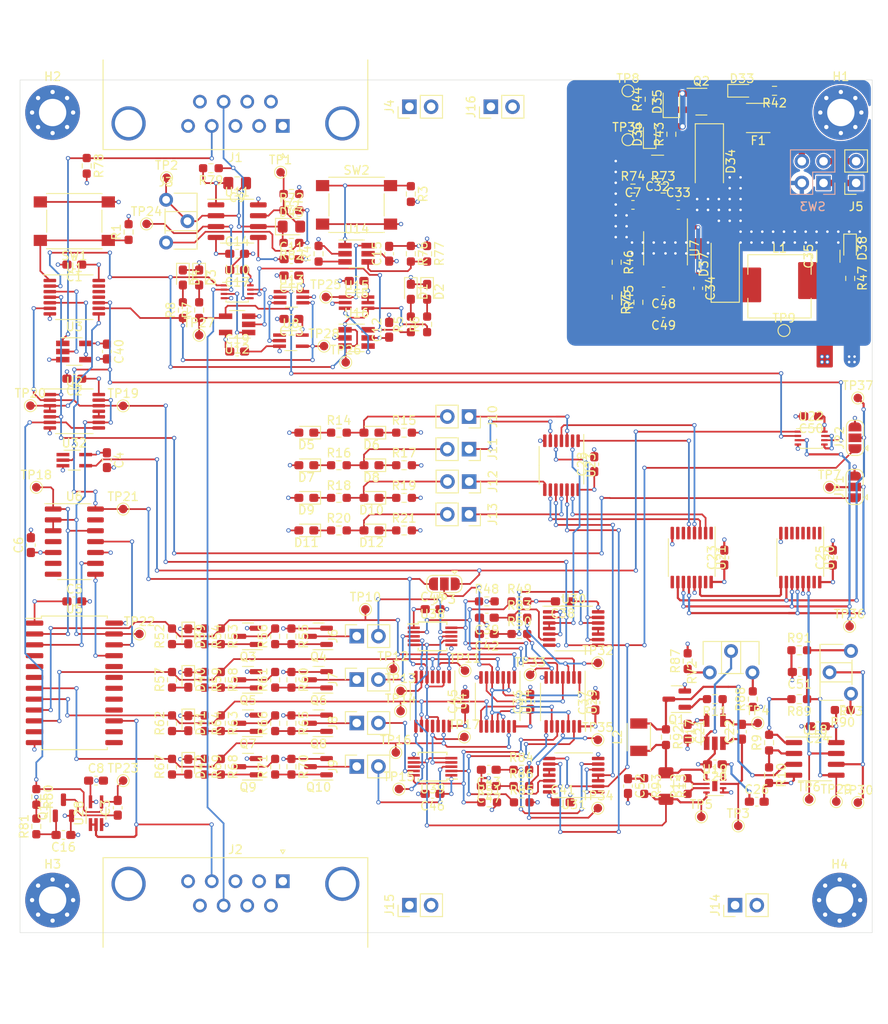
<source format=kicad_pcb>
(kicad_pcb (version 20210126) (generator pcbnew)
  (layers (0 "F.Cu" signal) (1 "In1.Cu" signal "GND") (2 "In2.Cu" signal "VCC") (31 "B.Cu" signal) (34 "B.Paste" user) (35 "F.Paste" user) (36 "B.SilkS" user "B.Silkscreen") (37 "F.SilkS" user "F.Silkscreen") (38 "B.Mask" user) (39 "F.Mask" user) (44 "Edge.Cuts" user))
  (net 0 "")
  (net 1 "Net-(J6-Pad2)")
  (net 2 "GND")
  (net 3 "Net-(J6-Pad1)")
  (net 4 "Net-(J7-Pad2)")
  (net 5 "Net-(J7-Pad1)")
  (net 6 "+5V")
  (net 7 "Net-(D1-Pad2)")
  (net 8 "Net-(D2-Pad2)")
  (net 9 "Net-(C9-Pad1)")
  (net 10 "OUTPUT_2")
  (net 11 "OUTPUT_1")
  (net 12 "OUTPUT_3")
  (net 13 "OUTPUT_4")
  (net 14 "Net-(C11-Pad1)")
  (net 15 "Net-(D5-Pad1)")
  (net 16 "Net-(D6-Pad1)")
  (net 17 "Net-(J8-Pad2)")
  (net 18 "Net-(D7-Pad1)")
  (net 19 "Net-(D8-Pad1)")
  (net 20 "Net-(C3-Pad2)")
  (net 21 "Net-(C3-Pad1)")
  (net 22 "Net-(J8-Pad1)")
  (net 23 "Net-(C49-Pad2)")
  (net 24 "Net-(C22-Pad2)")
  (net 25 "Net-(C22-Pad1)")
  (net 26 "SYSTEM_TACK_2")
  (net 27 "Net-(J9-Pad2)")
  (net 28 "Net-(C32-Pad1)")
  (net 29 "Net-(C34-Pad1)")
  (net 30 "Net-(J9-Pad1)")
  (net 31 "KS_INPUT")
  (net 32 "Net-(D9-Pad1)")
  (net 33 "Net-(D10-Pad1)")
  (net 34 "CC_Voltage")
  (net 35 "CC_Output")
  (net 36 "Net-(D3-Pad2)")
  (net 37 "KS_OUT_6")
  (net 38 "Net-(C16-Pad2)")
  (net 39 "KS_OUT_1")
  (net 40 "KS_OUT_2")
  (net 41 "KS_OUT_3")
  (net 42 "KS_OUT_4")
  (net 43 "KS_OUT_5")
  (net 44 "KS_OUT_14")
  (net 45 "KS_OUT_7")
  (net 46 "KS_OUT_8")
  (net 47 "KS_OUT_9")
  (net 48 "KS_OUT_10")
  (net 49 "KS_OUT_11")
  (net 50 "KS_OUT_12")
  (net 51 "KS_OUT_13")
  (net 52 "Net-(D10-Pad2)")
  (net 53 "Net-(D8-Pad2)")
  (net 54 "Net-(D6-Pad2)")
  (net 55 "Net-(D4-Pad2)")
  (net 56 "DK_OUT_1")
  (net 57 "Net-(D33-Pad1)")
  (net 58 "DK_INPUT_1")
  (net 59 "Net-(D40-Pad2)")
  (net 60 "Net-(D36-Pad2)")
  (net 62 "Net-(D38-Pad2)")
  (net 63 "Net-(D39-Pad2)")
  (net 66 "Net-(C39-Pad1)")
  (net 67 "Net-(D33-Pad2)")
  (net 68 "Net-(C42-Pad1)")
  (net 70 "Net-(C43-Pad1)")
  (net 71 "Net-(J5-Pad2)")
  (net 72 "Net-(J5-Pad1)")
  (net 73 "Net-(Q1-Pad1)")
  (net 74 "Net-(Q3-Pad3)")
  (net 75 "Net-(Q4-Pad1)")
  (net 76 "Net-(Q3-Pad1)")
  (net 77 "Net-(Q6-Pad1)")
  (net 78 "Net-(Q7-Pad1)")
  (net 79 "Net-(Q5-Pad3)")
  (net 80 "Net-(Q5-Pad1)")
  (net 81 "Net-(Q7-Pad3)")
  (net 82 "Net-(Q9-Pad3)")
  (net 83 "Net-(Q8-Pad1)")
  (net 84 "Net-(Q9-Pad1)")
  (net 85 "Net-(C47-Pad1)")
  (net 86 "Net-(Q10-Pad1)")
  (net 87 "Net-(R5-Pad1)")
  (net 88 "Net-(C51-Pad1)")
  (net 89 "Net-(R10-Pad1)")
  (net 90 "Net-(R12-Pad2)")
  (net 91 "DK_INPUT_3")
  (net 92 "Net-(R12-Pad1)")
  (net 93 "Net-(R45-Pad1)")
  (net 94 "Net-(TP11-Pad1)")
  (net 95 "Net-(C52-Pad1)")
  (net 96 "DK_INPUT_2")
  (net 97 "DK_INPUT_4")
  (net 98 "DK_OUT_2")
  (net 99 "DK_OUT_3")
  (net 100 "DK_OUT_4")
  (net 101 "Net-(TP13-Pad1)")
  (net 102 "Net-(TP15-Pad1)")
  (net 103 "Net-(TP17-Pad1)")
  (net 104 "SYSTEM_TACK")
  (net 105 "Net-(D43-Pad2)")
  (net 107 "Net-(U5-Pad22)")
  (net 108 "Net-(U5-Pad21)")
  (net 110 "Net-(U5-Pad3)")
  (net 111 "Net-(U10-Pad7)")
  (net 112 "Net-(U10-Pad3)")
  (net 113 "Net-(U15-Pad3)")
  (net 114 "Net-(U20-Pad9)")
  (net 118 "Net-(D11-Pad1)")
  (net 119 "Net-(D12-Pad2)")
  (net 120 "Net-(D12-Pad1)")
  (net 121 "Net-(D35-Pad2)")
  (net 122 "Net-(D41-Pad2)")
  (net 123 "Net-(D42-Pad2)")
  (net 124 "Net-(F1-Pad1)")
  (net 125 "TAKT_EXTERN")
  (net 126 "INPUT_MEASURE_GOON")
  (net 127 "NE55_OUT")
  (net 128 "OUTPUT_MEASURE_GOON")
  (net 129 "Net-(R3-Pad1)")
  (net 130 "Net-(R4-Pad1)")
  (net 131 "Net-(C7-Pad2)")
  (net 132 "Net-(C48-Pad2)")
  (net 133 "Net-(R73-Pad1)")
  (net 134 "/Versorgung/PH")
  (net 135 "Net-(RV3-Pad2)")
  (net 136 "Net-(RV2-Pad2)")
  (net 137 "Net-(J3-Pad3)")
  (net 138 "Net-(TP18-Pad1)")
  (net 139 "Net-(TP22-Pad1)")
  (net 140 "Net-(TP25-Pad1)")
  (net 141 "Net-(J10-Pad1)")
  (net 142 "Net-(J11-Pad1)")
  (net 143 "Net-(J12-Pad1)")
  (net 144 "Net-(J13-Pad1)")
  (net 145 "Net-(JP1-Pad2)")
  (net 146 "SYSTEM_STATUS_SR_INV")
  (net 147 "Net-(JP2-Pad2)")
  (net 148 "RESET")
  (net 149 "Net-(L2-Pad1)")
  (net 150 "Net-(R1-Pad1)")
  (net 151 "Tastensperre")
  (net 152 "Net-(R89-Pad2)")
  (net 153 "Net-(R50-Pad2)")
  (net 154 "Net-(R76-Pad2)")
  (net 155 "Net-(R83-Pad2)")
  (net 156 "Net-(R84-Pad2)")
  (net 157 "Net-(R86-Pad2)")
  (net 158 "Net-(R87-Pad1)")
  (net 159 "Net-(R88-Pad2)")
  (net 160 "Net-(R90-Pad1)")
  (net 161 "Net-(R91-Pad2)")
  (net 162 "SYSTEM_STATUS_SR")
  (net 163 "SYSTEM_TACKT_SR")
  (net 164 "Net-(TP36-Pad1)")
  (net 168 "Net-(U1-Pad5)")
  (net 169 "Net-(U1-Pad3)")
  (net 170 "Net-(U2-Pad10)")
  (net 171 "OUTPUT_10")
  (net 172 "OUTPUT_11")
  (net 173 "OUTPUT_8")
  (net 174 "OUTPUT_9")
  (net 175 "OUTPUT_14")
  (net 176 "OUTPUT_12")
  (net 177 "OUTPUT_13")
  (net 179 "OUTPUT_5")
  (net 180 "OUTPUT_6")
  (net 181 "OUTPUT_7")
  (net 182 "Net-(U13-Pad3)")
  (net 183 "Net-(U22-Pad5)")
  (net 184 "SYSTEM_TACKT_SR_INV")
  (net 185 "Net-(U29-Pad12)")
  (net 186 "Net-(U29-Pad9)")
  (net 187 "Net-(U29-Pad4)")
  (net 188 "Net-(U29-Pad1)")
  (net 189 "Net-(U30-Pad10)")
  (net 190 "Net-(U30-Pad1)")
  (net 191 "Net-(U31-Pad10)")
  (net 192 "Net-(U31-Pad1)")
  (net 193 "SYSTEM_TACKT_SR_INV1")
  (footprint "Package_TO_SOT_SMD:SOT-363_SC-70-6_Handsoldering" (layer "F.Cu") (at 197.24 88.325)
    (fp_text reference "U15")
    (fp_text value "74LVC1G175")
  )
  (footprint "LED_SMD:LED_0603_1608Metric_Pad1.05x0.95mm_HandSolder" (layer "F.Cu") (at 191.365 114.955 180)
    (fp_text reference "D11")
    (fp_text value "LED/ROT")
  )
  (footprint "Resistor_SMD:R_0603_1608Metric_Pad0.98x0.95mm_HandSolder" (layer "F.Cu") (at 216.29 123.25)
    (fp_text reference "R49")
    (fp_text value "10k")
  )
  (footprint "Resistor_SMD:R_0603_1608Metric_Pad0.98x0.95mm_HandSolder" (layer "F.Cu") (at 216.29 125.155)
    (fp_text reference "R83")
    (fp_text value "10k")
  )
  (footprint "LED_SMD:LED_0603_1608Metric_Pad1.05x0.95mm_HandSolder" (layer "F.Cu") (at 177.555 142.5775 -90)
    (fp_text reference "D42")
    (fp_text value "LED/GELB")
  )
  (footprint "TestPoint:TestPoint_Pad_D1.0mm" (layer "F.Cu") (at 255.88 146.77)
    (fp_text reference "TP30")
    (fp_text value "TestPoint")
  )
  (footprint "TestPoint:TestPoint_Pad_D1.0mm" (layer "F.Cu") (at 201.5 131.14)
    (fp_text reference "TP12")
    (fp_text value "TestPoint")
  )
  (footprint "Capacitor_SMD:C_0603_1608Metric_Pad1.08x0.95mm_HandSolder" (layer "F.Cu") (at 168.03 94.04 -90)
    (fp_text reference "C40")
    (fp_text value "100nF")
  )
  (footprint "Resistor_SMD:R_0603_1608Metric_Pad0.98x0.95mm_HandSolder" (layer "F.Cu") (at 189.62 77.53)
    (fp_text reference "R72")
    (fp_text value "15k")
  )
  (footprint "Resistor_SMD:R_0603_1608Metric_Pad0.98x0.95mm_HandSolder" (layer "F.Cu") (at 175.65 137.4975 90)
    (fp_text reference "R62")
    (fp_text value "1k6")
  )
  (footprint "Package_SO:SOIC-8_3.9x4.9mm_P1.27mm" (layer "F.Cu") (at 183.27 78.8)
    (fp_text reference "U11")
    (fp_text value "NE555")
  )
  (footprint "Capacitor_SMD:C_0603_1608Metric_Pad1.08x0.95mm_HandSolder" (layer "F.Cu") (at 212.48 127.06 180)
    (fp_text reference "C42")
    (fp_text value "470nF")
  )
  (footprint "Connector_Dsub:DSUB-9_Male_Horizontal_P2.77x2.84mm_EdgePinOffset4.94mm_Housed_MountingHolesOffset7.48mm" (layer "F.Cu") (at 188.61 67.67 180)
    (fp_text reference "J1")
    (fp_text value "INPUT/MALE-DB9" hide)
  )
  (footprint "Resistor_SMD:R_0603_1608Metric_Pad0.98x0.95mm_HandSolder" (layer "F.Cu") (at 245.5 143.57 -90)
    (fp_text reference "R10")
    (fp_text value "NP")
  )
  (footprint "LED_SMD:LED_0603_1608Metric_Pad1.05x0.95mm_HandSolder" (layer "F.Cu") (at 191.365 103.525 180)
    (fp_text reference "D5")
    (fp_text value "LED/ROT")
  )
  (footprint "Button_Switch_SMD:SW_Push_1P1T_NO_6x6mm_H9.5mm" (layer "F.Cu") (at 164.22 78.8 180)
    (fp_text reference "SW1")
    (fp_text value "START" hide)
  )
  (footprint "LED_SMD:LED_0603_1608Metric_Pad1.05x0.95mm_HandSolder" (layer "F.Cu") (at 231.53 68.64 90)
    (fp_text reference "D36")
    (fp_text value "LED/GRUEN")
  )
  (footprint "TestPoint:TestPoint_Pad_D1.0mm" (layer "F.Cu") (at 202.39 136.08)
    (fp_text reference "TP14")
    (fp_text value "TestPoint")
  )
  (footprint "Resistor_SMD:R_0603_1608Metric_Pad0.98x0.95mm_HandSolder" (layer "F.Cu") (at 249.0325 128.965)
    (fp_text reference "R91")
    (fp_text value "?")
  )
  (footprint "Package_SO:TSSOP-14_4.4x5mm_P0.65mm" (layer "F.Cu") (at 221.21 107.335 -90)
    (fp_text reference "U23")
    (fp_text value "74HC08PW")
  )
  (footprint "Package_TO_SOT_SMD:SOT-23" (layer "F.Cu") (at 192.795 142.5775 180)
    (fp_text reference "Q10")
    (fp_text value "Si2301")
  )
  (footprint "Capacitor_SMD:C_0603_1608Metric_Pad1.08x0.95mm_HandSolder" (layer "F.Cu") (at 183.27 84.515 180)
    (fp_text reference "C17")
    (fp_text value "100nF")
  )
  (footprint "Capacitor_SMD:C_0603_1608Metric_Pad1.08x0.95mm_HandSolder" (layer "F.Cu") (at 212.7075 142.935 180)
    (fp_text reference "C43")
    (fp_text value "470nF")
  )
  (footprint "Connector_PinHeader_2.54mm:PinHeader_1x02_P2.54mm_Vertical" (layer "F.Cu") (at 203.425 158.77 90)
    (fp_text reference "J15")
    (fp_text value "GND")
  )
  (footprint "Package_TO_SOT_SMD:SOT-23" (layer "F.Cu") (at 192.795 127.3375 180)
    (fp_text reference "Q4")
    (fp_text value "Si2301")
  )
  (footprint "Package_TO_SOT_SMD:SOT-23" (layer "F.Cu") (at 184.54 132.4175 180)
    (fp_text reference "Q5")
    (fp_text value "BSS123")
  )
  (footprint "Resistor_SMD:R_0603_1608Metric_Pad0.98x0.95mm_HandSolder" (layer "F.Cu") (at 212.7575 146.745)
    (fp_text reference "R51")
    (fp_text value "10k")
  )
  (footprint "Package_SO:SOIC-8_3.9x4.9mm_P1.27mm" (layer "F.Cu") (at 233.385 81.975 -90)
    (fp_text reference "U7")
    (fp_text value "TPS_54331")
  )
  (footprint "Resistor_SMD:R_0603_1608Metric_Pad0.98x0.95mm_HandSolder" (layer "F.Cu") (at 179.46 142.5775 -90)
    (fp_text reference "R69")
    (fp_text value "10k")
  )
  (footprint "Resistor_SMD:R_0603_1608Metric_Pad0.98x0.95mm_HandSolder" (layer "F.Cu") (at 178.825 89.2 90)
    (fp_text reference "R7")
    (fp_text value "1k6")
  )
  (footprint "Package_TO_SOT_SMD:SOT-353_SC-70-5_Handsoldering" (layer "F.Cu") (at 189.56 92.77)
    (fp_text reference "U8")
    (fp_text value "74AHC1G14")
  )
  (footprint "Resistor_SMD:R_0603_1608Metric_Pad0.98x0.95mm_HandSolder" (layer "F.Cu") (at 187.715 127.3375 90)
    (fp_text reference "R56")
    (fp_text value "0R")
  )
  (footprint "Resistor_SMD:R_0603_1608Metric_Pad0.98x0.95mm_HandSolder" (layer "F.Cu") (at 227.67 87.69 -90)
    (fp_text reference "R45")
    (fp_text value "10k2")
  )
  (footprint "Capacitor_SMD:C_0603_1608Metric_Pad1.08x0.95mm_HandSolder" (layer "F.Cu") (at 233.1575 89.555 180)
    (fp_text reference "C49")
    (fp_text value "8,2nF")
  )
  (footprint "TestPoint:TestPoint_Pad_D1.0mm" (layer "F.Cu") (at 247.245 91.587)
    (fp_text reference "TP9")
    (fp_text value "TestPoint" hide)
  )
  (footprint "TestPoint:TestPoint_Pad_D1.0mm" (layer "F.Cu") (at 169.935 100.39)
    (fp_text reference "TP19")
    (fp_text value "TestPoint" hide)
  )
  (footprint "Connector_PinHeader_2.54mm:PinHeader_1x02_P2.54mm_Vertical" (layer "F.Cu") (at 203.425 65.425 90)
    (fp_text reference "J4")
    (fp_text value "VCC" hide)
  )
  (footprint "Resistor_SMD:R_0603_1608Metric_Pad0.98x0.95mm_HandSolder" (layer "F.Cu") (at 216.5175 144.84)
    (fp_text reference "R86")
    (fp_text value "10k")
  )
  (footprint "Resistor_SMD:R_0603_1608Metric_Pad0.98x0.95mm_HandSolder" (layer "F.Cu") (at 187.715 142.5775 90)
    (fp_text reference "R71")
    (fp_text value "0R")
  )
  (footprint "Resistor_SMD:R_0603_1608Metric_Pad0.98x0.95mm_HandSolder" (layer "F.Cu") (at 159.775 146.11 -90)
    (fp_text reference "R80")
    (fp_text value "10k")
  )
  (footprint "Resistor_SMD:R_0603_1608Metric_Pad0.98x0.95mm_HandSolder" (layer "F.Cu") (at 179.46 127.3375 -90)
    (fp_text reference "R54")
    (fp_text value "10k")
  )
  (footprint "Resistor_SMD:R_0603_1608Metric_Pad0.98x0.95mm_HandSolder" (layer "F.Cu") (at 179.46 137.4975 -90)
    (fp_text reference "R64")
    (fp_text value "10k")
  )
  (footprint "Potentiometer_THT:Potentiometer_ACP_CA6-H2,5_Horizontal" (layer "F.Cu") (at 238.555 131.56 90)
    (fp_text reference "RV2")
    (fp_text value "20k")
  )
  (footprint "Package_TO_SOT_SMD:SOT-353_SC-70-5_Handsoldering" (layer "F.Cu") (at 164.22 106.74)
    (fp_text reference "U32")
    (fp_text value "74AHC1G14")
  )
  (footprint "Resistor_SMD:R_0603_1608Metric_Pad0.98x0.95mm_HandSolder" (layer "F.Cu") (at 249.0325 134.68 180)
    (fp_text reference "R89")
    (fp_text value "?")
  )
  (footprint "Capacitor_SMD:C_0603_1608Metric_Pad1.08x0.95mm_HandSolder" (layer "F.Cu") (at 212.48 125.155 180)
    (fp_text reference "C39")
    (fp_text value "470nF")
  )
  (footprint "Capacitor_SMD:C_0603_1608Metric_Pad1.08x0.95mm_HandSolder" (layer "F.Cu") (at 169.3 147.38 90)
    (fp_text reference "C3")
    (fp_text value "100nF")
  )
  (footprint "Capacitor_SMD:C_0603_1608Metric_Pad1.08x0.95mm_HandSolder" (layer "F.Cu") (at 242.325 138.49 90)
    (fp_text reference "C22")
    (fp_text value "10nF")
  )
  (footprint "LED_SMD:LED_0603_1608Metric_Pad1.05x0.95mm_HandSolder" (layer "F.Cu") (at 178.825 85.39 -90)
    (fp_text reference "D3")
    (fp_text value "LED/GELB")
  )
  (footprint "Package_TO_SOT_SMD:SOT-23" (layer "F.Cu") (at 237.5775 64.83)
    (fp_text reference "Q2")
    (fp_text value "Si2301")
  )
  (footprint "Resistor_SMD:R_0603_1608Metric_Pad0.98x0.95mm_HandSolder" (layer "F.Cu") (at 254.992 85.491 -90)
    (fp_text reference "R47")
    (fp_text value "1k2")
  )
  (footprint "Package_TO_SOT_SMD:SOT-23" (layer "F.Cu") (at 192.795 132.4175 180)
    (fp_text reference "Q6")
    (fp_text value "Si2301")
  )
  (footprint "Resistor_SMD:R_0603_1608Metric_Pad0.98x0.95mm_HandSolder" (layer "F.Cu") (at 235.975 144.84 90)
    (fp_text reference "R12")
    (fp_text value "110R")
  )
  (footprint "Resistor_SMD:R_0603_1608Metric_Pad0.98x0.95mm_HandSolder" (layer "F.Cu") (at 230.21 88.285 90)
    (fp_text reference "R75")
    (fp_text value "34k")
  )
  (footprint "Resistor_SMD:R_0603_1608Metric_Pad0.98x0.95mm_HandSolder" (layer "F.Cu") (at 195.175 107.335)
    (fp_text reference "R16")
    (fp_text value "1k6")
  )
  (footprint "Capacitor_SMD:C_0603_1608Metric_Pad1.08x0.95mm_HandSolder" (layer "F.Cu") (at 209.94 134.9575 90)
    (fp_text reference "C45")
    (fp_text value "100nF")
  )
  (footprint "Resistor_SMD:R_0603_1608Metric_Pad0.98x0.95mm_HandSolder" (layer "F.Cu") (at 195.175 103.525)
    (fp_text reference "R14")
    (fp_text value "1k6")
  )
  (footprint "Resistor_SMD:R_0603_1608Metric_Pad0.98x0.95mm_HandSolder" (layer "F.Cu") (at 212.48 123.25)
    (fp_text reference "R48")
    (fp_text value "10k")
  )
  (footprint "TestPoint:TestPoint_Pad_D1.0mm" (layer "F.Cu") (at 237.57 148.44)
    (fp_text reference "TP5")
    (fp_text value "TestPoint")
  )
  (footprint "Connector_PinHeader_2.54mm:PinHeader_1x02_P2.54mm_Vertical" (layer "F.Cu") (at 241.525 158.77 90)
    (fp_text reference "J14")
    (fp_text value "GND")
  )
  (footprint "Resistor_SMD:R_0603_1608Metric_Pad0.98x0.95mm_HandSolder" (layer "F.Cu") (at 187.715 132.4175 90)
    (fp_text reference "R61")
    (fp_text value "0R")
  )
  (footprint "TestPoint:TestPoint_Pad_D1.0mm" (layer "F.Cu") (at 255.88 99.47)
    (fp_text reference "TP37")
    (fp_text value "TestPoint")
  )
  (footprint "Connector_PinSocket_2.54mm:PinSocket_1x02_P2.54mm_Vertical" (layer "F.Cu") (at 210.395 113.075 -90)
    (fp_text reference "J13")
    (fp_text value "Conn_02x01")
  )
  (footprint "Resistor_SMD:R_0603_1608Metric_Pad0.98x0.95mm_HandSolder" (layer "F.Cu") (at 203.59 82.61 -90)
    (fp_text reference "R76")
    (fp_text value "560k")
  )
  (footprint "TestPoint:TestPoint_Pad_D1.0mm" (layer "F.Cu") (at 209.93 131.35)
    (fp_text reference "TP11")
    (fp_text value "TestPoint")
  )
  (footprint "TestPoint:TestPoint_Pad_D1.0mm" (layer "F.Cu") (at 228.99 69.275)
    (fp_text reference "TP31")
    (fp_text value "TestPoint" hide)
  )
  (footprint "Resistor_SMD:R_0603_1608Metric_Pad0.98x0.95mm_HandSolder" (layer "F.Cu") (at 181.365 142.5775 -90)
    (fp_text reference "R68")
    (fp_text value "510R")
  )
  (footprint "LED_SMD:LED_0603_1608Metric_Pad1.05x0.95mm_HandSolder" (layer "F.Cu") (at 205.495 87.055 -90)
    (fp_text reference "D2")
    (fp_text value "LED/GRUEN")
  )
  (footprint "Resistor_SMD:R_0603_1608Metric_Pad0.98x0.95mm_HandSolder" (layer "F.Cu") (at 175.65 127.3375 90)
    (fp_text reference "R52")
    (fp_text value "1k6")
  )
  (footprint "Resistor_SMD:R_0603_1608Metric_Pad0.98x0.95mm_HandSolder" (layer "F.Cu") (at 203.59 75.625 -90)
    (fp_text reference "R3")
    (fp_text value "10k")
  )
  (footprint "Resistor_SMD:R_0603_1608Metric_Pad0.98x0.95mm_HandSolder" (layer "F.Cu") (at 235.975 130.235 90)
    (fp_text reference "R87")
    (fp_text value "?")
  )
  (footprint "Package_SO:SOIC-14_3.9x8.7mm_P1.27mm" (layer "F.Cu") (at 164.22 116.265)
    (fp_text reference "U6")
    (fp_text value "SN74LS93")
  )
  (footprint "LED_SMD:LED_0603_1608Metric_Pad1.05x0.95mm_HandSolder" (layer "F.Cu") (at 198.985 114.955 180)
    (fp_text reference "D12")
    (fp_text value "LED/GRUEN")
  )
  (footprint "Capacitor_SMD:C_0603_1608Metric_Pad1.08x0.95mm_HandSolder" (layer "F.Cu") (at 206.13 124.1625)
    (fp_text reference "C44")
    (fp_text value "100nF")
  )
  (footprint "TestPoint:TestPoint_Pad_D1.0mm" (layer "F.Cu") (at 193.43 93.405)
    (fp_text reference "TP28")
    (fp_text value "TestPoint")
  )
  (footprint "LED_SMD:LED_0603_1608Metric_Pad1.05x0.95mm_HandSolder" (layer "F.Cu") (at 254.975 81.975 -90)
    (fp_text reference "D38")
    (fp_text value "LED/GRUEN")
  )
  (footprint "Capacitor_SMD:C_1210_3225Metric_Pad1.33x2.70mm_HandSolder" (layer "F.Cu") (at 252.435 82.9025 90)
    (fp_text reference "C35")
    (fp_text value "100uF")
  )
  (footprint "Package_TO_SOT_SMD:SOT-23" (layer "F.Cu") (at 184.54 142.5775 180)
    (fp_text reference "Q9")
    (fp_text value "BSS123")
  )
  (footprint "Connector_PinSocket_2.54mm:PinSocket_1x02_P2.54mm_Vertical" (layer "F.Cu") (at 197.26 142.5525 90)
    (fp_text reference "J9")
    (fp_text value "MEASURE-CON")
  )
  (footprint "LED_SMD:LED_0603_1608Metric_Pad1.05x0.95mm_HandSolder" (layer "F.Cu") (at 191.365 107.335 180)
    (fp_text reference "D7")
    (fp_text value "LED/ROT")
  )
  (footprint "Capacitor_SMD:C_0603_1608Metric_Pad1.08x0.95mm_HandSolder" (layer "F.Cu") (at 221.37 123.25 180)
    (fp_text reference "C38")
    (fp_text value "100nF")
  )
  (footprint "Resistor_SMD:R_0603_1608Metric_Pad0.98x0.95mm_HandSolder" (layer "F.Cu") (at 189.62 127.3375 -90)
    (fp_text reference "R55")
    (fp_text value "10k")
  )
  (footprint "Resistor_SMD:R_0603_1608Metric_Pad0.98x0.95mm_HandSolder" (layer "F.Cu") (at 175.65 132.4175 90)
    (fp_text reference "R57")
    (fp_text value "1k6")
  )
  (footprint "Package_SO:SOIC-24W_7.5x15.4mm_P1.27mm" (layer "F.Cu") (at 164.22 132.775)
    (fp_text reference "U5")
    (fp_text value "CD74HC4514M96")
  )
  (footprint "Package_TO_SOT_SMD:SOT-23" (layer "F.Cu") (at 162.95 147.38 90)
    (fp_text reference "Q11")
    (fp_text value "BC858")
  )
  (footprint "Resistor_SMD:R_0603_1608Metric_Pad0.98x0.95mm_HandSolder" (layer "F.Cu") (at 189.62 75.625 180)
    (fp_text reference "R2")
    (fp_text value "10k")
  )
  (footprint "TestPoint:TestPoint_Pad_D1.0mm" (layer "F.Cu") (at 241.89 149.5)
    (fp_text reference "TP3")
    (fp_text value "TestPoint")
  )
  (footprint "TestPoint:TestPoint_Pad_D1.0mm" (layer "F.Cu") (at 202.2 145.19)
    (fp_text reference "TP15")
    (fp_text value "TestPoint")
  )
  (footprint "Package_TO_SOT_SMD:SOT-23" (layer "F.Cu") (at 184.54 127.3375 180)
    (fp_text reference "Q3")
    (fp_text value "BSS123")
  )
  (footprint "TestPoint:TestPoint_Pad_D1.0mm" (layer "F.Cu") (at 202.39 133.72)
    (fp_text reference "TP13")
    (fp_text value "TestPoint")
  )
  (footprint "Package_TO_SOT_SMD:SOT-23" (layer "F.Cu") (at 184.54 137.4975 180)
    (fp_text reference "Q7")
    (fp_text value "BSS123")
  )
  (footprint "Resistor_SMD:R_0603_1608Metric_Pad0.98x0.95mm_HandSolder" (layer "F.Cu") (at 205.495 82.61 -90)
    (fp_text reference "R77")
    (fp_text value "1M")
  )
  (footprint "MountingHole:MountingHole_3.2mm_M3_Pad_Via" (layer "F.Cu") (at 161.68 66.1)
    (fp_text reference "H2")
    (fp_text value "MountingHole" hide)
  )
  (footprint "Resistor_SMD:R_0603_1608Metric_Pad0.98x0.95mm_HandSolder" (layer "F.Cu") (at 179.46 132.4175 -90)
    (fp_text reference "R59")
    (fp_text value "10k")
  )
  (footprint "Button_Switch_SMD:SW_Push_1P1T_NO_6x6mm_H9.5mm" (layer "F.Cu") (at 197.24 76.895)
    (fp_text reference "SW2")
    (fp_text value "MODE")
  )
  (footprint "TestPoint:TestPoint_Pad_D1.0mm" (layer "F.Cu") (at 228.99 63.56)
    (fp_text reference "TP8")
    (fp_text value "TestPoint" hide)
  )
  (footprint "Capacitor_SMD:C_0603_1608Metric_Pad1.08x0.95mm_HandSolder" (layer "F.Cu") (at 244.06 146.67)
    (fp_text reference "C26")
    (fp_text value "100nF")
  )
  (footprint "Package_SO:MSOP-10_3x3mm_P0.5mm" (layer "F.Cu") (at 206.13 127.3375)
    (fp_text reference "U38")
    (fp_text value "DG2535")
  )
  (footprint "Resistor_SMD:R_0603_1608Metric_Pad0.98x0.95mm_HandSolder" (layer "F.Cu") (at 246.135 63.56 180)
    (fp_text reference "R42")
    (fp_text value "3k9")
  )
  (footprint "MountingHole:MountingHole_3.2mm_M3_Pad_Via" (layer "F.Cu") (at 253.895 66.1)
    (fp_text reference "H1")
    (fp_text value "MountingHole" hide)
  )
  (footprint "Capacitor_SMD:C_0603_1608Metric_Pad1.08x0.95mm_HandSolder" (layer "F.Cu") (at 162.95 150.555 180)
    (fp_text reference "C16")
    (fp_text value "1uF")
  )
  (footprint "Capacitor_SMD:C_0603_1608Metric_Pad1.08x0.95mm_HandSolder" (layer "F.Cu") (at 240.26 118.13 90)
    (fp_text reference "C23")
    (fp_text value "100nF")
  )
  (footprint "Capacitor_SMD:C_0603_1608Metric_Pad1.08x0.95mm_HandSolder" (layer "F.Cu") (at 183.27 82.61)
    (fp_text reference "C14")
    (fp_text value "100nF")
  )
  (footprint "Resistor_SMD:R_0603_1608Metric_Pad0.98x0.95mm_HandSolder" (layer "F.Cu") (at 202.795 103.525)
    (fp_text reference "R15")
    (fp_text value "1k2")
  )
  (footprint "TestPoint:TestPoint_Pad_D1.0mm" (layer "F.Cu") (at 225.47 139.43)
    (fp_text reference "TP35")
    (fp_text value "TestPoint")
  )
  (footprint "Jumper:SolderJumper-3_P1.3mm_Open_RoundedPad1.0x1.5mm" (layer "F.Cu") (at 207.51 121.21 180)
    (fp_text reference "JP3")
    (fp_text value "Jumper")
  )
  (footprint "Connector_PinSocket_2.54mm:PinSocket_1x02_P2.54mm_Vertical" (layer "F.Cu") (at 197.26 127.3125 90)
    (fp_text reference "J6")
    (fp_text value "MEASURE-CON")
  )
  (footprint "Package_SO:TSSOP-14_4.4x5mm_P0.65mm" (layer "F.Cu") (at 206.13 134.9575 -90)
    (fp_text reference "U4")
    (fp_text value "74HC08PW")
  )
  (footprint "Resistor_SMD:R_0603_1608Metric_Pad0.98x0.95mm_HandSolder" (layer "F.Cu") (at 189.62 81.34 180)
    (fp_text reference "R82")
    (fp_text value "15k")
  )
  (footprint "Resistor_SMD:R_0603_1608Metric_Pad0.98x0.95mm_HandSolder" (layer "F.Cu") (at 180.2 72.61 180)
    (fp_text reference "R79")
    (fp_text value "10k")
  )
  (footprint "TestPoint:TestPoint_Pad_D1.0mm" (layer "F.Cu") (at 188.35 73.085)
    (fp_text reference "TP1")
    (fp_text value "TestPoint")
  )
  (footprint "Resistor_SMD:R_1206_3216Metric_Pad1.30x1.75mm_HandSolder" (layer "F.Cu") (at 233.435 144.84 -90)
    (fp_text reference "R13")
    (fp_text value "100mR")
  )
  (footprint "Resistor_SMD:R_0603_1608Metric_Pad0.98x0.95mm_HandSolder" (layer "F.Cu") (at 233.1075 74.99)
    (fp_text reference "R73")
    (fp_text value "681k")
  )
  (footprint "Resistor_SMD:R_0603_1608Metric_Pad0.98x0.95mm_HandSolder" (layer "F.Cu") (at 227.67 83.6025 -90)
    (fp_text reference "R46")
    (fp_text value "1k96")
  )
  (footprint "Resistor_SMD:R_0603_1608Metric_Pad0.98x0.95mm_HandSolder" (layer "F.Cu") (at 170.57 80.07 90)
    (fp_text reference "R1")
    (fp_text value "10k")
  )
  (footprint "TestPoint:TestPoint_Pad_D1.0mm" (layer "F.Cu") (at 198.28 124.19)
    (fp_text reference "TP10")
    (fp_text value "TestPoint")
  )
  (footprint "LED_SMD:LED_0603_1608Metric_Pad1.05x0.95mm_HandSolder" (layer "F.Cu") (at 203.59 87.055 -90)
    (fp_text reference "D1")
    (fp_text value "LED/ROT")
  )
  (footprint "Resistor_SMD:R_0603_1608Metric_Pad0.98x0.95mm_HandSolder" (layer "F.Cu") (at 216.5675 146.745)
    (fp_text reference "R85")
    (fp_text value "10k")
  )
  (footprint "Capacitor_SMD:C_0603_1608Metric_Pad1.08x0.95mm_HandSolder" (layer "F.Cu") (at 189.62 85.15 180)
    (fp_text reference "C10")
    (fp_text value "100nF")
  )
  (footprint "Jumper:SolderJumper-3_P1.3mm_Open_RoundedPad1.0x1.5mm" (layer "F.Cu") (at 255.5 109.875 90)
    (fp_text reference "JP1")
    (fp_text value "Jumper")
  )
  (footprint "Capacitor_SMD:C_0603_1608Metric_Pad1.08x0.95mm_HandSolder" (layer "F.Cu") (at 201.05 82.61 90)
    (fp_text reference "C15")
    (fp_text value "100nF")
  )
  (footprint "Resistor_SMD:R_0603_1608Metric_Pad0.98x0.95mm_HandSolder" (layer "F.Cu") (at 243.595 134.68 90)
    (fp_text reference "R88")
    (fp_text value "?")
  )
  (footprint "Connector_PinSocket_2.54mm:PinSocket_1x02_P2.54mm_Vertical" (layer "F.Cu") (at 210.415 109.24 -90)
    (fp_text reference "J12")
    (fp_text value "Conn_02x01")
  )
  (footprint "Package_TO_SOT_SMD:SOT-23-6_Handsoldering" (layer "F.Cu") (at 197.24 92.45)
    (fp_text reference "U16")
    (fp_text value "74LVC2G14")
  )
  (footprint "Connector_PinHeader_2.54mm:PinHeader_1x02_P2.54mm_Vertical" (layer "F.Cu") (at 212.95 65.425 90)
    (fp_text reference "J16")
    (fp_text value "GND" hide)
  )
  (footprint "Connector_Dsub:DSUB-9_Female_Horizontal_P2.77x2.84mm_EdgePinOffset4.94mm_Housed_MountingHolesOffset7.48mm" (layer "F.Cu") (at 188.61 155.97)
    (fp_text reference "J2")
    (fp_text value "OUTPUT/FEMALE-DB9")
  )
  (footprint "Package_SO:TSSOP-16_4.4x5mm_P0.65mm" (layer "F.Cu") (at 236.45 118.13 -90)
    (fp_text reference "U21")
    (fp_text value "74HC595")
  )
  (footprint "Capacitor_SMD:C_0603_1608Metric_Pad1.08x0.95mm_HandSolder" (layer "F.Cu") (at 159.14 116.6725 90)
    (fp_text reference "C6")
    (fp_text value "100nF")
  )
  (footprint "LED_SMD:LED_0603_1608Metric_Pad1.05x0.95mm_HandSolder" (layer "F.Cu") (at 191.365 111.145 180)
    (fp_text reference "D9")
    (fp_text value "LED/ROT")
  )
  (footprint "Capacitor_SMD:C_0603_1608Metric_Pad1.08x0.95mm_HandSolder" (layer "F.Cu") (at 197.24 85.785 180)
    (fp_text reference "C18")
    (fp_text value "100nF")
  )
  (footprint "TestPoint:TestPoint_Pad_D1.0mm" (layer "F.Cu") (at 254.92 126.17)
    (fp_text reference "TP36")
    (fp_text value "TestPoint")
  )
  (footprint "Capacitor_SMD:C_0603_1608Metric_Pad1.08x0.95mm_HandSolder" (layer "F.Cu") (at 189.62 83.245)
    (fp_text reference "C11")
    (fp_text value "100nF")
  )
  (footprint "LED_SMD:LED_0603_1608Metric_Pad1.05x0.95mm_HandSolder" (layer "F.Cu") (at 176.92 85.39 -90)
    (fp_text reference "D4")
    (fp_text value "LED/GELB")
  )
  (footprint "MountingHole:MountingHole_3.2mm_M3_Pad_Via" (layer "F.Cu") (at 161.68 158.175)
    (fp_text reference "H3")
    (fp_text value "MountingHole")
  )
  (footprint "Inductor_SMD:L_7.3x7.3_H4.5" (layer "F.Cu") (at 246.72 86.42)
    (fp_text reference "L1")
    (fp_text value "6,8uH")
  )
  (footprint "Package_TO_SOT_SMD:SOT-23-6_Handsoldering" (layer "F.Cu") (at 197.24 82.61)
    (fp_text reference "U14")
    (fp_text value "LTC6993")
  )
  (footprint "Capacitor_SMD:C_1210_3225Metric_Pad1.33x2.70mm_HandSolder" (layer "F.Cu") (at 232.4575 72.45 180)
    (fp_text reference "C32")
    (fp_text value "22uF")
  )
  (footprint "Package_SO:TSSOP-14_4.4x5mm_P0.65mm" (layer "F.Cu") (at 213.75 135.0025 -90)
    (fp_text reference "U34")
    (fp_text value "74HC08PW")
  )
  (footprint "TestPoint:TestPoint_Pad_D1.0mm" (layer "F.Cu") (at 169.935 144.205)
    (fp_text reference "TP23")
    (fp_text value "TestPoint")
  )
  (footprint "Resistor_SMD:R_0603_1608Metric_Pad0.98x0.95mm_HandSolder" (layer "F.Cu") (at 202.795 111.145)
    (fp_text reference "R19")
    (fp_text value "1k2")
  )
  (footprint "TestPoint:TestPoint_Pad_D1.0mm" (layer "F.Cu") (at 253.36 146.66)
    (fp_text reference "TP29")
    (fp_text value "TestPoint")
  )
  (footprint "Resistor_SMD:R_0603_1608Metric_Pad0.98x0.95mm_HandSolder" (layer "F.Cu") (at 195.175 114.955)
    (fp_text reference "R20")
    (fp_text value "1k6")
  )
  (footprint "LED_SMD:LED_0603_1608Metric_Pad1.05x0.95mm_HandSolder" (layer "F.Cu") (at 177.555 137.4975 -90)
    (fp_text reference "D41")
    (fp_text value "LED/GELB")
  )
  (footprint "Capacitor_SMD:C_0603_1608Metric_Pad1.08x0.95mm_HandSolder" (layer "F.Cu") (at 237.212 86.6475 -90)
    (fp_text reference "C34")
    (fp_text value "100nF")
  )
  (footprint "Capacitor_SMD:C_0603_1608Metric_Pad1.08x0.95mm_HandSolder" (layer "F.Cu") (at 201.05 91.5 90)
    (fp_text reference "C12")
    (fp_text value "100nF")
  )
  (footprint "Resistor_SMD:R_0603_1608Metric_Pad0.98x0.95mm_HandSolder" (layer "F.Cu") (at 245.5 139.76 90)
    (fp_text reference "R9")
    (fp_text value "0R")
  )
  (footprint "Package_SO:TSSOP-14_4.4x5mm_P0.65mm" (layer "F.Cu") (at 164.22 101.025)
    (fp_text reference "U2")
    (fp_text value "74HC02PW")
  )
  (footprint "Diode_SMD:D_SMA_Handsoldering" (layer "F.Cu") (at 238.515 71.815 -90)
    (fp_text reference "D34")
    (fp_text value "SMAJ10CA")
  )
  (footprint "Resistor_SMD:R_0603_1608Metric_Pad0.98x0.95mm_HandSolder" (layer "F.Cu") (at 189.62 137.4975 -90)
    (fp_text reference "R65")
    (fp_text value "10k")
  )
  (footprint "Resistor_SMD:R_0603_1608Metric_Pad0.98x0.95mm_HandSolder" (layer "F.Cu") (at 233.435 139.125 -90)
    (fp_text reference "R92")
    (fp_text value "?")
  )
  (footprint "Package_TO_SOT_SMD:SOT-23" (layer "F.Cu") (at 192.795 137.4975 180)
    (fp_text reference "Q8")
    (fp_text value "Si2301")
  )
  (footprint "Package_TO_SOT_SMD:SOT-23" (layer "F.Cu") (at 234.705 134.68 180)
    (fp_text reference "Q1")
    (fp_text value "SI2318")
  )
  (footprint "Capacitor_SMD:C_0603_1608Metric_Pad1.08x0.95mm_HandSolder" (layer "F.Cu") (at 221.37 146.745)
    (fp_text reference "C41")
    (fp_text value "100nF")
  )
  (footprint "TestPoint:TestPoint_Pad_D1.0mm" (layer "F.Cu") (at 159.775 109.915)
    (fp_text reference "TP18")
    (fp_text value "TestPoint")
  )
  (footprint "Resistor_SMD:R_0603_1608Metric_Pad0.98x0.95mm_HandSolder" (layer "F.Cu") (at 239.15 134.68 180)
    (fp_text reference "R11")
    (fp_text value "1k")
  )
  (footprint "Resistor_SMD:R_0603_1608Metric_Pad0.98x0.95mm_HandSolder" (layer "F.Cu") (at 192.795 82.61 90)
    (fp_text reference "R4")
    (fp_text value "820k")
  )
  (footprint "Potentiometer_THT:Potentiometer_ACP_CA6-H2,5_Horizontal" (layer "F.Cu") (at 255.08 134.045 180)
    (fp_text reference "RV3")
    (fp_text value "20k")
  )
  (footprint "TestPoint:TestPoint_Pad_D1.0mm" (layer "F.Cu") (at 193.65 87.67)
    (fp_text reference "TP25")
    (fp_text value "TestPoint")
  )
  (footprint "Capacitor_SMD:C_0603_1608Metric_Pad1.08x0.95mm_HandSolder" (layer "F.Cu") (at 164.22 83.88 180)
    (fp_text reference "C1")
    (fp_text value "100nF")
  )
  (footprint "Capacitor_SMD:C_0603_1608Metric_Pad1.08x0.95mm_HandSolder" (layer "F.Cu") (at 252.96 118.13 90)
    (fp_text reference "C25")
    (fp_text value "100nF")
  )
  (footprint "Capacitor_SMD:C_0603_1608Metric_Pad1.08x0.95mm_HandSolder" (layer "F.Cu") (at 250.42 101.62 180)
    (fp_text reference "C50")
    (fp_text value "100nF")
  )
  (footprint "Capacitor_SMD:C_0603_1608Metric_Pad1.08x0.95mm_HandSolder" (layer "F.Cu") (at 251.215 137.855 180)
    (fp_text reference "C24")
    (fp_text value "100nF")
  )
  (footprint "MountingHole:MountingHole_3.2mm_M3_Pad_Via" (layer "F.Cu") (at 253.755 158.175)
    (fp_text reference "H4")
    (fp_text value "MountingHole")
  )
  (footprint "Resistor_SMD:R_0603_1608Metric_Pad0.98x0.95mm_HandSolder" (layer "F.Cu") (at 231.53 64.5525 90)
    (fp_text reference "R44")
    (fp_text value "3k3")
  )
  (footprint "Capacitor_SMD:C_0805_2012Metric_Pad1.18x1.45mm_HandSolder" (layer "F.Cu") (at 183.27 74.355 180)
    (fp_text reference "C9")
    (fp_text value "3,9uF")
  )
  (footprint "Resistor_SMD:R_0603_1608Metric_Pad0.98x0.95mm_HandSolder" (layer "F.Cu") (at 216.29 127.06)
    (fp_text reference "R50")
    (fp_text value "10k")
  )
  (footprint "Package_TO_SOT_SMD:SOT-23-5_HandSoldering" (layer "F.Cu") (at 164.22 94.04)
    (fp_text reference "U3")
    (fp_text value "74AHC1G32")
  )
  (footprint "TestPoint:TestPoint_Pad_D1.0mm" (layer "F.Cu") (at 169.935 112.455)
    (fp_text reference "TP21")
    (fp_text value "TestPoint")
  )
  (footprint "Package_TO_SOT_SMD:SOT-363_SC-70-6_Handsoldering" (layer "F.Cu") (at 189.62 87.69)
    (fp_text reference "U13")
    (fp_text value "74LVC1G175")
  )
  (footprint "LED_SMD:LED_0603_1608Metric_Pad1.05x0.95mm_HandSolder" (layer "F.Cu") (at 198.985 111.145 180)
    (fp_text reference "D10")
    (fp_text value "LED/GRUEN")
  )
  (footprint "Resistor_SMD:R_0603_1608Metric_Pad0.98x0.95mm_HandSolder" (layer "F.Cu") (at 181.365 137.4975 -90)
    (fp_text reference "R63")
    (fp_text value "510R")
  )
  (footprint "Package_DFN_QFN:DFN-8-1EP_2x2mm_P0.5mm_EP0.6x1.2mm" (layer "F.Cu") (at 239.15 144.84)
    (fp_text reference "U19")
    (fp_text value "INA826AIDRGT")
  )
  (footprint "Package_TO_SOT_SMD:SOT-353_SC-70-5_Handsoldering" (layer "F.Cu") (at 166.76 148.015 90)
    (fp_text reference "U28")
    (fp_text value "74HC1G126")
  )
  (footprint "Resistor_SMD:R_0603_1608Metric_Pad0.98x0.95mm_HandSolder" (layer "F.Cu") (at 229.575 74.99)
    (fp_text reference "R74")
    (fp_text value "137k")
  )
  (footprint "Capacitor_SMD:C_0603_1608Metric_Pad1.08x0.95mm_HandSolder" (layer "F.Cu") (at 164.22 123.25)
    (fp_text reference "C5")
    (fp_text value "100nF")
  )
  (footprint "LED_SMD:LED_0603_1608Metric_Pad1.05x0.95mm_HandSolder" (layer "F.Cu") (at 177.555 127.3375 -90)
    (fp_text reference "D39")
    (fp_text value "LED/GELB")
  )
  (footprint "TestPoint:TestPoint_Pad_D1.0mm" (layer "F.Cu") (at 178.825 92.135)
    (fp_text reference "TP27")
    (fp_text value "TestPoint")
  )
  (footprint "TestPoint:TestPoint_Pad_D1.0mm" (layer "F.Cu") (at 225.47 130.44)
    (fp_text reference "TP32")
    (fp_text value "TestPoint")
  )
  (footprint "LED_SMD:LED_0603_1608Metric_Pad1.05x0.95mm_HandSolder" (layer "F.Cu") (at 242.325 63.56)
    (fp_text reference "D33")
    (fp_text value "LED/ROT")
  )
  (footprint "Capacitor_SMD:C_0603_1608Metric_Pad1.08x0.95mm_HandSolder" (layer "F.Cu") (at 239.15 142.3 180)
    (fp_text reference "C20")
    (fp_text value "100nF")
  )
  (footprint "Package_SO:TSSOP-14_4.4x5mm_P0.65mm" (layer "F.Cu") (at 222.64 143.57 180)
    (fp_text reference "U31")
    (fp_text value "74HC02PW")
  )
  (footprint "Capacitor_SMD:C_0603_1608Metric_Pad1.08x0.95mm_HandSolder" (layer "F.Cu") (at 183.27 94.04)
    (fp_text reference "C19")
    (fp_text value "100nF")
  )
  (footprint "Capacitor_SMD:C_0603_1608Metric_Pad1.08x0.95mm_HandSolder" (layer "F.Cu") (at 189.62 90.23 180)
    (fp_text reference "C13")
    (fp_text value "100nF")
  )
  (footprint "TestPoint:TestPoint_Pad_D1.0mm" (layer "F.Cu") (at 159.08 100.37)
    (fp_text reference "TP20")
    (fp_text value "TestPoint")
  )
  (footprint "Capacitor_SMD:C_0603_1608Metric_Pad1.08x0.95mm_HandSolder" (layer "F.Cu") (at 233.1575 87.015 180)
    (fp_text reference "C48")
    (fp_text value "2nF")
  )
  (footprint "TestPoint:TestPoint_Pad_D1.0mm" (layer "F.Cu") (at 175.015 73.72)
    (fp_text reference "TP2")
    (fp_text value "TestPoint")
  )
  (footprint "Connector_PinSocket_2.54mm:PinSocket_1x02_P2.54mm_Vertical" (layer "F.Cu") (at 210.395 105.455 -90)
    (fp_text reference "J11")
    (fp_text value "Conn_02x01")
  )
  (footprint "Capacitor_SMD:C_0603_1608Metric_Pad1.08x0.95mm_HandSolder" (layer "F.Cu") (at 234.8825 76.895)
    (fp_text reference "C33")
    (fp_text value "10nF")
  )
  (footprint "Resistor_SMD:R_0603_1608Metric_Pad0.98x0.95mm_HandSolder" (layer "F.Cu") (at 254.1125 135.95 180)
    (fp_text reference "R90")
    (fp_text value "?")
  )
  (footprint "TestPoint:TestPoint_Pad_D1.0mm" (layer "F.Cu") (at 195.97 95.31)
    (fp_text reference "TP26")
    (fp_text value "TestPoint")
  )
  (footprint "Resistor_SMD:R_0603_1608Metric_Pad0.98x0.95mm_HandSolder" (layer "F.Cu") (at 195.175 111.145)
    (fp_text reference "R18")
    (fp_text value "1k6")
  )
  (footprint "Capacitor_SMD:C_0603_1608Metric_Pad1.08x0.95mm_HandSolder" (layer "F.Cu") (at 229.575 76.895)
    (fp_text reference "C7")
    (fp_text value "10pF")
  )
  (footprint "Resistor_SMD:R_0603_1608Metric_Pad0.98x0.95mm_HandSolder" (layer "F.Cu") (at 181.365 127.3375 -90)
    (fp_text reference "R53")
    (fp_text value "510R")
  )
  (footprint "TestPoint:TestPoint_Pad_D1.0mm" (layer "F.Cu") (at 250.19 146.39)
    (fp_text reference "TP6")
    (fp_text value "TestPoint")
  )
  (footprint "LED_SMD:LED_0603_1608Metric_Pad1.05x0.95mm_HandSolder" (layer "F.Cu") (at 198.985 103.525 180)
    (fp_text reference "D6")
    (fp_text value "LED/GRUEN")
  )
  (footprint "Package_SO:TSSOP-14_4.4x5mm_P0.65mm" (layer "F.Cu") (at 221.37 135.0025 -90)
    (fp_text reference "U29")
    (fp_text value "74HC86PW")
  )
  (footprint "Package_SO:VSSOP-8_2.4x2.1mm_P0.5mm" (layer "F.Cu") (at 250.42 104.16)
    (fp_text reference "U22")
    (fp_text value "74AHC2G08")
  )
  (footprint "Connector_PinSocket_2.54mm:PinSocket_1x02_P2.54mm_Vertical" (layer "F.Cu") (at 197.26 132.3925 90)
    (fp_text reference "J7")
    (fp_text value "MEASURE-CON")
  )
  (footprint "Resistor_SMD:R_0603_1608Metric_Pad0.98x0.95mm_HandSolder" (layer "F.Cu") (at 189.62 132.4175 -90)
    (fp_text reference "R60")
    (fp_text value "10k")
  )
  (footprint "Capacitor_SMD:C_0603_1608Metric_Pad1.08x0.95mm_HandSolder" (layer "F.Cu") (at 225.18 135.0875 90)
    (fp_text reference "C37")
    (fp_text value "100nF")
  )
  (footprint "Resistor_SMD:R_0603_1608Metric_Pad0.98x0.95mm_HandSolder" (layer "F.Cu") (at 165.67 72.33 -90)
    (fp_text reference "R78")
    (fp_text value "10k")
  )
  (footprint "TestPoint:TestPoint_Pad_D1.0mm" (layer "F.Cu") (at 244.18 137.47)
    (fp_text reference "TP4")
    (fp_text value "TestPoint")
  )
  (footprint "Resistor_SMD:R_0603_1608Metric_Pad0.98x0.95mm_HandSolder" (layer "F.Cu") (at 159.775 149.5625 90)
    (fp_text reference "R81")
    (fp_text value "10k")
  )
  (footprint "Package_SO:SOIC-8_3.9x4.9mm_P1.27mm" (layer "F.Cu") (at 250.88 141.665)
    (fp_text reference "U18")
    (fp_text value "LMV358MM")
  )
  (footprint "Resistor_SMD:R_0603_1608Metric_Pad0.98x0.95mm_HandSolder" (layer "F.Cu") (at 216.5175 142.935)
    (fp_text reference "R84")
    (fp_text value "10k")
  )
  (footprint "LED_SMD:LED_0603_1608Metric_Pad1.05x0.95mm_HandSolder" (layer "F.Cu") (at 177.555 132.4175 -90)
    (fp_text reference "D40")
    (fp_text value "LED/GELB")
  )
  (footprint "Package_SO:TSSOP-14_4.4x5mm_P0.65mm" (layer "F.Cu") (at 222.64 126.425)
    (fp_text reference "U30")
    (fp_text value "74HC02PW")
  )
  (footprint "Diode_SMD:D_0805_2012Metric_Pad1.15x1.40mm_HandSolder" (layer "F.Cu") (at 234.07 64.83 90)
    (fp_text reference "D35")
    (fp_text value "BZX585-C5V1")
  )
  (footprint "TestPoint:TestPoint_Pad_D1.0mm" (layer "F.Cu") (at 209.85 139.1)
    (fp_text reference "TP17")
    (fp_text value "TestPoint")
  )
  (footprint "LED_SMD:LED_0603_1608Metric_Pad1.05x0.95mm_HandSolder" (layer "F.Cu") (at 198.985 107.335 180)
    (fp_text reference "D8")
    (fp_text value "LED/GRUEN")
  )
  (footprint "Connector_PinSocket_2.54mm:PinSocket_1x02_P2.54mm_Vertical" (layer "F.Cu") (at 210.395 101.645 -90)
    (fp_text reference "J10")
    (fp_text value "Conn_02x01")
  )
  (footprint "Capacitor_SMD:C_0603_1608Metric_Pad1.08x0.95mm_HandSolder" (layer "F.Cu") (at 235.975 138.49 -90)
    (fp_text reference "C21")
    (fp_text value "100nF")
  )
  (footprint "Resistor_SMD:R_0603_1608Metric_Pad0.98x0.95mm_HandSolder" (layer "F.Cu") (at 189.62 142.5775 -90)
    (fp_text reference "R70")
    (fp_text value "10k")
  )
  (footprint "Connector_PinSocket_2.54mm:PinSocket_1x02_P2.54mm_Vertical" (layer "F.Cu") (at 197.26 137.4725 90)
    (fp_text reference "J8")
    (fp_text value "MEASURE-CON")
  )
  (footprint "Capacitor_SMD:C_0603_1608Metric_Pad1.08x0.95mm_HandSolder" (layer "F.Cu") (at 212.7075 144.84 180)
    (fp_text reference "C47")
    (fp_text value "470nF")
  )
  (footprint "Resistor_SMD:R_0603_1608Metric_Pad0.98x0.95mm_HandSolder" (layer "F.Cu") (at 205.495 90.865 90)
    (fp_text reference "R6")
    (fp_text value "1k2")
  )
  (footprint "Capacitor_SMD:C_0603_1608Metric_Pad1.08x0.95mm_HandSolder" (layer "F.Cu") (at 168.03 106.74 -90)
    (fp_text reference "C4")
    (fp_text value "100nF")
  )
  (footprint "Package_SO:TSSOP-14_4.4x5mm_P0.65mm" (layer "F.Cu") (at 164.22 87.69)
    (fp_text reference "U1")
    (fp_text value "74HC08PW")
  )
  (footprint "Capacitor_SMD:C_0603_1608Metric_Pad1.08x0.95mm_HandSolder" (layer "F.Cu") (at 217.56 135.0025 90)
    (fp_text reference "C36")
    (fp_text value "100nF")
  )
  (footprint "TestPoint:TestPoint_Pad_D1.0mm" (layer "F.Cu") (at 217.55 131.83)
    (fp_text reference "TP33")
    (fp_text value "TestPoint")
  )
  (footprint "Capacitor_SMD:C_0603_1608Metric_Pad1.08x0.95mm_HandSolder" (layer "F.Cu") (at 166.76 144.205)
    (fp_text reference "C8")
    (fp_text value "100nF")
  )
  (footprint "Resistor_SMD:R_0603_1608Metric_Pad0.98x0.95mm_HandSolder" (layer "F.Cu") (at 175.65 142.5775 90)
    (fp_text reference "R67")
    (fp_text value "1k6")
  )
  (footprint "Potentiometer_THT:Potentiometer_ACP_CA6-H2,5_Horizontal" (layer "F.Cu") (at 174.96 76.3)
    (fp_text reference "J3")
    (fp_text value "SPEED (20k-POTI)")
  )
  (footprint "Package_SO:MSOP-10_3x3mm_P0.5mm" (layer "F.Cu") (at 206.13 142.5775 180)
    (fp_text reference "U39")
    (fp_text value "DG2535")
  )
  (footprint "Resistor_SMD:R_0603_1608Metric_Pad0.98x0.95mm_HandSolder" (layer "F.Cu") (at 230.895 144.84 -90)
    (fp_text reference "R93")
    (fp_text value "?")
  )
  (footprint "Resistor_SMD:R_0603_1608Metric_Pad0.98x0.95mm_HandSolder" (layer "F.Cu") (at 187.715 137.4975 90)
    (fp_text reference "R66")
    (fp_text value "0R")
  )
  (footprint "TestPoint:TestPoint_Pad_D1.0mm" (layer "F.Cu") (at 225.47 147.43)
    (fp_text reference "TP34")
    (fp_text value "TestPoint")
  )
  (footprint "Diode_SMD:D_SMA_Handsoldering" (layer "F.Cu") (at 240.37 83.88 90)
    (fp_text reference "D37")
    (fp_text value "B340A")
  )
  (footprint "Package_TO_SOT_SMD:SOT-23-5_HandSoldering" (layer "F.Cu") (at 239.15 138.49 90)
    (fp_text reference "U17")
    (fp_text value "LMV321AUIDBVR")
  )
  (footprint "TestPoint:TestPoint_Pad_D1.0mm" (layer "F.Cu") (at 201.83 140.92)
    (fp_text reference "TP16")
    (fp_text value "TestPoint")
  )
  (footprint "Resistor_SMD:R_0603_1608Metric_Pad0.98x0.95mm_HandSolder" (layer "F.Cu") (at 202.795 107.335)
    (fp_text reference "R17")
    (fp_text value "1k2")
  )
  (footprint "Diode_SMD:D_0805_2012Metric_Pad1.15x1.40mm_HandSolder" (layer "F.Cu") (at 189.62 79.435)
    (fp_text reference "D43")
    (fp_text value "D")
  )
  (footprint "TestPoint:TestPoint_Pad_D1.0mm" (layer "F.Cu") (at 171.84 127.06)
    (fp_text reference "TP22")
    (fp_text value "TestPoint")
  )
  (footprint "Capacitor_SMD:C_0603_1608Metric_Pad1.08x0.95mm_HandSolder" (layer "F.Cu") (at 164.22 97.215 180)
    (fp_text reference "C2")
    (fp_text value "100nF")
  )
  (footprint "Capacitor_SMD:C_0603_1608Metric_Pad1.08x0.95mm_HandSolder" (layer "F.Cu") (at 228.99 144.84 -90)
    (fp_text reference "C52")
    (fp_text value "10nF")
  )
  (footprint "Capacitor_SMD:C_0603_1608Metric_Pad1.08x0.95mm_HandSolder" (layer "F.Cu") (at 206.13 145.7525 180)
    (fp_text reference "C46")
    (fp_text value "100nF")
  )
  (footprint "Resistor_SMD:R_0603_1608Metric_Pad0.98x0.95mm_HandSolder" (layer "F.Cu") (at 176.92 89.2 90)
    (fp_text reference "R8")
    (fp_text value "1k6")
  )
  (footprint "Jumper:SolderJumper-3_P1.3mm_Open_RoundedPad1.0x1.5mm" (layer "F.Cu") (at 255.5475 104.13 90)
    (fp_text reference "JP2")
    (fp_text value "Jumper")
  )
  (footprint "Package_TO_SOT_SMD:SOT-23-5_HandSoldering" (layer "F.Cu") (at 183.27 90.865 180)
    (fp_text reference "U12")
    (fp_text value "74AHC1G32")
  )
  (footprint "Fuse:Fuse_1812_4532Metric_Pad1.30x3.40mm_HandSolder" (layer "F.Cu") (at 244.23 66.735 180)
    (fp_text reference "F1")
    (fp_text value "500mA M")
  )
  (footprint "Resistor_SMD:R_0603_1608Metric_Pad0.98x0.95mm_HandSolder" (layer "F.Cu") (at 203.59 90.865 90)
    (fp_text reference "R5")
    (fp_text value "1k6")
  )
  (footprint "Resistor_SMD:R_0603_1608Metric_Pad0.98x0.95mm_HandSolder" (layer "F.Cu") (at 234.07 68.64 90)
    (fp_text reference "R43")
    (fp_text value "100k")
  )
  (footprint "Resistor_SMD:R_0603_1608Metric_Pad0.98x0.95mm_HandSolder" (layer "F.Cu") (at 181.365 132.4175 -90)
    (fp_text reference "R58")
    (fp_text value "510R")
  )
  (footprint "TestPoint:TestPoint_Pad_D1.0mm" (layer "F.Cu") (at 252.57 109.9)
    (fp_text reference "TP7")
    (fp_text value "TestPoint")
  )
  (footprint "Connector_PinSocket_2.54mm:PinSocket_1x02_P2.54mm_Vertical" (layer "F.Cu") (at 255.685 74.335 180)
    (fp_text reference "J5")
    (fp_text value "9V_Batt" hide)
  )
  (footprint "Package_SO:VSSOP-8_2.4x2.1mm_P0.5mm" (layer "F.Cu") (at 183.27 87.055)
    (fp_text reference "U10")
    (fp_text value "74AHC2G08")
  )
  (footprint "Resistor_SMD:R_0603_1608Metric_Pad0.98x0.95mm_HandSolder" (layer "F.Cu") (at 202.795 114.955)
    (fp_text reference "R21")
    (fp_text value "1k2")
  )
  (footprint "Package_SO:TSSOP-16_4.4x5mm_P0.65mm" (layer "F.Cu") (at 249.15 118.13 -90)
    (fp_text reference "U20")
    (fp_text value "74HC595")
  )
  (footprint "TestPoint:TestPoint_Pad_D1.0mm" (layer "F.Cu") (at 172.67 79.12)
    (fp_text reference "TP24")
    (fp_text value "TestPoint")
  )
  (footprint "Inductor_SMD:L_TDK_NLV32_3.2x2.5mm" (layer "F.Cu") (at 230.26 139.125 90)
    (fp_text reference "L2")
    (fp_text value "L")
  )
  (footprint "Capacitor_SMD:C_0603_1608Metric_Pad1.08x0.95mm_HandSolder" (layer "F.Cu") (at 225.05 107.21 90)
    (fp_text reference "C28")
    (fp_text value "100nF")
  )
  (footprint "Capacitor_SMD:C_0603_1608Metric_Pad1.08x0.95mm_HandSolder" (layer "F.Cu") (at 249.0825 131.505 180)
    (fp_text reference "C51")
    (fp_text value "C")
  )
  (footprint "Connector_PinSocket_2.54mm:PinSocket_2x02_P2.54mm_Vertical" (layer "B.Cu") (at 251.87 74.335)
    (fp_text reference "SW3")
    (fp_text value "PWR ON/OFF")
  )
  (gr_rect (start 157.87 62.29) (end 257.565 161.985) (layer "Edge.Cuts") (width 0.05) (fill none))
  (segment (start 207.055 123.0075) (end 199.795 123.0075) (width 0.2) (layer "F.Cu") (net 1))
  (segment (start 208.33 126.8375) (end 207.055 126.8375) (width 0.2) (layer "F.Cu") (net 1))
  (segment (start 207.055 126.8375) (end 207.045 126.8275) (width 0.2) (layer "F.Cu") (net 1))
  (via (at 199.795 123.0075) (size 0.5) (drill 0.3) (layers "F.Cu" "B.Cu") (net 1))
  (via (at 207.055 123.0075) (size 0.5) (drill 0.3) (layers "F.Cu" "B.Cu") (net 1))
  (via (at 207.045 126.8275) (size 0.5) (drill 0.3) (layers "F.Cu" "B.Cu") (net 1))
  (segment (start 199.795 127.3075) (end 199.8 127.3125) (width 0.2) (layer "B.Cu") (net 1))
  (segment (start 207.045 126.8275) (end 207.045 123.0175) (width 0.2) (layer "B.Cu") (net 1))
  (segment (start 199.795 123.0075) (end 199.795 127.3075) (width 0.2) (layer "B.Cu") (net 1))
  (segment (start 207.045 123.0175) (end 207.055 123.0075) (width 0.2) (layer "B.Cu") (net 1))
  (segment (start 199.795 123.0075) (end 199.795 125.3075) (width 0.2) (layer "B.Cu") (net 1))
  (segment (start 240.26 116.035) (end 240.27 116.025) (width 0.25) (layer "F.Cu") (net 2))
  (segment (start 177.555 136.6225) (end 179.4225 136.6225) (width 0.2) (layer "F.Cu") (net 2))
  (segment (start 159.57 139.76) (end 159.57 140.54) (width 0.2) (layer "F.Cu") (net 2))
  (segment (start 225.18 134.225) (end 225.18 133.39) (width 0.25) (layer "F.Cu") (net 2))
  (segment (start 195.295 85.785) (end 195.29 85.78) (width 0.2) (layer "F.Cu") (net 2))
  (segment (start 211.6175 127.06) (end 211.6175 125.155) (width 0.2) (layer "F.Cu") (net 2))
  (segment (start 225.05 105.5) (end 225.04 105.49) (width 0.2) (layer "F.Cu") (net 2))
  (segment (start 179.4225 141.7025) (end 179.46 141.665) (width 0.2) (layer "F.Cu") (net 2))
  (segment (start 201.1 81.6975) (end 201.05 81.7475) (width 0.2) (layer "F.Cu") (net 2))
  (segment (start 213.67 146.745) (end 213.67 147.02) (width 0.2) (layer "F.Cu") (net 2))
  (segment (start 219.26 104.4725) (end 218.7325 104.4725) (width 0.2) (layer "F.Cu") (net 2))
  (segment (start 162.87 94.99) (end 161.29 94.99) (width 0.2) (layer "F.Cu") (net 2))
  (segment (start 234.175 115.2675) (end 234.175 116.56) (width 0.25) (layer "F.Cu") (net 2))
  (segment (start 246.875 116.285) (end 246.87 116.29) (width 0.25) (layer "F.Cu") (net 2))
  (segment (start 240.26 117.2675) (end 240.26 116.035) (width 0.25) (layer "F.Cu") (net 2))
  (segment (start 249.475 122.325) (end 249.47 122.33) (width 0.25) (layer "F.Cu") (net 2))
  (segment (start 231.29 69.275) (end 231.53 69.515) (width 0.75) (layer "F.Cu") (net 2))
  (segment (start 182.565 87.805) (end 182.57 87.8) (width 0.2) (layer "F.Cu") (net 2))
  (segment (start 176.6225 126.4625) (end 176.62 126.46) (width 0.2) (layer "F.Cu") (net 2))
  (segment (start 167.437 149.372) (end 167.997 149.372) (width 0.2) (layer "F.Cu") (net 2))
  (segment (start 252.97 116.135) (end 252.96 116.145) (width 0.25) (layer "F.Cu") (net 2))
  (segment (start 170.57 79.1575) (end 170.57 78.22) (width 0.2) (layer "F.Cu") (net 2))
  (segment (start 184.4325 131.4675) (end 184.43 131.47) (width 0.2) (layer "F.Cu") (net 2))
  (segment (start 218.93 132.14) (end 218.92 132.15) (width 0.25) (layer "F.Cu") (net 2))
  (segment (start 165.67 74.32) (end 165.69 74.34) (width 0.2) (layer "F.Cu") (net 2))
  (segment (start 182.2275 74.35) (end 182.2325 74.355) (width 0.2) (layer "F.Cu") (net 2))
  (segment (start 196.3775 85.785) (end 195.295 85.785) (width 0.2) (layer "F.Cu") (net 2))
  (segment (start 159.775 146.125) (end 159.78 146.12) (width 0.2) (layer "F.Cu") (net 2))
  (segment (start 212.47 126.04) (end 211.6175 125.1875) (width 0.2) (layer "F.Cu") (net 2))
  (segment (start 230.895 72.45) (end 230.895 70.15) (width 0.75) (layer "F.Cu") (net 2))
  (segment (start 244.9225 146.67) (end 244.9225 145.06) (width 0.25) (layer "F.Cu") (net 2))
  (segment (start 217.2025 123.25) (end 218.23 123.25) (width 0.2) (layer "F.Cu") (net 2))
  (segment (start 165.67 73.2425) (end 165.67 74.32) (width 0.2) (layer "F.Cu") (net 2))
  (segment (start 206.9925 124.1625) (end 207.8075 124.1625) (width 0.2) (layer "F.Cu") (net 2))
  (segment (start 184.4225 136.5475) (end 184.42 136.55) (width 0.2) (layer "F.Cu") (net 2))
  (segment (start 185.4775 131.4675) (end 184.4325 131.4675) (width 0.2) (layer "F.Cu") (net 2))
  (segment (start 203.59 86.18) (end 203.59 85.35) (width 0.2) (layer "F.Cu") (net 2))
  (segment (start 235.6425 133.73) (end 235.6425 132.9725) (width 0.25) (layer "F.Cu") (net 2))
  (segment (start 225.5025 141.1375) (end 225.51 141.13) (width 0.2) (layer "F.Cu") (net 2))
  (segment (start 159.775 147.0225) (end 159.775 148.65) (width 0.2) (layer "F.Cu") (net 2))
  (segment (start 180.795 76.895) (end 180.795 74.355) (width 0.2) (layer "F.Cu") (net 2))
  (segment (start 161.3575 103.5825) (end 161.35 103.59) (width 0.2) (layer "F.Cu") (net 2))
  (segment (start 218.41 146.74) (end 217.485 146.74) (width 0.2) (layer "F.Cu") (net 2))
  (segment (start 168.8375 107.6025) (end 168.85 107.59) (width 0.2) (layer "F.Cu") (net 2))
  (segment (start 204.735 103.525) (end 204.76 103.5) (width 0.2) (layer "F.Cu") (net 2))
  (segment (start 219.7775 128.375) (end 220.825 128.375) (width 0.2) (layer "F.Cu") (net 2))
  (segment (start 211.6175 125.1875) (end 211.6175 125.155) (width 0.2) (layer "F.Cu") (net 2))
  (segment (start 243.595 135.5925) (end 244.5075 135.5925) (width 0.25) (layer "F.Cu") (net 2))
  (segment (start 177.555 126.4625) (end 176.6225 126.4625) (width 0.2) (layer "F.Cu") (net 2))
  (segment (start 234.0325 69.515) (end 234.07 69.5525) (width 0.75) (layer "F.Cu") (net 2))
  (segment (start 168.03 94.9025) (end 167.0025 94.9025) (width 0.2) (layer "F.Cu") (net 2))
  (segment (start 203.7075 107.335) (end 204.795 107.335) (width 0.2) (layer "F.Cu") (net 2))
  (segment (start 176.6325 131.5425) (end 176.63 131.54) (width 0.2) (layer "F.Cu") (net 2))
  (segment (start 179.57 74.35) (end 180.8 74.35) (width 0.2) (layer "F.Cu") (net 2))
  (segment (start 217.56 134.14) (end 217.56 133.27) (width 0.25) (layer "F.Cu") (net 2))
  (segment (start 177.555 131.5425) (end 176.6325 131.5425) (width 0.2) (layer "F.Cu") (net 2))
  (segment (start 188.7575 90.23) (end 187.96 90.23) (width 0.2) (layer "F.Cu") (net 2))
  (segment (start 225.5025 141.62) (end 225.5025 141.1375) (width 0.2) (layer "F.Cu") (net 2))
  (segment (start 238.2875 142.3) (end 237.21 142.3) (width 0.25) (layer "F.Cu") (net 2))
  (segment (start 203.695 132.095) (end 203.69 132.09) (width 0.2) (layer "F.Cu") (net 2))
  (segment (start 239.15 141.04) (end 239.15 139.84) (width 0.25) (layer "F.Cu") (net 2))
  (segment (start 194.34 82.61) (end 195.89 82.61) (width 0.2) (layer "F.Cu") (net 2))
  (segment (start 163.36 96.39) (end 163.36 97.2125) (width 0.2) (layer "F.Cu") (net 2))
  (segment (start 248.22 131.505) (end 248.22 132.44) (width 0.25) (layer "F.Cu") (net 2))
  (segment (start 166.817 144.205) (end 166.812 144.2) (width 0.2) (layer "F.Cu") (net 2))
  (segment (start 178.825 83.635) (end 178.83 83.63) (width 0.2) (layer "F.Cu") (net 2))
  (segment (start 165.0825 123.25) (end 166.03 123.25) (width 0.2) (layer "F.Cu") (net 2))
  (segment (start 203.59 81.6975) (end 201.1 81.6975) (width 0.2) (layer "F.Cu") (net 2))
  (segment (start 204.795 107.335) (end 204.81 107.35) (width 0.2) (layer "F.Cu") (net 2))
  (segment (start 249.475 120.9925) (end 249.475 122.325) (width 0.25) (layer "F.Cu") (net 2))
  (segment (start 203.59 86.18) (end 205.495 86.18) (width 0.2) (layer "F.Cu") (net 2))
  (segment (start 248.0675 144.4825) (end 248.405 144.145) (width 0.25) (layer "F.Cu") (net 2))
  (segment (start 218.7325 104.4725) (end 218.73 104.47) (width 0.2) (layer "F.Cu") (net 2))
  (segment (start 211.845 143.895) (end 211.845 144.84) (width 0.2) (layer "F.Cu") (net 2))
  (segment (start 240.125 145.59) (end 240.125 145.09) (width 0.25) (layer "F.Cu") (net 2))
  (segment (start 178.825 84.515) (end 178.825 83.635) (width 0.2) (layer "F.Cu") (net 2))
  (segment (start 235.975 139.3525) (end 235.975 140.465) (width 0.25) (layer "F.Cu") (net 2))
  (segment (start 236.775 120.9925) (end 236.775 122.225) (width 0.25) (layer "F.Cu") (net 2))
  (segment (start 166.695 117.535) (end 168.455 117.535) (width 0.2) (layer "F.Cu") (net 2))
  (segment (start 205.2675 145.7525) (end 204.4625 145.7525) (width 0.2) (layer "F.Cu") (net 2))
  (segment (start 237.21 142.3) (end 237.2 142.29) (width 0.25) (layer "F.Cu") (net 2))
  (segment (start 182.4075 84.515) (end 182.4075 84.335) (width 0.2) (layer "F.Cu") (net 2))
  (segment (start 177.555 136.6225) (end 176.6325 136.6225) (width 0.2) (layer "F.Cu") (net 2))
  (segment (start 168.03 107.6025) (end 168.8375 107.6025) (width 0.2) (layer "F.Cu") (net 2))
  (segment (start 204.74 111.14) (end 204.735 111.145) (width 0.2) (layer "F.Cu") (net 2))
  (segment (start 179.4225 131.5425) (end 179.46 131.505) (width 0.2) (layer "F.Cu") (net 2))
  (segment (start 184.1325 82.61) (end 185.13 82.61) (width 0.2) (layer "F.Cu") (net 2))
  (segment (start 235.6425 132.9725) (end 235.64 132.97) (width 0.25) (layer "F.Cu") (net 2))
  (segment (start 185.4775 136.5475) (end 184.4225 136.5475) (width 0.2) (layer "F.Cu") (net 2))
  (segment (start 238.2875 141.9025) (end 239.15 141.04) (width 0.25) (layer "F.Cu") (net 2))
  (segment (start 195.91 88.325) (end 194.545 88.325) (width 0.2) (layer "F.Cu") (net 2))
  (segment (start 180.8 74.35) (end 182.2275 74.35) (width 0.2) (layer "F.Cu") (net 2))
  (segment (start 162.89 107.91) (end 162.88 107.92) (width 0.2) (layer "F.Cu") (net 2))
  (segment (start 204.18 132.095) (end 203.695 132.095) (width 0.2) (layer "F.Cu") (net 2))
  (segment (start 170.57 78.22) (end 170.58 78.21) (width 0.2) (layer "F.Cu") (net 2))
  (segment (start 219.42 132.14) (end 218.93 132.14) (width 0.25) (layer "F.Cu") (net 2))
  (segment (start 179.2875 74.0675) (end 179.57 74.35) (width 0.2) (layer "F.Cu") (net 2))
  (segment (start 211.845 142.935) (end 211.845 143.895) (width 0.2) (layer "F.Cu") (net 2))
  (segment (start 203.7075 111.145) (end 204.735 111.145) (width 0.2) (layer "F.Cu") (net 2))
  (segment (start 185.855 89.915) (end 185.86 89.92) (width 0.2) (layer "F.Cu") (net 2))
  (segment (start 159.14 114.89) (end 159.15 114.88) (width 0.2) (layer "F.Cu") (net 2))
  (segment (start 207.8075 124.1625) (end 207.81 124.16) (width 0.2) (layer "F.Cu") (net 2))
  (segment (start 231.53 69.515) (end 234.0325 69.515) (width 0.75) (layer "F.Cu") (net 2))
  (segment (start 248.415 143.58) (end 248.405 143.57) (width 0.25) (layer "F.Cu") (net 2))
  (segment (start 203.7075 114.955) (end 204.695 114.955) (width 0.2) (layer "F.Cu") (net 2))
  (segment (start 161.3575 90.2075) (end 161.36 90.21) (width 0.2) (layer "F.Cu") (net 2))
  (segment (start 179.4225 126.4625) (end 179.46 126.425) (width 0.2) (layer "F.Cu") (net 2))
  (segment (start 181.72 87.805) (end 182.565 87.805) (width 0.2) (layer "F.Cu") (net 2))
  (segment (start 179.4225 136.6225) (end 179.46 136.585) (width 0.2) (layer "F.Cu") (net 2))
  (segment (start 252.96 117.2675) (end 252.96 116.145) (width 0.25) (layer "F.Cu") (net 2))
  (segment (start 244.5075 135.5925) (end 244.52 135.58) (width 0.25) (layer "F.Cu") (net 2))
  (segment (start 190.4825 83.245) (end 191.305 83.245) (width 0.2) (layer "F.Cu") (net 2))
  (segment (start 180.795 74.355) (end 180.8 74.35) (width 0.2) (layer "F.Cu") (net 2))
  (segment (start 248.12 128.965) (end 248.12 131.405) (width 0.25) (layer "F.Cu") (net 2))
  (segment (start 213.3925 123.25) (end 212.46 123.25) (width 0.2) (layer "F.Cu") (net 2))
  (segment (start 163.36 97.2125) (end 163.3575 97.215) (width 0.2) (layer "F.Cu") (net 2))
  (segment (start 191.305 83.245) (end 191.31 83.24) (width 0.2) (layer "F.Cu") (net 2))
  (segment (start 240.125 145.59) (end 241.05 145.59) (width 0.25) (layer "F.Cu") (net 2))
  (segment (start 176.92 84.515) (end 178.825 84.515) (width 0.2) (layer "F.Cu") (net 2))
  (segment (start 211.8 132.14) (end 211.29 132.14) (width 0.25) (layer "F.Cu") (net 2))
  (segment (start 204.695 114.955) (end 204.7 114.95) (width 0.2) (layer "F.Cu") (net 2))
  (segment (start 167.41 149.345) (end 167.437 149.372) (width 0.2) (layer "F.Cu") (net 2))
  (segment (start 222.2325 145.8775) (end 222.24 145.87) (width 0.2) (layer "F.Cu") (net 2))
  (segment (start 184.4125 141.6275) (end 184.41 141.63) (width 0.2) (layer "F.Cu") (net 2))
  (segment (start 204.3625 76.5375) (end 204.37 76.53) (width 0.2) (layer "F.Cu") (net 2))
  (segment (start 204.5125 81.6975) (end 204.52 81.69) (width 0.2) (layer "F.Cu") (net 2))
  (segment (start 193.4275 81.6975) (end 194.34 82.61) (width 0.2) (layer "F.Cu") (net 2))
  (segment (start 186.71 93.42) (end 188.23 93.42) (width 0.2) (layer "F.Cu") (net 2))
  (segment (start 218.23 123.25) (end 218.25 123.23) (width 0.2) (layer "F.Cu") (net 2))
  (segment (start 192.795 81.6975) (end 192.795 80.915) (width 0.2) (layer "F.Cu") (net 2))
  (segment (start 204.4625 145.7525) (end 204.46 145.75) (width 0.2) (layer "F.Cu") (net 2))
  (segment (start 241.05 145.59) (end 241.06 145.58) (width 0.25) (layer "F.Cu") (net 2))
  (segment (start 194.66 92.45) (end 194.65 92.44) (width 0.2) (layer "F.Cu") (net 2))
  (segment (start 203.93 141.5775) (end 203.93 141.12) (width 0.2) (layer "F.Cu") (net 2))
  (segment (start 177.555 141.7025) (end 176.6225 141.7025) (width 0.2) (layer "F.Cu") (net 2))
  (segment (start 248.87 104.91) (end 248.87 105.4) (width 0.25) (layer "F.Cu") (net 2))
  (segment (start 188.7575 85.15) (end 187.91 85.15) (width 0.2) (layer "F.Cu") (net 2))
  (segment (start 162.89 107.39) (end 162.89 107.91) (width 0.2) (layer "F.Cu") (net 2))
  (segment (start 188.23 93.98) (end 188.23 93.42) (width 0.2) (layer "F.Cu") (net 2))
  (segment (start 212.69 143.91) (end 211.86 143.91) (width 0.25) (layer "F.Cu") (net 2))
  (segment (start 192.795 80.915) (end 192.79 80.91) (width 0.2) (layer "F.Cu") (net 2))
  (segment (start 249.5575 101.62) (end 248.61 101.62) (width 0.25) (layer "F.Cu") (net 2))
  (segment (start 244.9225 145.06) (end 245.5 144.4825) (width 0.25) (layer "F.Cu") (net 2))
  (segment (start 167.6225 144.205) (end 166.817 144.205) (width 0.2) (layer "F.Cu") (net 2))
  (segment (start 161.3575 89.64) (end 161.3575 90.2075) (width 0.2) (layer "F.Cu") (net 2))
  (segment (start 163.3575 83.88) (end 162.3 83.88) (width 0.2) (layer "F.Cu") (net 2))
  (segment (start 176.6225 141.7025) (end 176.62 141.7) (width 0.2) (layer "F.Cu") (net 2))
  (segment (start 222.2325 146.745) (end 222.2325 145.8775) (width 0.2) (layer "F.Cu") (net 2))
  (segment (start 249.295 137.855) (end 249.29 137.85) (width 0.25) (layer "F.Cu") (net 2))
  (segment (start 245.5 144.4825) (end 248.0675 144.4825) (width 0.25) (layer "F.Cu") (net 2))
  (segment (start 235.975 140.465) (end 235.96 140.48) (width 0.25) (layer "F.Cu") (net 2))
  (segment (start 168.455 117.535) (end 168.47 117.55) (width 0.2) (layer "F.Cu") (net 2))
  (segment (start 167.0025 94.9025) (end 166.99 94.89) (width 0.2) (layer "F.Cu") (net 2))
  (segment (start 234.175 116.56) (end 234.18 116.565) (width 0.25) (layer "F.Cu") (net 2))
  (segment (start 185.4775 126.3875) (end 184.4375 126.3875) (width 0.2) (layer "F.Cu") (net 2))
  (segment (start 182.4075 84.335) (end 184.1325 82.61) (width 0.2) (layer "F.Cu") (net 2))
  (segment (start 186.09 94.04) (end 186.71 93.42) (width 0.2) (layer "F.Cu") (net 2))
  (segment (start 161.3575 102.975) (end 161.3575 103.5825) (width 0.2) (layer "F.Cu") (net 2))
  (segment (start 228.99 145.7025) (end 228.99 146.84) (width 0.25) (layer "F.Cu") (net 2))
  (segment (start 250.3525 137.855) (end 249.295 137.855) (width 0.25) (layer "F.Cu") (net 2))
  (segment (start 201.05 90.6375) (end 201.05 89.75) (width 0.2) (layer "F.Cu") (net 2))
  (segment (start 194.545 88.325) (end 194.42 88.45) (width 0.2) (layer "F.Cu") (net 2))
  (segment (start 179.2875 72.61) (end 179.2875 74.0675) (width 0.2) (layer "F.Cu") (net 2))
  (segment (start 246.875 115.2675) (end 246.875 116.285) (width 0.25) (layer "F.Cu") (net 2))
  (segment (start 192.795 81.6975) (end 193.4275 81.6975) (width 0.2) (layer "F.Cu") (net 2))
  (segment (start 248.12 131.405) (end 248.22 131.505) (width 0.25) (layer "F.Cu") (net 2))
  (segment (start 176.6325 136.6225) (end 176.63 136.62) (width 0.2) (layer "F.Cu") (net 2))
  (segment (start 218.27 123.25) (end 218.25 123.23) (width 0.2) (layer "F.Cu") (net 2))
  (segment (start 184.1325 94.04) (end 186.09 94.04) (width 0.2) (layer "F.Cu") (net 2))
  (segment (start 184.62 89.915) (end 185.855 89.915) (width 0.2) (layer "F.Cu") (net 2))
  (segment (start 225.05 106.3475) (end 225.05 105.5) (width 0.2) (layer "F.Cu") (net 2))
  (segment (start 184.4375 126.3875) (end 184.43 126.38) (width 0.2) (layer "F.Cu") (net 2))
  (segment (start 236.775 122.225) (end 236.79 122.24) (width 0.25) (layer "F.Cu") (net 2))
  (segment (start 203.59 76.5375) (end 204.3625 76.5375) (width 0.2) (layer "F.Cu") (net 2))
  (segment (start 217.485 146.74) (end 217.48 146.745) (width 0.2) (layer "F.Cu") (net 2))
  (segment (start 220.5075 123.25) (end 218.27 123.25) (width 0.2) (layer "F.Cu") (net 2))
  (segment (start 159.57 140.54) (end 159.55 140.56) (width 0.2) (layer "F.Cu") (net 2))
  (segment (start 248.22 132.44) (end 248.21 132.45) (width 0.25) (layer "F.Cu") (net 2))
  (segment (start 195.89 92.45) (end 194.66 92.45) (width 0.2) (layer "F.Cu") (net 2))
  (segment (start 159.775 147.0225) (end 159.775 146.125) (width 0.2) (layer "F.Cu") (net 2))
  (segment (start 213.67 147.02) (end 213.07 147.62) (width 0.2) (layer "F.Cu") (net 2))
  (segment (start 177.555 126.4625) (end 179.4225 126.4625) (width 0.2) (layer "F.Cu") (net 2))
  (segment (start 177.555 141.7025) (end 179.4225 141.7025) (width 0.2) (layer "F.Cu") (net 2))
  (segment (start 159.14 115.81) (end 159.14 114.89) (width 0.2) (layer "F.Cu") (net 2))
  (segment (start 220.825 128.375) (end 220.83 128.37) (width 0.2) (layer "F.Cu") (net 2))
  (segment (start 248.405 144.145) (end 248.405 143.57) (width 0.25) (layer "F.Cu") (net 2))
  (segment (start 228.99 69.275) (end 231.29 69.275) (width 0.75) (layer "F.Cu") (net 2))
  (segment (start 177.555 131.5425) (end 179.4225 131.5425) (width 0.2) (layer "F.Cu") (net 2))
  (segment (start 208.33 128.3375) (end 208.33 128.75) (width 0.2) (layer "F.Cu") (net 2))
  (segment (start 238.2875 142.3) (end 238.2875 141.9025) (width 0.25) (layer "F.Cu") (net 2))
  (segment (start 185.4775 141.6275) (end 184.4125 141.6275) (width 0.2) (layer "F.Cu") (net 2))
  (segment (start 167.42 149.355) (end 167.41 149.345) (width 0.2) (layer "F.Cu") (net 2))
  (segment (start 203.7075 103.525) (end 204.735 103.525) (width 0.2) (layer "F.Cu") (net 2))
  (segment (start 209.94 134.095) (end 209.94 133.27) (width 0.2) (layer "F.Cu") (net 2))
  (segment (start 188.29 87.69) (end 187.19 87.69) (width 0.2) (layer "F.Cu") (net 2))
  (segment (start 203.59 81.6975) (end 204.5125 81.6975) (width 0.2) (layer "F.Cu") (net 2))
  (segment (start 188.24 93.99) (end 188.23 93.98) (width 0.2) (layer "F.Cu") (net 2))
  (segment (start 211.86 143.91) (end 211.845 143.895) (width 0.25) (layer "F.Cu") (net 2))
  (segment (start 230.895 70.15) (end 231.53 69.515) (width 0.75) (layer "F.Cu") (net 2))
  (via (at 241.06 145.58) (size 0.5) (drill 0.3) (layers "F.Cu" "B.Cu") (net 2))
  (via (at 225.04 105.49) (size 0.5) (drill 0.3) (layers "F.Cu" "B.Cu") (net 2))
  (via (at 162.3 83.88) (size 0.5) (drill 0.3) (layers "F.Cu" "B.Cu") (net 2))
  (via (at 203.59 85.35) (size 0.5) (drill 0.3) (layers "F.Cu" "B.Cu") (net 2))
  (via (at 243.435 81.3) (size 0.5) (drill 0.3) (layers "F.Cu" "B.Cu") (net 2))
  (via (at 242.165 73.68) (size 0.5) (drill 0.3) (layers "F.Cu" "B.Cu") (net 2))
  (via (at 229.465 82.57) (size 0.5) (drill 0.3) (layers "F.Cu" "B.Cu") (net 2))
  (via (at 248.515 81.3) (size 0.5) (drill 0.3) (layers "F.Cu" "B.Cu") (net 2))
  (via (at 239.625 77.49) (size 0.5) (drill 0.3) (layers "F.Cu" "B.Cu") (net 2))
  (via (at 242.165 74.95) (size 0.5) (drill 0.3) (layers "F.Cu" "B.Cu") (net 2))
  (via (at 187.91 85.15) (size 0.5) (drill 0.3) (layers "F.Cu" "B.Cu") (net 2))
  (via (at 184.42 136.55) (size 0.5) (drill 0.3) (layers "F.Cu" "B.Cu") (net 2))
  (via (at 166.03 123.25) (size 0.5) (drill 0.3) (layers "F.Cu" "B.Cu") (net 2))
  (via (at 240.895 73.68) (size 0.5) (drill 0.3) (layers "F.Cu" "B.Cu") (net 2))
  (via (at 204.37 76.53) (size 0.5) (drill 0.3) (layers "F.Cu" "B.Cu") (net 2))
  (via (at 255.5 95.27) (size 0.5) (drill 0.3) (layers "F.Cu" "B.Cu") (net 2))
  (via (at 234.545 81.3) (size 0.5) (drill 0.3) (layers "F.Cu" "B.Cu") (net 2))
  (via (at 192.79 80.91) (size 0.5) (drill 0.3) (layers "F.Cu" "B.Cu") (net 2))
  (via (at 243.435 80.03) (size 0.5) (drill 0.3) (layers "F.Cu" "B.Cu") (net 2))
  (via (at 235.96 140.48) (size 0.5) (drill 0.3) (layers "F.Cu" "B.Cu") (net 2))
  (via (at 228.83 80.665) (size 0.5) (drill 0.3) (layers "F.Cu" "B.Cu") (net 2))
  (via (at 230.735 81.3) (size 0.5) (drill 0.3) (layers "F.Cu" "B.Cu") (net 2))
  (via (at 159.15 114.88) (size 0.5) (drill 0.3) (layers "F.Cu" "B.Cu") (net 2))
  (via (at 244.705 80.03) (size 0.5) (drill 0.3) (layers "F.Cu" "B.Cu") (net 2))
  (via (at 234.545 82.57) (size 0.5) (drill 0.3) (layers "F.Cu" "B.Cu") (net 2))
  (via (at 252.325 80.03) (size 0.5) (drill 0.3) (layers "F.Cu" "B.Cu") (net 2))
  (via (at 240.895 77.49) (size 0.5) (drill 0.3) (layers "F.Cu" "B.Cu") (net 2))
  (via (at 218.73 104.47) (size 0.5) (drill 0.3) (layers "F.Cu" "B.Cu") (net 2))
  (via (at 244.705 81.3) (size 0.5) (drill 0.3) (layers "F.Cu" "B.Cu") (net 2))
  (via (at 167.997 149.372) (size 0.5) (drill 0.3) (layers "F.Cu" "B.Cu") (net 2))
  (via (at 209.94 133.27) (size 0.5) (drill 0.3) (layers "F.Cu" "B.Cu") (net 2))
  (via (at 233.275 81.3) (size 0.5) (drill 0.3) (layers "F.Cu" "B.Cu") (net 2))
  (via (at 251.055 80.03) (size 0.5) (drill 0.3) (layers "F.Cu" "B.Cu") (net 2))
  (via (at 203.93 141.12) (size 0.5) (drill 0.3) (layers "F.Cu" "B.Cu") (net 2))
  (via (at 220.83 128.37) (size 0.5) (drill 0.3) (layers "F.Cu" "B.Cu") (net 2))
  (via (at 235.64 132.97) (size 0.5) (drill 0.3) (layers "F.Cu" "B.Cu") (net 2))
  (via (at 247.245 80.03) (size 0.5) (drill 0.3) (layers "F.Cu" "B.Cu") (net 2))
  (via (at 244.52 135.58) (size 0.5) (drill 0.3) (layers "F.Cu" "B.Cu") (net 2))
  (via (at 161.29 94.99) (size 0.5) (drill 0.3) (layers "F.Cu" "B.Cu") (net 2))
  (via (at 168.47 117.55) (size 0.5) (drill 0.3) (layers "F.Cu" "B.Cu") (net 2))
  (via (at 230.735 82.57) (size 0.5) (drill 0.3) (layers "F.Cu" "B.Cu") (net 2))
  (via (at 203.69 132.09) (size 0.5) (drill 0.3) (layers "F.Cu" "B.Cu") (net 2))
  (via (at 184.43 126.38) (size 0.5) (drill 0.3) (layers "F.Cu" "B.Cu") (net 2))
  (via (at 227.56 80.665) (size 0.5) (drill 0.3) (layers "F.Cu" "B.Cu") (net 2))
  (via (at 225.51 141.13) (size 0.5) (drill 0.3) (layers "F.Cu" "B.Cu") (net 2))
  (via (at 240.895 78.76) (size 0.5) (drill 0.3) (layers "F.Cu" "B.Cu") (net 2))
  (via (at 238.355 76.22) (size 0.5) (drill 0.3) (layers "F.Cu" "B.Cu") (net 2))
  (via (at 235.815 81.3) (size 0.5) (drill 0.3) (layers "F.Cu" "B.Cu") (net 2))
  (via (at 218.25 123.23) (size 0.5) (drill 0.3) (layers "F.Cu" "B.Cu") (net 2))
  (via (at 232.005 81.3) (size 0.5) (drill 0.3) (layers "F.Cu" "B.Cu") (net 2))
  (via (at 188.24 93.99) (size 0.5) (drill 0.3) (layers "F.Cu" "B.Cu") (net 2))
  (via (at 249.785 80.03) (size 0.5) (drill 0.3) (layers "F.Cu" "B.Cu") (net 2))
  (via (at 234.18 116.565) (size 0.5) (drill 0.3) (layers "F.Cu" "B.Cu") (net 2))
  (via (at 227.56 79.395) (size 0.5) (drill 0.3) (layers "F.Cu" "B.Cu") (net 2))
  (via (at 204.52 81.69) (size 0.5) (drill 0.3) (layers "F.Cu" "B.Cu") (net 2))
  (via (at 240.895 76.22) (size 0.5) (drill 0.3) (layers "F.Cu" "B.Cu") (net 2))
  (via (at 253.595 80.03) (size 0.5) (drill 0.3) (layers "F.Cu" "B.Cu") (net 2))
  (via (at 180.8 74.35) (size 0.5) (drill 0.3) (layers "F.Cu" "B.Cu") (net 2))
  (via (at 161.36 90.21) (size 0.5) (drill 0.3) (layers "F.Cu" "B.Cu") (net 2))
  (via (at 237.085 76.22) (size 0.5) (drill 0.3) (layers "F.Cu" "B.Cu") (net 2))
  (via (at 184.43 131.47) (size 0.5) (drill 0.3) (layers "F.Cu" "B.Cu") (net 2))
  (via (at 248.61 101.62) (size 0.5) (drill 0.3) (layers "F.Cu" "B.Cu") (net 2))
  (via (at 237.2 142.29) (size 0.5) (drill 0.3) (layers "F.Cu" "B.Cu") (net 2))
  (via (at 194.42 88.45) (size 0.5) (drill 0.3) (layers "F.Cu" "B.Cu") (net 2))
  (via (at 227.56 76.855) (size 0.5) (drill 0.3) (layers "F.Cu" "B.Cu") (net 2))
  (via (at 227.56 73.045) (size 0.5) (drill 0.3) (layers "F.Cu" "B.Cu") (net 2))
  (via (at 254.865 80.03) (size 0.5) (drill 0.3) (layers "F.Cu" "B.Cu") (net 2))
  (via (at 252.96 116.145) (size 0.5) (drill 0.3) (layers "F.Cu" "B.Cu") (net 2))
  (via (at 176.63 136.62) (size 0.5) (drill 0.3) (layers "F.Cu" "B.Cu") (net 2))
  (via (at 204.46 145.75) (size 0.5) (drill 0.3) (layers "F.Cu" "B.Cu") (net 2))
  (via (at 165.69 74.34) (size 0.5) (drill 0.3) (layers "F.Cu" "B.Cu") (net 2))
  (via (at 166.812 144.2) (size 0.5) (drill 0.3) (layers "F.Cu" "B.Cu") (net 2))
  (via (at 235.815 82.57) (size 0.5) (drill 0.3) (layers "F.Cu" "B.Cu") (net 2))
  (via (at 222.24 145.87) (size 0.5) (drill 0.3) (layers "F.Cu" "B.Cu") (net 2))
  (via (at 185.86 89.92) (size 0.5) (drill 0.3) (layers "F.Cu" "B.Cu") (net 2))
  (via (at 168.85 107.59) (size 0.5) (drill 0.3) (layers "F.Cu" "B.Cu") (net 2))
  (via (at 228.83 79.395) (size 0.5) (drill 0.3) (layers "F.Cu" "B.Cu") (net 2))
  (via (at 233.385 82.57) (size 0.5) (drill 0.3) (layers "F.Cu" "B.Cu") (net 2))
  (via (at 238.355 77.49) (size 0.5) (drill 0.3) (layers "F.Cu" "B.Cu") (net 2))
  (via (at 162.88 107.92) (size 0.5) (drill 0.3) (layers "F.Cu" "B.Cu") (net 2))
  (via (at 236.79 122.24) (size 0.5) (drill 0.3) (layers "F.Cu" "B.Cu") (net 2))
  (via (at 240.27 116.025) (size 0.5) (drill 0.3) (layers "F.Cu" "B.Cu") (net 2))
  (via (at 176.62 141.7) (size 0.5) (drill 0.3) (layers "F.Cu" "B.Cu") (net 2))
  (via (at 187.96 90.23) (size 0.5) (drill 0.3) (layers "F.Cu" "B.Cu") (net 2))
  (via (at 191.31 83.24) (size 0.5) (drill 0.3) (layers "F.Cu" "B.Cu") (net 2))
  (via (at 194.65 92.44) (size 0.5) (drill 0.3) (layers "F.Cu" "B.Cu") (net 2))
  (via (at 176.62 126.46) (size 0.5) (drill 0.3) (layers "F.Cu" "B.Cu") (net 2))
  (via (at 227.56 75.585) (size 0.5) (drill 0.3) (layers "F.Cu" "B.Cu") (net 2))
  (via (at 249.29 137.85) (size 0.5) (drill 0.3) (layers "F.Cu" "B.Cu") (net 2))
  (via (at 204.735 111.145) (size 0.5) (drill 0.3) (layers "F.Cu" "B.Cu") (net 2))
  (via (at 245.975 80.03) (size 0.5) (drill 0.3) (layers "F.Cu" "B.Cu") (net 2))
  (via (at 249.47 122.33) (size 0.5) (drill 0.3) (layers "F.Cu" "B.Cu") (net 2))
  (via (at 161.35 103.59) (size 0.5) (drill 0.3) (layers "F.Cu" "B.Cu") (net 2))
  (via (at 207.81 124.16) (size 0.5) (drill 0.3) (layers "F.Cu" "B.Cu") (net 2))
  (via (at 211.29 132.14) (size 0.5) (drill 0.3) (layers "F.Cu" "B.Cu") (net 2))
  (via (at 254.865 95.27) (size 0.5) (drill 0.3) (layers "F.Cu" "B.Cu") (net 2))
  (via (at 237.085 77.49) (size 0.5) (drill 0.3) (layers "F.Cu" "B.Cu") (net 2))
  (via (at 245.975 81.3) (size 0.5) (drill 0.3) (layers "F.Cu" "B.Cu") (net 2))
  (via (at 176.63 131.54) (size 0.5) (drill 0.3) (layers "F.Cu" "B.Cu") (net 2))
  (via (at 163.36 96.39) (size 0.5) (drill 0.3) (layers "F.Cu" "B.Cu") (net 2))
  (via (at 239.625 78.76) (size 0.5) (drill 0.3) (layers "F.Cu" "B.Cu") (net 2))
  (via (at 248.0675 144.4825) (size 0.5) (drill 0.3) (layers "F.Cu" "B.Cu") (net 2))
  (via (at 227.56 78.125) (size 0.5) (drill 0.3) (layers "F.Cu" "B.Cu") (net 2))
  (via (at 248.87 105.4) (size 0.5) (drill 0.3) (layers "F.Cu" "B.Cu") (net 2))
  (via (at 253.595 81.3) (size 0.5) (drill 0.3) (layers "F.Cu" "B.Cu") (net 2))
  (via (at 212.47 126.04) (size 0.5) (drill 0.3) (layers "F.Cu" "B.Cu") (net 2))
  (via (at 159.55 140.56) (size 0.5) (drill 0.3) (layers "F.Cu" "B.Cu") (net 2))
  (via (at 227.56 71.775) (size 0.5) (drill 0.3) (layers "F.Cu" "B.Cu") (net 2))
  (via (at 242.165 77.49) (size 0.5) (drill 0.3) (layers "F.Cu" "B.Cu") (net 2))
  (via (at 178.83 83.63) (size 0.5) (drill 0.3) (layers "F.Cu" "B.Cu") (net 2))
  (via (at 195.29 85.78) (size 0.5) (drill 0.3) (layers "F.Cu" "B.Cu") (net 2))
  (via (at 242.165 80.03) (size 0.5) (drill 0.3) (layers "F.Cu" "B.Cu") (net 2))
  (via (at 213.07 147.62) (size 0.5) (drill 0.3) (layers "F.Cu" "B.Cu") (net 2))
  (via (at 184.41 141.63) (size 0.5) (drill 0.3) (layers "F.Cu" "B.Cu") (net 2))
  (via (at 229.465 81.3) (size 0.5) (drill 0.3) (layers "F.Cu" "B.Cu") (net 2))
  (via (at 255.5 94.635) (size 0.5) (drill 0.3) (layers "F.Cu" "B.Cu") (net 2))
  (via (at 204.76 103.5) (size 0.5) (drill 0.3) (layers "F.Cu" "B.Cu") (net 2))
  (via (at 228.83 78.125) (size 0.5) (drill 0.3) (layers "F.Cu" "B.Cu") (net 2))
  (via (at 217.56 133.27) (size 0.5) (drill 0.3) (layers "F.Cu" "B.Cu") (net 2))
  (via (at 159.78 146.12) (size 0.5) (drill 0.3) (layers "F.Cu" "B.Cu") (net 2))
  (via (at 232.005 82.57) (size 0.5) (drill 0.3) (layers "F.Cu" "B.Cu") (net 2))
  (via (at 246.87 116.29) (size 0.5) (drill 0.3) (layers "F.Cu" "B.Cu") (net 2))
  (via (at 254.865 94.635) (size 0.5) (drill 0.3) (layers "F.Cu" "B.Cu") (net 2))
  (via (at 166.99 94.89) (size 0.5) (drill 0.3) (layers "F.Cu" "B.Cu") (net 2))
  (via (at 170.58 78.21) (size 0.5) (drill 0.3) (layers "F.Cu" "B.Cu") (net 2))
  (via (at 239.625 76.22) (size 0.5) (drill 0.3) (layers "F.Cu" "B.Cu") (net 2))
  (via (at 187.19 87.69) (size 0.5) (drill 0.3) (layers "F.Cu" "B.Cu") (net 2))
  (via (at 256.135 80.03) (size 0.5) (drill 0.3) (layers "F.Cu" "B.Cu") (net 2))
  (via (at 228.99 146.84) (size 0.5) (drill 0.3) (layers "F.Cu" "B.Cu") (net 2))
  (via (at 204.7 114.95) (size 0.5) (drill 0.3) (layers "F.Cu" "B.Cu") (net 2))
  (via (at 242.165 76.22) (size 0.5) (drill 0.3) (layers "F.Cu" "B.Cu") (net 2))
  (via (at 204.81 107.35) (size 0.5) (drill 0.3) (layers "F.Cu" "B.Cu") (net 2))
  (via (at 208.33 128.75) (size 0.5) (drill 0.3) (layers "F.Cu" "B.Cu") (net 2))
  (via (at 256.135 81.3) (size 0.5) (drill 0.3) (layers "F.Cu" "B.Cu") (net 2))
  (via (at 249.785 81.3) (size 0.5) (drill 0.3) (layers "F.Cu" "B.Cu") (net 2))
  (via (at 182.57 87.8) (size 0.5) (drill 0.3) (layers "F.Cu" "B.Cu") (net 2))
  (via (at 212.46 123.25) (size 0.5) (drill 0.3) (layers "F.Cu" "B.Cu") (net 2))
  (via (at 238.355 81.3) (size 0.5) (drill 0.3) (layers "F.Cu" "B.Cu") (net 2))
  (via (at 212.69 143.91) (size 0.5) (drill 0.3) (layers "F.Cu" "B.Cu") (net 2))
  (via (at 201.05 89.75) (size 0.5) (drill 0.3) (layers "F.Cu" "B.Cu") (net 2))
  (via (at 218.92 132.15) (size 0.5) (drill 0.3) (layers "F.Cu" "B.Cu") (net 2))
  (via (at 225.18 133.39) (size 0.5) (drill 0.3) (layers "F.Cu" "B.Cu") (net 2))
  (via (at 242.165 78.76) (size 0.5) (drill 0.3) (layers "F.Cu" "B.Cu") (net 2))
  (via (at 251.055 81.3) (size 0.5) (drill 0.3) (layers "F.Cu" "B.Cu") (net 2))
  (via (at 185.13 82.61) (size 0.5) (drill 0.3) (layers "F.Cu" "B.Cu") (net 2))
  (via (at 218.41 146.74) (size 0.5) (drill 0.3) (layers "F.Cu" "B.Cu") (net 2))
  (via (at 242.165 81.3) (size 0.5) (drill 0.3) (layers "F.Cu" "B.Cu") (net 2))
  (via (at 248.515 80.03) (size 0.5) (drill 0.3) (layers "F.Cu" "B.Cu") (net 2))
  (via (at 247.245 81.3) (size 0.5) (drill 0.3) (layers "F.Cu" "B.Cu") (net 2))
  (via (at 238.355 82.57) (size 0.5) (drill 0.3) (layers "F.Cu" "B.Cu") (net 2))
  (via (at 240.895 74.95) (size 0.5) (drill 0.3) (layers "F.Cu" "B.Cu") (net 2))
  (via (at 227.56 74.315) (size 0.5) (drill 0.3) (layers "F.Cu" "B.Cu") (net 2))
  (via (at 248.21 132.45) (size 0.5) (drill 0.3) (layers "F.Cu" "B.Cu") (net 2))
  (segment (start 197.235 127.3375) (end 197.26 127.3125) (width 0.2) (layer "F.Cu") (net 3))
  (segment (start 191.8575 127.3375) (end 197.235 127.3375) (width 0.2) (layer "F.Cu") (net 3))
  (segment (start 202.64 132.3925) (end 202.645 132.3875) (width 0.2) (layer "F.Cu") (net 4))
  (segment (start 199.8 132.3925) (end 202.64 132.3925) (width 0.2) (layer "F.Cu") (net 4))
  (segment (start 202.645 127.3375) (end 203.93 127.3375) (width 0.2) (layer "F.Cu") (net 4))
  (via (at 202.645 132.3875) (size 0.5) (drill 0.3) (layers "F.Cu" "B.Cu") (net 4))
  (via (at 202.645 127.3375) (size 0.5) (drill 0.3) (layers "F.Cu" "B.Cu") (net 4))
  (segment (start 202.645 132.3875) (end 202.645 127.3375) (width 0.2) (layer "B.Cu") (net 4))
  (segment (start 191.8575 132.4175) (end 197.235 132.4175) (width 0.2) (layer "F.Cu") (net 5))
  (segment (start 197.235 132.4175) (end 197.26 132.3925) (width 0.2) (layer "F.Cu") (net 5))
  (segment (start 168.87 125.79) (end 170.2 125.79) (width 0.2) (layer "F.Cu") (net 6))
  (segment (start 159.58 123.25) (end 163.3575 123.25) (width 0.2) (layer "F.Cu") (net 6))
  (segment (start 215.7 137.865) (end 217.555 137.865) (width 0.25) (layer "F.Cu") (net 6))
  (segment (start 166.99 105.87) (end 168.0225 105.87) (width 0.2) (layer "F.Cu") (net 6))
  (segment (start 165.57 93.09) (end 166.96 93.09) (width 0.2) (layer "F.Cu") (net 6))
  (segment (start 190.49 114.955) (end 189.275 114.955) (width 0.2) (layer "F.Cu") (net 6))
  (segment (start 189.62 126.425) (end 188.675 126.425) (width 0.2) (layer "F.Cu") (net 6))
  (segment (start 240.125 144.09) (end 240.125 142.4125) (width 0.25) (layer "F.Cu") (net 6))
  (segment (start 219.77 146.0075) (end 220.5075 146.745) (width 0.2) (layer "F.Cu") (net 6))
  (segment (start 185.745 76.895) (end 185.745 76.185) (width 0.2) (layer "F.Cu") (net 6))
  (segment (start 190.89 92.12) (end 190.89 91.45) (width 0.2) (layer "F.Cu") (net 6))
  (segment (start 222.2325 123.25) (end 225.32 123.25) (width 0.2) (layer "F.Cu") (net 6))
  (segment (start 236.5925 137.6275) (end 237.08 137.14) (width 0.25) (layer "F.Cu") (net 6))
  (segment (start 223.32 137.865) (end 225.175 137.865) (width 0.25) (layer "F.Cu") (net 6))
  (segment (start 223.16 110.1975) (end 225.0425 110.1975) (width 0.2) (layer "F.Cu") (net 6))
  (segment (start 189.62 141.665) (end 188.695 141.665) (width 0.2) (layer "F.Cu") (net 6))
  (segment (start 189.385 103.525) (end 189.38 103.53) (width 0.2) (layer "F.Cu") (net 6))
  (segment (start 189.62 141.665) (end 193.695 141.665) (width 0.2) (layer "F.Cu") (net 6))
  (segment (start 240.26 120.975) (end 238.7425 120.975) (width 0.25) (layer "F.Cu") (net 6))
  (segment (start 240.26 118.9925) (end 240.26 120.975) (width 0.25) (layer "F.Cu") (net 6))
  (segment (start 159.57 123.26) (end 159.58 123.25) (width 0.2) (layer "F.Cu") (net 6))
  (segment (start 190.5325 74.8325) (end 190.53 74.83) (width 0.2) (layer "F.Cu") (net 6))
  (segment (start 189.27 114.95) (end 189.275 114.955) (width 0.2) (layer "F.Cu") (net 6))
  (segment (start 166.96 93.09) (end 166.97 93.1) (width 0.2) (layer "F.Cu") (net 6))
  (segment (start 190.95 87.69) (end 192.2 87.69) (width 0.2) (layer "F.Cu") (net 6))
  (segment (start 241.09 142.3) (end 241.1 142.31) (width 0.25) (layer "F.Cu") (net 6))
  (segment (start 238.7425 120.975) (end 238.725 120.9925) (width 0.25) (layer "F.Cu") (net 6))
  (segment (start 163.1175 148.3175) (end 163.11 148.31) (width 0.2) (layer "F.Cu") (net 6))
  (segment (start 165.0825 83.88) (end 167.08 83.88) (width 0.2) (layer "F.Cu") (net 6))
  (segment (start 252.97 120.995) (end 251.4275 120.995) (width 0.25) (layer "F.Cu") (net 6))
  (segment (start 159.57 125.79) (end 159.57 123.26) (width 0.2) (layer "F.Cu") (net 6))
  (segment (start 167.09 97.21) (end 167.085 97.215) (width 0.2) (layer "F.Cu") (net 6))
  (segment (start 243.1975 145.5175) (end 243.19 145.51) (width 0.25) (layer "F.Cu") (net 6))
  (segment (start 202.435 79.145) (end 202.44 79.14) (width 0.2) (layer "F.Cu") (net 6))
  (segment (start 169.39 76.55) (end 169.4 76.56) (width 0.2) (layer "F.Cu") (net 6))
  (segment (start 190.9 91.44) (end 190.9 90.6475) (width 0.2) (layer "F.Cu") (net 6))
  (segment (start 235.975 128.205) (end 235.97 128.2) (width 0.25) (layer "F.Cu") (net 6))
  (segment (start 251.97 102.63) (end 251.98 102.62) (width 0.25) (layer "F.Cu") (net 6))
  (segment (start 252.96 118.9925) (end 252.96 120.985) (width 0.25) (layer "F.Cu") (net 6))
  (segment (start 193.695 131.505) (end 193.7325 131.4675) (width 0.2) (layer "F.Cu") (net 6))
  (segment (start 192.2 87.69) (end 192.25 87.64) (width 0.2) (layer "F.Cu") (net 6))
  (segment (start 188.675 136.585) (end 188.67 136.58) (width 0.2) (layer "F.Cu") (net 6))
  (segment (start 203.93 126.3375) (end 203.93 124.1725) (width 0.2) (layer "F.Cu") (net 6))
  (segment (start 166.11 144.4175) (end 165.8975 144.205) (width 0.2) (layer "F.Cu") (net 6))
  (segment (start 198.56 86.2425) (end 198.1025 85.785) (width 0.2) (layer "F.Cu") (net 6))
  (segment (start 237.08 137.14) (end 238.2 137.14) (width 0.25) (layer "F.Cu") (net 6))
  (segment (start 166.77 106.09) (end 166.99 105.87) (width 0.2) (layer "F.Cu") (net 6))
  (segment (start 253.34 139.745) (end 253.355 139.76) (width 0.25) (layer "F.Cu") (net 6))
  (segment (start 190.49 103.525) (end 189.385 103.525) (width 0.2) (layer "F.Cu") (net 6))
  (segment (start 251.98 102.62) (end 251.98 101.73) (width 0.25) (layer "F.Cu") (net 6))
  (segment (start 193.695 141.665) (end 193.7325 141.6275) (width 0.2) (layer "F.Cu") (net 6))
  (segment (start 181.92 92.63) (end 181.92 93.5525) (width 0.2) (layer "F.Cu") (net 6))
  (segment (start 201.9175 83.4725) (end 201.92 83.47) (width 0.2) (layer "F.Cu") (net 6))
  (segment (start 167.0825 97.2175) (end 167.09 97.21) (width 0.2) (layer "F.Cu") (net 6))
  (segment (start 166.11 146.685) (end 166.765 146.685) (width 0.2) (layer "F.Cu") (net 6))
  (segment (start 225.18 137.86) (end 225.18 135.95) (width 0.25) (layer "F.Cu") (net 6))
  (segment (start 184.84 85.72) (end 184.84 85.2225) (width 0.2) (layer "F.Cu") (net 6))
  (segment (start 193.265 79.145) (end 201.215 79.145) (width 0.2) (layer "F.Cu") (net 6))
  (segment (start 163.8125 150.555) (end 164.655 150.555) (width 0.2) (layer "F.Cu") (net 6))
  (segment (start 190.49 107.335) (end 189.455 107.335) (width 0.2) (layer "F.Cu") (net 6))
  (segment (start 163.8125 148.405) (end 163.9 148.3175) (width 0.2) (layer "F.Cu") (net 6))
  (segment (start 225.5025 123.9575) (end 225.51 123.95) (width 0.2) (layer "F.Cu") (net 6))
  (segment (start 219.7775 145.9925) (end 219.77 146) (width 0.2) (layer "F.Cu") (net 6))
  (segment (start 184.82 85.74) (end 184.84 85.72) (width 0.2) (layer "F.Cu") (net 6))
  (segment (start 225.51 123.44) (end 225.51 123.95) (width 0.2) (layer "F.Cu") (net 6))
  (segment (start 184.82 86.305) (end 184.82 85.74) (width 0.2) (layer "F.Cu") (net 6))
  (segment (start 167.085 97.215) (end 165.0825 97.215) (width 0.2) (layer "F.Cu") (net 6))
  (segment (start 225.175 137.865) (end 225.18 137.86) (width 0.25) (layer "F.Cu") (net 6))
  (segment (start 235.975 129.3225) (end 235.975 128.205) (width 0.25) (layer "F.Cu") (net 6))
  (segment (start 190.49 111.145) (end 189.255 111.145) (width 0.2) (layer "F.Cu") (net 6))
  (segment (start 225.0425 110.1975) (end 225.05 110.19) (width 0.2) (layer "F.Cu") (net 6))
  (segment (start 166.11 146.685) (end 166.11 144.4175) (width 0.2) (layer "F.Cu") (net 6))
  (segment (start 225.5025 124.475) (end 225.5025 123.9575) (width 0.2) (layer "F.Cu") (net 6))
  (segment (start 225.05 110.19) (end 225.05 108.0725) (width 0.2) (layer "F.Cu") (net 6))
  (segment (start 203.925 124.1675) (end 205.2625 124.1675) (width 0.2) (layer "F.Cu") (net 6))
  (segment (start 198.57 86.94) (end 198.56 86.93) (width 0.2) (layer "F.Cu") (net 6))
  (segment (start 184.84 85.2225) (end 184.1325 84.515) (width 0.2) (layer "F.Cu") (net 6))
  (segment (start 160.245 76.55) (end 168.195 76.55) (width 0.2) (layer "F.Cu") (net 6))
  (segment (start 189.62 136.585) (end 193.695 136.585) (width 0.2) (layer "F.Cu") (net 6))
  (segment (start 225.32 123.25) (end 225.51 123.44) (width 0.2) (layer "F.Cu") (net 6))
  (segment (start 180.8 82.61) (end 182.4075 82.61) (width 0.2) (layer "F.Cu") (net 6))
  (segment (start 217.555 137.865) (end 217.56 137.87) (width 0.25) (layer "F.Cu") (net 6))
  (segment (start 163.9 148.3175) (end 163.1175 148.3175) (width 0.2) (layer "F.Cu") (net 6))
  (segment (start 209.94 135.82) (end 209.94 137.82) (width 0.2) (layer "F.Cu") (net 6))
  (segment (start 251.787 91.587) (end 251.83 91.63) (width 0.5) (layer "F.Cu") (net 6))
  (segment (start 185.745 76.185) (end 185.75 76.18) (width 0.2) (layer "F.Cu") (net 6))
  (segment (start 252.0775 137.855) (end 253.335 137.855) (width 0.25) (layer "F.Cu") (net 6))
  (segment (start 253.34 136.09) (end 253.2 135.95) (width 0.25) (layer "F.Cu") (net 6))
  (segment (start 252.96 120.985) (end 252.97 120.995) (width 0.25) (layer "F.Cu") (net 6))
  (segment (start 240.0125 142.3) (end 241.09 142.3) (width 0.25) (layer "F.Cu") (net 6))
  (segment (start 190.96 85.6275) (end 190.4825 85.15) (width 0.2) (layer "F.Cu") (net 6))
  (segment (start 251.87 101.62) (end 251.2825 101.62) (width 0.25) (layer "F.Cu") (net 6))
  (segment (start 190.95 87.04) (end 190.95 86.33) (width 0.2) (layer "F.Cu") (net 6))
  (segment (start 188.695 141.665) (end 188.69 141.67) (width 0.2) (layer "F.Cu") (net 6))
  (segment (start 198.56 86.93) (end 198.56 86.2425) (width 0.2) (layer "F.Cu") (net 6))
  (segment (start 167.08 83.88) (end 167.08 85.7375) (width 0.2) (layer "F.Cu") (net 6))
  (segment (start 205.2625 124.1675) (end 205.2675 124.1625) (width 0.2) (layer "F.Cu") (net 6))
  (segment (start 180.795 82.605) (end 180.8 82.61) (width 0.2) (layer "F.Cu") (net 6))
  (segment (start 199.94 92.46) (end 200.9525 92.46) (width 0.2) (layer "F.Cu") (net 6))
  (segment (start 219.7775 145.52) (end 219.7775 145.9925) (width 0.2) (layer "F.Cu") (net 6))
  (segment (start 227.67 90.62) (end 228.637 91.587) (width 0.5) (layer "F.Cu") (net 6))
  (segment (start 251.97 103.41) (end 251.97 102.63) (width 0.25) (layer "F.Cu") (net 6))
  (segment (start 255.5 107.51) (end 255.51 107.5) (width 0.25) (layer "F.Cu") (net 6))
  (segment (start 201.215 79.145) (end 202.435 79.145) (width 0.2) (layer "F.Cu") (net 6))
  (segment (start 255.5 108.575) (end 255.5 107.51) (width 0.25) (layer "F.Cu") (net 6))
  (segment (start 198.59 92.45) (end 199.93 92.45) (width 0.2) (layer "F.Cu") (net 6))
  (segment (start 190.9 90.6475) (end 190.4825 90.23) (width 0.2) (layer "F.Cu") (net 6))
  (segment (start 200.19 82.61) (end 201.05 83.47) (width 0.2) (layer "F.Cu") (net 6))
  (segment (start 189.62 131.505) (end 188.675 131.505) (width 0.2) (layer "F.Cu") (net 6))
  (segment (start 205.495 81.6975) (end 205.495 80.855) (width 0.2) (layer "F.Cu") (net 6))
  (segment (start 201.05 83.47) (end 201.05 83.4725) (width 0.2) (layer "F.Cu") (net 6))
  (segment (start 170.2 125.79) (end 170.21 125.8) (width 0.2) (layer "F.Cu") (net 6))
  (segment (start 190.5325 75.625) (end 190.5325 74.8325) (width 0.2) (layer "F.Cu") (net 6))
  (segment (start 199.93 92.45) (end 199.94 92.46) (width 0.2) (layer "F.Cu") (net 6))
  (segment (start 190.96 86.32) (end 190.96 85.6275) (width 0.2) (layer "F.Cu") (net 6))
  (segment (start 167.9525 93.1) (end 168.03 93.1775) (width 0.2) (layer "F.Cu") (net 6))
  (segment (start 235.975 137.6275) (end 236.5925 137.6275) (width 0.25) (layer "F.Cu") (net 6))
  (segment (start 167.0825 99.075) (end 167.0825 97.2175) (width 0.2) (layer "F.Cu") (net 6))
  (segment (start 167.08 85.7375) (end 167.0825 85.74) (width 0.2) (layer "F.Cu") (net 6))
  (segment (start 180.795 80.705) (end 180.795 82.605) (width 0.2) (layer "F.Cu") (net 6))
  (segment (start 164.655 150.555) (end 164.66 150.55) (width 0.2) (layer "F.Cu") (net 6))
  (segment (start 193.695 136.585) (end 193.7325 136.5475) (width 0.2) (layer "F.Cu") (net 6))
  (segment (start 228.637 91.587) (end 247.245 91.587) (width 0.5) (layer "F.Cu") (net 6))
  (segment (start 163.8125 150.555) (end 163.8125 148.405) (width 0.2) (layer "F.Cu") (net 6))
  (segment (start 189.62 131.505) (end 193.695 131.505) (width 0.2) (layer "F.Cu") (net 6))
  (segment (start 247.245 91.587) (end 251.787 91.587) (width 0.5) (layer "F.Cu") (net 6))
  (segment (start 201.05 83.4725) (end 201.9175 83.4725) (width 0.2) (layer "F.Cu") (net 6))
  (segment (start 189.62 136.585) (end 188.675 136.585) (width 0.2) (layer "F.Cu") (net 6))
  (segment (start 188.675 126.425) (end 188.67 126.42) (width 0.2) (layer "F.Cu") (net 6))
  (segment (start 181.92 91.815) (end 181.92 92.63) (width 0.2) (layer "F.Cu") (net 6))
  (segment (start 159.14 117.535) (end 161.745 117.535) (width 0.2) (layer "F.Cu") (net 6))
  (segment (start 190.89 91.45) (end 190.9 91.44) (width 0.2) (layer "F.Cu") (net 6))
  (segment (start 243.1975 146.67) (end 243.1975 145.5175) (width 0.25) (layer "F.Cu") (net 6))
  (segment (start 208.33 144.03) (end 208.33 143.5775) (width 0.2) (layer "F.Cu") (net 6))
  (segment (start 188.675 131.505) (end 188.67 131.5) (width 0.2) (layer "F.Cu") (net 6))
  (segment (start 205.495 80.855) (end 205.49 80.85) (width 0.2) (layer "F.Cu") (net 6))
  (segment (start 251.98 101.73) (end 251.87 101.62) (width 0.25) (layer "F.Cu") (net 6))
  (segment (start 198.57 88.325) (end 198.57 87.675) (width 0.2) (layer "F.Cu") (net 6))
  (segment (start 181.92 93.5525) (end 182.4075 94.04) (width 0.2) (layer "F.Cu") (net 6))
  (segment (start 190.95 86.33) (end 190.96 86.32) (width 0.2) (layer "F.Cu") (net 6))
  (segment (start 168.0225 105.87) (end 168.03 105.8775) (width 0.2) (layer "F.Cu") (net 6))
  (segment (start 240.125 142.4125) (end 240.0125 142.3) (width 0.25) (layer "F.Cu") (net 6))
  (segment (start 208.3275 145.7525) (end 208.33 145.75) (width 0.2) (layer "F.Cu") (net 6))
  (segment (start 200.9525 92.46) (end 201.05 92.3625) (width 0.2) (layer "F.Cu") (net 6))
  (segment (start 165.55 106.09) (end 166.77 106.09) (width 0.2) (layer "F.Cu") (net 6))
  (segment (start 198.59 82.61) (end 200.19 82.61) (width 0.2) (layer "F.Cu") (net 6))
  (segment (start 251.4275 120.995) (end 251.425 120.9925) (width 0.25) (layer "F.Cu") (net 6))
  (segment (start 255.5475 101.8275) (end 255.54 101.82) (width 0.25) (layer "F.Cu") (net 6))
  (segment (start 209.94 137.82) (end 208.08 137.82) (width 0.2) (layer "F.Cu") (net 6))
  (segment (start 255.5475 102.83) (end 255.5475 101.8275) (width 0.25) (layer "F.Cu") (net 6))
  (segment (start 189.255 111.145) (end 189.25 111.15) (width 0.2) (layer "F.Cu") (net 6))
  (segment (start 217.56 137.87) (end 217.56 135.865) (width 0.25) (layer "F.Cu") (net 6))
  (segment (start 198.57 87.675) (end 198.57 86.94) (width 0.2) (layer "F.Cu") (net 6))
  (segment (start 219.77 146) (end 219.77 146.0075) (width 0.2) (layer "F.Cu") (net 6))
  (segment (start 166.97 93.1) (end 167.9525 93.1) (width 0.2) (layer "F.Cu") (net 6))
  (segment (start 253.335 137.855) (end 253.34 137.85) (width 0.25) (layer "F.Cu") (net 6))
  (segment (start 166.765 146.685) (end 166.77 146.69) (width 0.2) (layer "F.Cu") (net 6))
  (segment (start 253.34 137.85) (end 253.34 139.745) (width 0.25) (layer "F.Cu") (net 6))
  (segment (start 206.9925 145.7525) (end 208.3275 145.7525) (width 0.2) (layer "F.Cu") (net 6))
  (segment (start 168.195 76.55) (end 169.39 76.55) (width 0.2) (layer "F.Cu") (net 6))
  (segment (start 203.93 124.1725) (end 203.925 124.1675) (width 0.2) (layer "F.Cu") (net 6))
  (segment (start 189.455 107.335) (end 189.45 107.33) (width 0.2) (layer "F.Cu") (net 6))
  (segment (start 193.695 126.425) (end 193.7325 126.3875) (width 0.2) (layer "F.Cu") (net 6))
  (segment (start 253.34 137.85) (end 253.34 136.09) (width 0.25) (layer "F.Cu") (net 6))
  (segment (start 227.67 88.6025) (end 227.67 90.62) (width 0.5) (layer "F.Cu") (net 6))
  (segment (start 189.62 126.425) (end 193.695 126.425) (width 0.2) (layer "F.Cu") (net 6))
  (via (at 252.325 94.635) (size 0.5) (drill 0.3) (layers "F.Cu" "B.Cu") (net 6))
  (via (at 252.97 120.995) (size 0.5) (drill 0.3) (layers "F.Cu" "B.Cu") (net 6))
  (via (at 167.09 97.21) (size 0.5) (drill 0.3) (layers "F.Cu" "B.Cu") (net 6))
  (via (at 251.69 95.27) (size 0.5) (drill 0.3) (layers "F.Cu" "B.Cu") (net 6))
  (via (at 235.975 128.205) (size 0.5) (drill 0.3) (layers "F.Cu" "B.Cu") (net 6))
  (via (at 170.21 125.8) (size 0.5) (drill 0.3) (layers "F.Cu" "B.Cu") (net 6))
  (via (at 237.08 137.14) (size 0.5) (drill 0.3) (layers "F.Cu" "B.Cu") (net 6))
  (via (at 201.92 83.47) (size 0.5) (drill 0.3) (layers "F.Cu" "B.Cu") (net 6))
  (via (at 163.11 148.31) (size 0.5) (drill 0.3) (layers "F.Cu" "B.Cu") (net 6))
  (via (at 190.9 91.44) (size 0.5) (drill 0.3) (layers "F.Cu" "B.Cu") (net 6))
  (via (at 209.94 137.82) (size 0.5) (drill 0.3) (layers "F.Cu" "B.Cu") (net 6))
  (via (at 181.92 92.63) (size 0.5) (drill 0.3) (layers "F.Cu" "B.Cu") (net 6))
  (via (at 205.49 80.85) (size 0.5) (drill 0.3) (layers "F.Cu" "B.Cu") (net 6))
  (via (at 208.33 144.03) (size 0.5) (drill 0.3) (layers "F.Cu" "B.Cu") (net 6))
  (via (at 198.56 86.93) (size 0.5) (drill 0.3) (layers "F.Cu" "B.Cu") (net 6))
  (via (at 219.77 146) (size 0.5) (drill 0.3) (layers "F.Cu" "B.Cu") (net 6))
  (via (at 255.54 101.82) (size 0.5) (drill 0.3) (layers "F.Cu" "B.Cu") (net 6))
  (via (at 189.275 114.955) (size 0.5) (drill 0.3) (layers "F.Cu" "B.Cu") (net 6))
  (via (at 217.56 137.87) (size 0.5) (drill 0.3) (layers "F.Cu" "B.Cu") (net 6))
  (via (at 189.38 103.53) (size 0.5) (drill 0.3) (layers "F.Cu" "B.Cu") (net 6))
  (via (at 251.69 94.635) (size 0.5) (drill 0.3) (layers "F.Cu" "B.Cu") (net 6))
  (via (at 208.33 145.75) (size 0.5) (drill 0.3) (layers "F.Cu" "B.Cu") (net 6))
  (via (at 160.255 117.535) (size 0.5) (drill 0.3) (layers "F.Cu" "B.Cu") (net 6))
  (via (at 199.94 92.46) (size 0.5) (drill 0.3) (layers "F.Cu" "B.Cu") (net 6))
  (via (at 255.51 107.5) (size 0.5) (drill 0.3) (layers "F.Cu" "B.Cu") (net 6))
  (via (at 192.25 87.64) (size 0.5) (drill 0.3) (layers "F.Cu" "B.Cu") (net 6))
  (via (at 188.67 131.5) (size 0.5) (drill 0.3) (layers "F.Cu" "B.Cu") (net 6))
  (via (at 188.69 141.67) (size 0.5) (drill 0.3) (layers "F.Cu" "B.Cu") (net 6))
  (via (at 188.67 136.58) (size 0.5) (drill 0.3) (layers "F.Cu" "B.Cu") (net 6))
  (via (at 243.19 145.51) (size 0.5) (drill 0.3) (layers "F.Cu" "B.Cu") (net 6))
  (via (at 167.08 83.88) (size 0.5) (drill 0.3) (layers "F.Cu" "B.Cu") (net 6))
  (via (at 159.58 123.25) (size 0.5) (drill 0.3) (layers "F.Cu" "B.Cu") (net 6))
  (via (at 185.75 76.18) (size 0.5) (drill 0.3) (layers "F.Cu" "B.Cu") (net 6))
  (via (at 190.96 86.32) (size 0.5) (drill 0.3) (layers "F.Cu" "B.Cu") (net 6))
  (via (at 251.98 102.62) (size 0.5) (drill 0.3) (layers "F.Cu" "B.Cu") (net 6))
  (via (at 225.18 137.86) (size 0.5) (drill 0.3) (layers "F.Cu" "B.Cu") (net 6))
  (via (at 225.51 123.95) (size 0.5) (drill 0.3) (layers "F.Cu" "B.Cu") (net 6))
  (via (at 184.84 85.72) (size 0.5) (drill 0.3) (layers "F.Cu" "B.Cu") (net 6))
  (via (at 190.53 74.83) (size 0.5) (drill 0.3) (layers "F.Cu" "B.Cu") (net 6))
  (via (at 166.77 146.69) (size 0.5) (drill 0.3) (layers "F.Cu" "B.Cu") (net 6))
  (via (at 166.97 93.1) (size 0.5) (drill 0.3) (layers "F.Cu" "B.Cu") (net 6))
  (via (at 203.925 124.1675) (size 0.5) (drill 0.3) (layers "F.Cu" "B.Cu") (net 6))
  (via (at 253.34 137.85) (size 0.5) (drill 0.3) (layers "F.Cu" "B.Cu") (net 6))
  (via (at 188.67 126.42) (size 0.5) (drill 0.3) (layers "F.Cu" "B.Cu") (net 6))
  (via (at 202.44 79.14) (size 0.5) (drill 0.3) (layers "F.Cu" "B.Cu") (net 6))
  (via (at 166.99 105.87) (size 0.5) (drill 0.3) (layers "F.Cu" "B.Cu") (net 6))
  (via (at 189.255 111.145) (size 0.5) (drill 0.3) (layers "F.Cu" "B.Cu") (net 6))
  (via (at 241.1 142.31) (size 0.5) (drill 0.3) (layers "F.Cu" "B.Cu") (net 6))
  (via (at 164.66 150.55) (size 0.5) (drill 0.3) (layers "F.Cu" "B.Cu") (net 6))
  (via (at 252.325 95.27) (size 0.5) (drill 0.3) (layers "F.Cu" "B.Cu") (net 6))
  (via (at 189.45 107.33) (size 0.5) (drill 0.3) (layers "F.Cu" "B.Cu") (net 6))
  (via (at 180.8 82.61) (size 0.5) (drill 0.3) (layers "F.Cu" "B.Cu") (net 6))
  (via (at 240.26 120.975) (size 0.5) (drill 0.3) (layers "F.Cu" "B.Cu") (net 6))
  (via (at 225.05 110.19) (size 0.5) (drill 0.3) (layers "F.Cu" "B.Cu") (net 6))
  (via (at 169.4 76.56) (size 0.5) (drill 0.3) (layers "F.Cu" "B.Cu") (net 6))
  (segment (start 243.19 145.51) (end 241.1 143.42) (width 0.25) (layer "B.Cu") (net 6))
  (segment (start 241.1 143.42) (end 241.1 142.31) (width 0.25) (layer "B.Cu") (net 6))
  (segment (start 208.33 145.75) (end 208.33 144.03) (width 0.2) (layer "B.Cu") (net 6))
  (segment (start 203.59 89.9525) (end 203.59 87.93) (width 0.2) (layer "F.Cu") (net 7))
  (segment (start 205.495 89.9525) (end 205.495 87.93) (width 0.2) (layer "F.Cu") (net 8))
  (segment (start 179.185 78.165) (end 180.795 78.165) (width 0.2) (layer "F.Cu") (net 9))
  (segment (start 188.595 79.435) (end 188.595 81.2275) (width 0.2) (layer "F.Cu") (net 9))
  (segment (start 174.96 73.775) (end 175.015 73.72) (width 0.2) (layer "F.Cu") (net 9))
  (segment (start 177.46 78.8) (end 178.55 78.8) (width 0.2) (layer "F.Cu") (net 9))
  (segment (start 174.96 76.3) (end 174.96 73.775) (width 0.2) (layer "F.Cu") (net 9))
  (segment (start 174.96 76.3) (end 177.46 78.8) (width 0.2) (layer "F.Cu") (net 9))
  (segment (start 183.49 79.43) (end 185.74 79.43) (width 0.2) (layer "F.Cu") (net 9))
  (segment (start 185.74 79.43) (end 185.745 79.435) (width 0.2) (layer "F.Cu") (net 9))
  (segment (start 183.48 75.1825) (end 184.3075 74.355) (width 0.2) (layer "F.Cu") (net 9))
  (segment (start 180.795 78.165) (end 183.465 78.165) (width 0.2) (layer "F.Cu") (net 9))
  (segment (start 185.745 79.435) (end 188.595 79.435) (width 0.2) (layer "F.Cu") (net 9))
  (segment (start 183.465 78.165) (end 183.47 78.16) (width 0.2) (layer "F.Cu") (net 9))
  (segment (start 178.55 78.8) (end 179.185 78.165) (width 0.2) (layer "F.Cu") (net 9))
  (segment (start 183.48 75.46) (end 183.48 75.1825) (width 0.2) (layer "F.Cu") (net 9))
  (segment (start 188.595 81.2275) (end 188.7075 81.34) (width 0.2) (layer "F.Cu") (net 9))
  (via (at 183.47 78.16) (size 0.5) (drill 0.3) (layers "F.Cu" "B.Cu") (net 9))
  (via (at 183.49 79.43) (size 0.5) (drill 0.3) (layers "F.Cu" "B.Cu") (net 9))
  (via (at 183.48 75.46) (size 0.5) (drill 0.3) (layers "F.Cu" "B.Cu") (net 9))
  (segment (start 183.47 79.41) (end 183.49 79.43) (width 0.2) (layer "B.Cu") (net 9))
  (segment (start 183.47 78.16) (end 183.47 79.41) (width 0.2) (layer "B.Cu") (net 9))
  (segment (start 183.47 78.16) (end 183.47 75.47) (width 0.2) (layer "B.Cu") (net 9))
  (segment (start 183.47 75.47) (end 183.48 75.46) (width 0.2) (layer "B.Cu") (net 9))
  (segment (start 201.58 131.06) (end 201.58 130) (width 0.2) (layer "F.Cu") (net 10))
  (segment (start 159.57 137.22) (end 162.46 137.22) (width 0.2) (layer "F.Cu") (net 10))
  (segment (start 175.6525 131.505) (end 176.565 132.4175) (width 0.2) (layer "F.Cu") (net 10))
  (segment (start 206.13 130) (end 213.75 130) (width 0.2) (layer "F.Cu") (net 10))
  (segment (start 201.5 131.14) (end 201.58 131.06) (width 0.2) (layer "F.Cu") (net 10))
  (segment (start 176.565 132.4175) (end 180.4525 132.4175) (width 0.2) (layer "F.Cu") (net 10))
  (segment (start 162.46 137.22) (end 162.47 137.23) (width 0.2) (layer "F.Cu") (net 10))
  (segment (start 213.75 131.12) (end 213.75 132.14) (width 0.2) (layer "F.Cu") (net 10))
  (segment (start 175.65 131.505) (end 175.6525 131.505) (width 0.2) (layer "F.Cu") (net 10))
  (segment (start 182.87 130) (end 201.58 130) (width 0.2) (layer "F.Cu") (net 10))
  (segment (start 162.47 131.51) (end 175.645 131.51) (width 0.2) (layer "F.Cu") (net 10))
  (segment (start 175.645 131.51) (end 175.65 131.505) (width 0.2) (layer "F.Cu") (net 10))
  (segment (start 181.365 131.505) (end 182.87 130) (width 0.2) (layer "F.Cu") (net 10))
  (segment (start 201.58 130) (end 206.13 130) (width 0.2) (layer "F.Cu") (net 10))
  (segment (start 205.52 130) (end 206.13 130) (width 0.2) (layer "F.Cu") (net 10))
  (segment (start 206.13 132.095) (end 206.13 131.08) (width 0.2) (layer "F.Cu") (net 10))
  (segment (start 180.4525 132.4175) (end 181.365 131.505) (width 0.2) (layer "F.Cu") (net 10))
  (via (at 206.13 131.08) (size 0.5) (drill 0.3) (layers "F.Cu" "B.Cu") (net 10))
  (via (at 213.75 131.12) (size 0.5) (drill 0.3) (layers "F.Cu" "B.Cu") (net 10))
  (via (at 162.47 137.23) (size 0.5) (drill 0.3) (layers "F.Cu" "B.Cu") (net 10))
  (via (at 213.75 130) (size 0.5) (drill 0.3) (layers "F.Cu" "B.Cu") (net 10))
  (via (at 162.47 131.51) (size 0.5) (drill 0.3) (layers "F.Cu" "B.Cu") (net 10))
  (via (at 206.13 130) (size 0.5) (drill 0.3) (layers "F.Cu" "B.Cu") (net 10))
  (segment (start 213.75 130) (end 213.75 131.12) (width 0.2) (layer "B.Cu") (net 10))
  (segment (start 162.47 137.23) (end 162.47 131.51) (width 0.2) (layer "B.Cu") (net 10))
  (segment (start 206.13 131.08) (end 206.13 130) (width 0.2) (layer "B.Cu") (net 10))
  (segment (start 198.22 125.44) (end 202.07 125.44) (width 0.2) (layer "F.Cu") (net 11))
  (segment (start 181.365 126.425) (end 182.35 125.44) (width 0.2) (layer "F.Cu") (net 11))
  (segment (start 208.08 131.08) (end 208.08 132.095) (width 0.2) (layer "F.Cu") (net 11))
  (segment (start 207.98 129.44) (end 208.07 129.44) (width 0.2) (layer "F.Cu") (net 11))
  (segment (start 182.35 125.44) (end 198.22 125.44) (width 0.2) (layer "F.Cu") (net 11))
  (segment (start 171.35 125.65) (end 174.875 125.65) (width 0.2) (layer "F.Cu") (net 11))
  (segment (start 176.565 127.3375) (end 180.4525 127.3375) (width 0.2) (layer "F.Cu") (net 11))
  (segment (start 159.57 135.95) (end 161.46 135.95) (width 0.2) (layer "F.Cu") (net 11))
  (segment (start 198.28 124.19) (end 198.28 125.38) (width 0.2) (layer "F.Cu") (net 11))
  (segment (start 161.46 126.38) (end 170.62 126.38) (width 0.2) (layer "F.Cu") (net 11))
  (segment (start 208.08 129.45) (end 215.7 129.45) (width 0.2) (layer "F.Cu") (net 11))
  (segment (start 170.62 126.38) (end 171.35 125.65) (width 0.2) (layer "F.Cu") (net 11))
  (segment (start 175.6525 126.425) (end 176.565 127.3375) (width 0.2) (layer "F.Cu") (net 11))
  (segment (start 198.28 125.38) (end 198.22 125.44) (width 0.2) (layer "F.Cu") (net 11))
  (segment (start 174.875 125.65) (end 175.65 126.425) (width 0.2) (layer "F.Cu") (net 11))
  (segment (start 215.7 132.14) (end 215.7 131.12) (width 0.25) (layer "F.Cu") (net 11))
  (segment (start 180.4525 127.3375) (end 181.365 126.425) (width 0.2) (layer "F.Cu") (net 11))
  (segment (start 175.65 126.425) (end 175.6525 126.425) (width 0.2) (layer "F.Cu") (net 11))
  (segment (start 202.07 129.44) (end 207.98 129.44) (width 0.2) (layer "F.Cu") (net 11))
  (segment (start 208.07 129.44) (end 208.08 129.45) (width 0.2) (layer "F.Cu") (net 11))
  (via (at 208.08 129.45) (size 0.5) (drill 0.3) (layers "F.Cu" "B.Cu") (net 11))
  (via (at 202.07 129.44) (size 0.5) (drill 0.3) (layers "F.Cu" "B.Cu") (net 11))
  (via (at 215.7 131.12) (size 0.5) (drill 0.3) (layers "F.Cu" "B.Cu") (net 11))
  (via (at 215.7 129.45) (size 0.5) (drill 0.3) (layers "F.Cu" "B.Cu") (net 11))
  (via (at 208.08 131.08) (size 0.5) (drill 0.3) (layers "F.Cu" "B.Cu") (net 11))
  (via (at 161.46 135.95) (size 0.5) (drill 0.3) (layers "F.Cu" "B.Cu") (net 11))
  (via (at 202.07 125.44) (size 0.5) (drill 0.3) (layers "F.Cu" "B.Cu") (net 11))
  (via (at 161.46 126.38) (size 0.5) (drill 0.3) (layers "F.Cu" "B.Cu") (net 11))
  (segment (start 215.7 131.12) (end 215.7 129.45) (width 0.25) (layer "B.Cu") (net 11))
  (segment (start 161.46 135.95) (end 161.46 126.38) (width 0.2) (layer "B.Cu") (net 11))
  (segment (start 208.08 129.45) (end 208.08 131.08) (width 0.2) (layer "B.Cu") (net 11))
  (segment (start 202.07 125.44) (end 202.07 129.44) (width 0.2) (layer "B.Cu") (net 11))
  (segment (start 212.45 136.85) (end 212.45 137.865) (width 0.2) (layer "F.Cu") (net 12))
  (segment (start 176.565 137.4975) (end 180.4525 137.4975) (width 0.2) (layer "F.Cu") (net 12))
  (segment (start 180.4525 137.4975) (end 181.365 136.585) (width 0.2) (layer "F.Cu") (net 12))
  (segment (start 175.6525 136.585) (end 176.565 137.4975) (width 0.2) (layer "F.Cu") (net 12))
  (segment (start 182.99 134.96) (end 181.365 136.585) (width 0.2) (layer "F.Cu") (net 12))
  (segment (start 204.842039 137.807961) (end 204.83 137.82) (width 0.2) (layer "F.Cu") (net 12))
  (segment (start 202.39 134.98) (end 202.37 134.96) (width 0.2) (layer "F.Cu") (net 12))
  (segment (start 202.39 136.08) (end 202.39 134.98) (width 0.2) (layer "F.Cu") (net 12))
  (segment (start 175.65 136.585) (end 175.6525 136.585) (width 0.2) (layer "F.Cu") (net 12))
  (segment (start 159.57 134.68) (end 163.47 134.68) (width 0.2) (layer "F.Cu") (net 12))
  (segment (start 204.842039 136.481888) (end 204.842039 137.807961) (width 0.2) (layer "F.Cu") (net 12))
  (segment (start 175.645 136.58) (end 175.65 136.585) (width 0.2) (layer "F.Cu") (net 12))
  (segment (start 204.84 134.96) (end 212.45 134.96) (width 0.2) (layer "F.Cu") (net 12))
  (segment (start 202.37 134.96) (end 182.99 134.96) (width 0.2) (layer "F.Cu") (net 12))
  (segment (start 204.84 134.96) (end 202.37 134.96) (width 0.2) (layer "F.Cu") (net 12))
  (segment (start 163.41 136.58) (end 175.645 136.58) (width 0.2) (layer "F.Cu") (net 12))
  (via (at 204.84 134.96) (size 0.5) (drill 0.3) (layers "F.Cu" "B.Cu") (net 12))
  (via (at 163.47 134.68) (size 0.5) (drill 0.3) (layers "F.Cu" "B.Cu") (net 12))
  (via (at 204.842039 136.481888) (size 0.5) (drill 0.3) (layers "F.Cu" "B.Cu") (net 12))
  (via (at 163.41 136.58) (size 0.5) (drill 0.3) (layers "F.Cu" "B.Cu") (net 12))
  (via (at 212.45 134.96) (size 0.5) (drill 0.3) (layers "F.Cu" "B.Cu") (net 12))
  (via (at 212.45 136.85) (size 0.5) (drill 0.3) (layers "F.Cu" "B.Cu") (net 12))
  (segment (start 212.45 134.96) (end 212.45 136.85) (width 0.2) (layer "B.Cu") (net 12))
  (segment (start 204.84 134.96) (end 204.84 136.479849) (width 0.2) (layer "B.Cu") (net 12))
  (segment (start 204.84 136.479849) (end 204.842039 136.481888) (width 0.2) (layer "B.Cu") (net 12))
  (segment (start 163.47 134.68) (end 163.41 134.74) (width 0.2) (layer "B.Cu") (net 12))
  (segment (start 163.41 134.74) (end 163.41 136.58) (width 0.2) (layer "B.Cu") (net 12))
  (segment (start 175.65 141.665) (end 175.6525 141.665) (width 0.2) (layer "F.Cu") (net 13))
  (segment (start 183.19 139.84) (end 181.365 141.665) (width 0.2) (layer "F.Cu") (net 13))
  (segment (start 164.47 141.67) (end 164.475 141.665) (width 0.2) (layer "F.Cu") (net 13))
  (segment (start 164.475 141.665) (end 175.65 141.665) (width 0.2) (layer "F.Cu") (net 13))
  (segment (start 215.06 140.26) (end 207.85 140.26) (width 0.2) (layer "F.Cu") (net 13))
  (segment (start 180.4525 142.5775) (end 181.365 141.665) (width 0.2) (layer "F.Cu") (net 13))
  (segment (start 175.6525 141.665) (end 176.565 142.5775) (width 0.2) (layer "F.Cu") (net 13))
  (segment (start 207.85 140.26) (end 207.43 139.84) (width 0.2) (layer "F.Cu") (net 13))
  (segment (start 176.565 142.5775) (end 180.4525 142.5775) (width 0.2) (layer "F.Cu") (net 13))
  (segment (start 207.43 138.86) (end 207.43 137.82) (width 0.2) (layer "F.Cu") (net 13))
  (segment (start 201.89 139.84) (end 183.19 139.84) (width 0.2) (layer "F.Cu") (net 13))
  (segment (start 201.83 139.9) (end 201.89 139.84) (width 0.2) (layer "F.Cu") (net 13))
  (segment (start 207.43 139.84) (end 201.89 139.84) (width 0.2) (layer "F.Cu") (net 13))
  (segment (start 215.05 138.9) (end 215.05 137.865) (width 0.2) (layer "F.Cu") (net 13))
  (segment (start 159.57 133.41) (end 164.47 133.41) (width 0.2) (layer "F.Cu") (net 13))
  (segment (start 201.83 140.92) (end 201.83 139.9) (width 0.2) (layer "F.Cu") (net 13))
  (via (at 215.05 138.9) (size 0.5) (drill 0.3) (layers "F.Cu" "B.Cu") (net 13))
  (via (at 215.06 140.26) (size 0.5) (drill 0.3) (layers "F.Cu" "B.Cu") (net 13))
  (via (at 164.47 141.67) (size 0.5) (drill 0.3) (layers "F.Cu" "B.Cu") (net 13))
  (via (at 164.47 133.41) (size 0.5) (drill 0.3) (layers "F.Cu" "B.Cu") (net 13))
  (via (at 207.43 139.84) (size 0.5) (drill 0.3) (layers "F.Cu" "B.Cu") (net 13))
  (via (at 207.43 138.86) (size 0.5) (drill 0.3) (layers "F.Cu" "B.Cu") (net 13))
  (segment (start 215.05 140.25) (end 215.05 138.9) (width 0.2) (layer "B.Cu") (net 13))
  (segment (start 164.47 133.41) (end 164.47 141.67) (width 0.2) (layer "B.Cu") (net 13))
  (segment (start 207.43 139.84) (end 207.43 138.86) (width 0.2) (layer "B.Cu") (net 13))
  (segment (start 215.06 140.26) (end 215.05 140.25) (width 0.2) (layer "B.Cu") (net 13))
  (segment (start 185.745 80.705) (end 185.745 83.235) (width 0.2) (layer "F.Cu") (net 14))
  (segment (start 188.7525 83.24) (end 188.7575 83.245) (width 0.2) (layer "F.Cu") (net 14))
  (segment (start 187.77 83.24) (end 188.7525 83.24) (width 0.2) (layer "F.Cu") (net 14))
  (segment (start 185.745 83.235) (end 185.75 83.24) (width 0.2) (layer "F.Cu") (net 14))
  (via (at 187.77 83.24) (size 0.5) (drill 0.3) (layers "F.Cu" "B.Cu") (net 14))
  (via (at 185.75 83.24) (size 0.5) (drill 0.3) (layers "F.Cu" "B.Cu") (net 14))
  (segment (start 185.75 83.24) (end 187.77 83.24) (width 0.2) (layer "B.Cu") (net 14))
  (segment (start 192.24 103.525) (end 194.2625 103.525) (width 0.2) (layer "F.Cu") (net 15))
  (segment (start 199.86 103.525) (end 201.8825 103.525) (width 0.2) (layer "F.Cu") (net 16))
  (segment (start 203.93 143.0775) (end 202.9225 143.0775) (width 0.2) (layer "F.Cu") (net 17))
  (segment (start 202.9225 143.0775) (end 202.91 143.09) (width 0.2) (layer "F.Cu") (net 17))
  (segment (start 202.91 137.47) (end 199.8025 137.47) (width 0.2) (layer "F.Cu") (net 17))
  (segment (start 199.8025 137.47) (end 199.8 137.4725) (width 0.2) (layer "F.Cu") (net 17))
  (via (at 202.91 137.47) (size 0.5) (drill 0.3) (layers "F.Cu" "B.Cu") (net 17))
  (via (at 202.91 143.09) (size 0.5) (drill 0.3) (layers "F.Cu" "B.Cu") (net 17))
  (segment (start 202.91 143.09) (end 202.91 137.47) (width 0.2) (layer "B.Cu") (net 17))
  (segment (start 192.24 107.335) (end 194.2625 107.335) (width 0.2) (layer "F.Cu") (net 18))
  (segment (start 199.86 107.335) (end 201.8825 107.335) (width 0.2) (layer "F.Cu") (net 19))
  (segment (start 164.9275 145.1975) (end 165.32 145.59) (width 0.2) (layer "F.Cu") (net 20))
  (segment (start 169.3 144.84) (end 169.935 144.205) (width 0.2) (layer "F.Cu") (net 20))
  (segment (start 167.41 146.685) (end 169.1325 146.685) (width 0.2) (layer "F.Cu") (net 20))
  (segment (start 161.3575 102.325) (end 163.255 102.325) (width 0.2) (layer "F.Cu") (net 20))
  (segment (start 161.3525 102.33) (end 161.3575 102.325) (width 0.2) (layer "F.Cu") (net 20))
  (segment (start 167.42 147.65) (end 167.42 146.695) (width 0.2) (layer "F.Cu") (net 20))
  (segment (start 163.905 102.975) (end 167.0825 102.975) (width 0.2) (layer "F.Cu") (net 20))
  (segment (start 159.775 145.1975) (end 159.775 144.075) (width 0.2) (layer "F.Cu") (net 20))
  (segment (start 165.32 147.61) (end 165.58 147.87) (width 0.2) (layer "F.Cu") (net 20))
  (segment (start 159.775 145.1975) (end 164.9275 145.1975) (width 0.2) (layer "F.Cu") (net 20))
  (segment (start 159.775 144.075) (end 159.77 144.07) (width 0.2) (layer "F.Cu") (net 20))
  (segment (start 165.58 147.87) (end 167.2 147.87) (width 0.2) (layer "F.Cu") (net 20))
  (segment (start 159 102.33) (end 161.3525 102.33) (width 0.2) (layer "F.Cu") (net 20))
  (segment (start 163.255 102.325) (end 163.905 102.975) (width 0.2) (layer "F.Cu") (net 20))
  (segment (start 167.2 147.87) (end 167.42 147.65) (width 0.2) (layer "F.Cu") (net 20))
  (segment (start 167.42 146.695) (end 167.41 146.685) (width 0.2) (layer "F.Cu") (net 20))
  (segment (start 165.32 145.59) (end 165.32 147.61) (width 0.2) (layer "F.Cu") (net 20))
  (segment (start 169.3 146.5175) (end 169.3 144.84) (width 0.2) (layer "F.Cu") (net 20))
  (segment (start 169.1325 146.685) (end 169.3 146.5175) (width 0.2) (layer "F.Cu") (net 20))
  (via (at 159.77 144.07) (size 0.5) (drill 0.3) (layers "F.Cu" "B.Cu") (net 20))
  (via (at 159 102.33) (size 0.5) (drill 0.3) (layers "F.Cu" "B.Cu") (net 20))
  (segment (start 158.48 102.85) (end 159 102.33) (width 0.2) (layer "B.Cu") (net 20))
  (segment (start 158.48 129.34) (end 158.48 102.85) (width 0.2) (layer "B.Cu") (net 20))
  (segment (start 159.77 142.08) (end 160.48 141.37) (width 0.2) (layer "B.Cu") (net 20))
  (segment (start 160.48 141.37) (end 160.48 131.34) (width 0.2) (layer "B.Cu") (net 20))
  (segment (start 159.77 144.07) (end 159.77 142.08) (width 0.2) (layer "B.Cu") (net 20))
  (segment (start 160.48 131.34) (end 158.48 129.34) (width 0.2) (layer "B.Cu") (net 20))
  (segment (start 164.2825 146.4425) (end 164.64 146.8) (width 0.2) (layer "F.Cu") (net 21))
  (segment (start 169.2725 148.27) (end 169.3 148.2425) (width 0.2) (layer "F.Cu") (net 21))
  (segment (start 162.95 146.4425) (end 164.2825 146.4425) (width 0.2) (layer "F.Cu") (net 21))
  (segment (start 164.64 146.8) (end 164.64 147.86) (width 0.2) (layer "F.Cu") (net 21))
  (segment (start 164.64 147.86) (end 165.05 148.27) (width 0.2) (layer "F.Cu") (net 21))
  (segment (start 165.05 148.27) (end 169.2725 148.27) (width 0.2) (layer "F.Cu") (net 21))
  (segment (start 191.8575 137.4975) (end 197.235 137.4975) (width 0.2) (layer "F.Cu") (net 22))
  (segment (start 197.235 137.4975) (end 197.26 137.4725) (width 0.2) (layer "F.Cu") (net 22))
  (segment (start 228.91 88.8) (end 229.31 89.2) (width 0.2) (layer "F.Cu") (net 23))
  (segment (start 232.75 85.6) (end 232.39 85.96) (width 0.2) (layer "F.Cu") (net 23))
  (segment (start 229.31 89.2) (end 230.2075 89.2) (width 0.2) (layer "F.Cu") (net 23))
  (segment (start 230.2075 89.2) (end 230.21 89.1975) (width 0.2) (layer "F.Cu") (net 23))
  (segment (start 229.28 85.96) (end 228.91 86.33) (width 0.2) (layer "F.Cu") (net 23))
  (segment (start 232.39 85.96) (end 229.28 85.96) (width 0.2) (layer "F.Cu") (net 23))
  (segment (start 232.75 84.45) (end 232.75 85.6) (width 0.2) (layer "F.Cu") (net 23))
  (segment (start 231.9375 89.1975) (end 232.295 89.555) (width 0.5) (layer "F.Cu") (net 23))
  (segment (start 228.91 86.33) (end 228.91 88.8) (width 0.2) (layer "F.Cu") (net 23))
  (segment (start 230.21 89.1975) (end 231.9375 89.1975) (width 0.5) (layer "F.Cu") (net 23))
  (segment (start 241.3575 137.6275) (end 242.325 137.6275) (width 0.25) (layer "F.Cu") (net 24))
  (segment (start 240.87 137.14) (end 241.3575 137.6275) (width 0.25) (layer "F.Cu") (net 24))
  (segment (start 240.1 137.14) (end 240.1 134.7175) (width 0.25) (layer "F.Cu") (net 24))
  (segment (start 240.1 137.14) (end 240.87 137.14) (width 0.25) (layer "F.Cu") (net 24))
  (segment (start 240.1 134.7175) (end 240.0625 134.68) (width 0.25) (layer "F.Cu") (net 24))
  (segment (start 242.3375 137.64) (end 242.325 137.6275) (width 0.25) (layer "F.Cu") (net 24))
  (segment (start 243.99 137.64) (end 242.3375 137.64) (width 0.25) (layer "F.Cu") (net 24))
  (segment (start 240.125 144.59) (end 241.89 144.59) (width 0.25) (layer "F.Cu") (net 25))
  (segment (start 242.325 144.155) (end 242.325 139.3525) (width 0.25) (layer "F.Cu") (net 25))
  (segment (start 240.1 139.84) (end 240.68 139.84) (width 0.25) (layer "F.Cu") (net 25))
  (segment (start 240.68 139.84) (end 241.1675 139.3525) (width 0.25) (layer "F.Cu") (net 25))
  (segment (start 241.1675 139.3525) (end 242.325 139.3525) (width 0.25) (layer "F.Cu") (net 25))
  (segment (start 241.89 149.5) (end 241.89 144.59) (width 0.2) (layer "F.Cu") (net 25))
  (segment (start 241.89 144.59) (end 242.325 144.155) (width 0.25) (layer "F.Cu") (net 25))
  (segment (start 181.7225 90.1125) (end 181.92 89.915) (width 0.2) (layer "F.Cu") (net 26))
  (segment (start 246.97 103.91) (end 246.91 103.97) (width 0.2) (layer "F.Cu") (net 26))
  (segment (start 189.6 96.6) (end 246.9 96.6) (width 0.2) (layer "F.Cu") (net 26))
  (segment (start 185.75 89.04) (end 185.4 88.69) (width 0.2) (layer "F.Cu") (net 26))
  (segment (start 182.17 88.69) (end 181.92 88.94) (width 0.2) (layer "F.Cu") (net 26))
  (segment (start 181.92 88.94) (end 181.92 89.915) (width 0.2) (layer "F.Cu") (net 26))
  (segment (start 248.87 103.91) (end 246.97 103.91) (width 0.2) (layer "F.Cu") (net 26))
  (segment (start 178.825 90.1125) (end 181.7225 90.1125) (width 0.2) (layer "F.Cu") (net 26))
  (segment (start 189.59 89.04) (end 185.75 89.04) (width 0.2) (layer "F.Cu") (net 26))
  (segment (start 246.9 96.6) (end 246.91 96.59) (width 0.2) (layer "F.Cu") (net 26))
  (segment (start 189.57 87.04) (end 189.58 87.05) (width 0.2) (layer "F.Cu") (net 26))
  (segment (start 185.4 88.69) (end 182.17 88.69) (width 0.2) (layer "F.Cu") (net 26))
  (segment (start 178.825 92.135) (end 178.825 90.1125) (width 0.2) (layer "F.Cu") (net 26))
  (segment (start 188.29 87.04) (end 189.57 87.04) (width 0.2) (layer "F.Cu") (net 26))
  (via (at 246.91 96.59) (size 0.5) (drill 0.3) (layers "F.Cu" "B.Cu") (net 26))
  (via (at 189.59 89.04) (size 0.5) (drill 0.3) (layers "F.Cu" "B.Cu") (net 26))
  (via (at 189.58 87.05) (size 0.5) (drill 0.3) (layers "F.Cu" "B.Cu") (net 26))
  (via (at 246.91 103.97) (size 0.5) (drill 0.3) (layers "F.Cu" "B.Cu") (net 26))
  (via (at 189.6 96.6) (size 0.5) (drill 0.3) (layers "F.Cu" "B.Cu") (net 26))
  (segment (start 246.91 96.59) (end 246.91 103.97) (width 0.2) (layer "B.Cu") (net 26))
  (segment (start 189.59 96.59) (end 189.6 96.6) (width 0.2) (layer "B.Cu") (net 26))
  (segment (start 189.59 89.04) (end 189.59 96.59) (width 0.2) (layer "B.Cu") (net 26))
  (segment (start 189.58 89.03) (end 189.59 89.04) (width 0.2) (layer "B.Cu") (net 26))
  (segment (start 189.58 87.05) (end 189.58 89.03) (width 0.2) (layer "B.Cu") (net 26))
  (segment (start 207.01 146.74) (end 199.8 146.74) (width 0.2) (layer "F.Cu") (net 27))
  (segment (start 207.3525 142.5775) (end 208.33 142.5775) (width 0.2) (layer "F.Cu") (net 27))
  (segment (start 207.01 142.92) (end 207.3525 142.5775) (width 0.2) (layer "F.Cu") (net 27))
  (via (at 207.01 142.92) (size 0.5) (drill 0.3) (layers "F.Cu" "B.Cu") (net 27))
  (via (at 207.01 146.74) (size 0.5) (drill 0.3) (layers "F.Cu" "B.Cu") (net 27))
  (via (at 199.8 146.74) (size 0.5) (drill 0.3) (layers "F.Cu" "B.Cu") (net 27))
  (segment (start 199.8 142.5525) (end 199.8 146.74) (width 0.2) (layer "B.Cu") (net 27))
  (segment (start 207.01 146.74) (end 207.01 142.92) (width 0.2) (layer "B.Cu") (net 27))
  (segment (start 236.03 72.45) (end 234.02 72.45) (width 0.75) (layer "F.Cu") (net 28))
  (segment (start 236.64 71.84) (end 236.03 72.45) (width 0.75) (layer "F.Cu") (net 28))
  (segment (start 234.02 76.895) (end 234.02 79.5) (width 0.75) (layer "F.Cu") (net 28))
  (segment (start 234.02 74.99) (end 234.02 76.895) (width 0.75) (layer "F.Cu") (net 28))
  (segment (start 231.53 63.64) (end 231.855 63.64) (width 0.75) (layer "F.Cu") (net 28))
  (segment (start 234.145 65.78) (end 234.07 65.855) (width 0.75) (layer "F.Cu") (net 28))
  (segment (start 228.99 63.56) (end 231.45 63.56) (width 0.75) (layer "F.Cu") (net 28))
  (segment (start 236.64 65.78) (end 236.64 71.84) (width 0.75) (layer "F.Cu") (net 28))
  (segment (start 234.02 72.45) (end 234.02 74.99) (width 0.75) (layer "F.Cu") (net 28))
  (segment (start 231.855 63.64) (end 234.07 65.855) (width 0.75) (layer "F.Cu") (net 28))
  (segment (start 236.64 65.78) (end 234.145 65.78) (width 0.75) (layer "F.Cu") (net 28))
  (segment (start 231.45 63.56) (end 231.53 63.64) (width 0.75) (layer "F.Cu") (net 28))
  (segment (start 237.212 79.522) (end 235.312 79.522) (width 0.5) (layer "F.Cu") (net 29))
  (segment (start 235.312 79.522) (end 235.29 79.5) (width 0.5) (layer "F.Cu") (net 29))
  (segment (start 237.212 85.785) (end 237.212 84.602) (width 0.5) (layer "F.Cu") (net 29))
  (via (at 237.212 79.522) (size 0.5) (drill 0.3) (layers "F.Cu" "B.Cu") (net 29))
  (via (at 237.212 84.602) (size 0.5) (drill 0.3) (layers "F.Cu" "B.Cu") (net 29))
  (segment (start 237.212 84.602) (end 237.212 79.522) (width 0.5) (layer "B.Cu") (net 29))
  (segment (start 197.235 142.5775) (end 197.26 142.5525) (width 0.2) (layer "F.Cu") (net 30))
  (segment (start 191.8575 142.5775) (end 197.235 142.5775) (width 0.2) (layer "F.Cu") (net 30))
  (segment (start 208.33 127.8375) (end 207.448477 127.8375) (width 0.2) (layer "F.Cu") (net 31))
  (segment (start 237.57 146.75) (end 237.56 146.74) (width 0.2) (layer "F.Cu") (net 31))
  (segment (start 208.3225 141.57) (end 208.33 141.5775) (width 0.2) (layer "F.Cu") (net 31))
  (segment (start 234.77 146.39) (end 235.12 146.74) (width 0.25) (layer "F.Cu") (net 31))
  (segment (start 233.435 148.995) (end 233.435 146.39) (width 0.2) (layer "F.Cu") (net 31))
  (segment (start 203.93 142.0775) (end 205.3025 142.0775) (width 0.2) (layer "F.Cu") (net 31))
  (segment (start 238.175 146.125) (end 238.175 145.59) (width 0.25) (layer "F.Cu") (net 31))
  (segment (start 207.448477 127.8375) (end 206.948477 128.3375) (width 0.2) (layer "F.Cu") (net 31))
  (segment (start 237.56 146.74) (end 238.175 146.125) (width 0.25) (layer "F.Cu") (net 31))
  (segment (start 233.435 146.39) (end 234.77 146.39) (width 0.25) (layer "F.Cu") (net 31))
  (segment (start 206.948477 128.3375) (end 203.93 128.3375) (width 0.2) (layer "F.Cu") (net 31))
  (segment (start 237.57 148.44) (end 237.57 146.75) (width 0.2) (layer "F.Cu") (net 31))
  (segment (start 205.81 141.57) (end 208.3225 141.57) (width 0.2) (layer "F.Cu") (net 31))
  (segment (start 205.48 141.9) (end 205.81 141.57) (width 0.2) (layer "F.Cu") (net 31))
  (segment (start 231.5525 145.7525) (end 232.19 146.39) (width 0.25) (layer "F.Cu") (net 31))
  (segment (start 205.3025 142.0775) (end 205.48 141.9) (width 0.2) (layer "F.Cu") (net 31))
  (segment (start 232.19 146.39) (end 233.435 146.39) (width 0.25) (layer "F.Cu") (net 31))
  (segment (start 230.895 145.7525) (end 231.5525 145.7525) (width 0.25) (layer "F.Cu") (net 31))
  (segment (start 235.12 146.74) (end 237.56 146.74) (width 0.25) (layer "F.Cu") (net 31))
  (segment (start 205.47 149.44) (end 232.99 149.44) (width 0.2) (layer "F.Cu") (net 31))
  (segment (start 232.99 149.44) (end 233.435 148.995) (width 0.2) (layer "F.Cu") (net 31))
  (via (at 205.47 149.44) (size 0.5) (drill 0.3) (layers "F.Cu" "B.Cu") (net 31))
  (via (at 205.4575 128.3375) (size 0.5) (drill 0.3) (layers "F.Cu" "B.Cu") (net 31))
  (via (at 205.48 141.9) (size 0.5) (drill 0.3) (layers "F.Cu" "B.Cu") (net 31))
  (segment (start 205.48 149.43) (end 205.47 149.44) (width 0.2) (layer "B.Cu") (net 31))
  (segment (start 205.4575 131.7725) (end 204.17 133.06) (width 0.2) (layer "B.Cu") (net 31))
  (segment (start 205.48 138.945977) (end 205.48 141.9) (width 0.2) (layer "B.Cu") (net 31))
  (segment (start 205.4575 128.3375) (end 205.4575 131.7725) (width 0.2) (layer "B.Cu") (net 31))
  (segment (start 205.48 141.9) (end 205.48 149.43) (width 0.2) (layer "B.Cu") (net 31))
  (segment (start 205.48 138.6) (end 205.48 138.945977) (width 0.2) (layer "B.Cu") (net 31))
  (segment (start 204.17 133.06) (end 204.17 137.29) (width 0.2) (layer "B.Cu") (net 31))
  (segment (start 204.17 137.29) (end 205.48 138.6) (width 0.2) (layer "B.Cu") (net 31))
  (segment (start 192.24 111.145) (end 194.2625 111.145) (width 0.2) (layer "F.Cu") (net 32))
  (segment (start 199.86 111.145) (end 201.8825 111.145) (width 0.2) (layer "F.Cu") (net 33))
  (segment (start 233.7675 134.68) (end 236.37 134.68) (width 0.25) (layer "F.Cu") (net 34))
  (segment (start 236.37 134.68) (end 237.54 133.51) (width 0.25) (layer "F.Cu") (net 34))
  (segment (start 240.74 133.24) (end 241.9 133.24) (width 0.25) (layer "F.Cu") (net 34))
  (segment (start 230.26 137.525) (end 231.665 137.525) (width 0.25) (layer "F.Cu") (net 34))
  (segment (start 231.665 137.525) (end 232.3525 138.2125) (width 0.25) (layer "F.Cu") (net 34))
  (segment (start 232.3525 138.2125) (end 233.435 138.2125) (width 0.25) (layer "F.Cu") (net 34))
  (segment (start 233.435 135.0125) (end 233.7675 134.68) (width 0.25) (layer "F.Cu") (net 34))
  (segment (start 237.54 133.51) (end 237.81 133.24) (width 0.25) (layer "F.Cu") (net 34))
  (segment (start 233.435 138.2125) (end 233.435 135.0125) (width 0.25) (layer "F.Cu") (net 34))
  (segment (start 247.43 142.3) (end 248.405 142.3) (width 0.25) (layer "F.Cu") (net 34))
  (segment (start 246.16 143.57) (end 247.43 142.3) (width 0.25) (layer "F.Cu") (net 34))
  (segment (start 243.55 143.57) (end 246.16 143.57) (width 0.25) (layer "F.Cu") (net 34))
  (segment (start 237.81 133.24) (end 240.74 133.24) (width 0.25) (layer "F.Cu") (net 34))
  (segment (start 241.9 133.24) (end 241.91 133.25) (width 0.25) (layer "F.Cu") (net 34))
  (via (at 241.91 133.25) (size 0.5) (drill 0.3) (layers "F.Cu" "B.Cu") (net 34))
  (via (at 243.55 143.57) (size 0.5) (drill 0.3) (layers "F.Cu" "B.Cu") (net 34))
  (segment (start 241.91 133.25) (end 241.91 141.93) (width 0.25) (layer "B.Cu") (net 34))
  (segment (start 241.91 141.93) (end 243.55 143.57) (width 0.25) (layer "B.Cu") (net 34))
  (segment (start 250.125 120.9925) (end 250.125 122.325) (width 0.25) (layer "F.Cu") (net 35))
  (segment (start 253.355 141.03) (end 250.21 141.03) (width 0.25) (layer "F.Cu") (net 35))
  (segment (start 250.19 141.05) (end 250.21 141.03) (width 0.2) (layer "F.Cu") (net 35))
  (segment (start 250.125 122.325) (end 250.12 122.33) (width 0.25) (layer "F.Cu") (net 35))
  (segment (start 250.19 146.39) (end 250.19 141.05) (width 0.2) (layer "F.Cu") (net 35))
  (via (at 250.21 141.03) (size 0.5) (drill 0.3) (layers "F.Cu" "B.Cu") (net 35))
  (via (at 250.12 122.33) (size 0.5) (drill 0.3) (layers "F.Cu" "B.Cu") (net 35))
  (segment (start 250.12 140.94) (end 250.21 141.03) (width 0.25) (layer "B.Cu") (net 35))
  (segment (start 250.12 122.33) (end 250.12 140.94) (width 0.25) (layer "B.Cu") (net 35))
  (segment (start 178.825 88.2875) (end 178.825 86.265) (width 0.2) (layer "F.Cu") (net 36))
  (segment (start 159.775 150.475) (end 162.0075 150.475) (width 0.2) (layer "F.Cu") (net 38))
  (segment (start 162.0875 150.555) (end 162.0875 148.405) (width 0.2) (layer "F.Cu") (net 38))
  (segment (start 162.0875 148.405) (end 162 148.3175) (width 0.2) (layer "F.Cu") (net 38))
  (segment (start 162.0075 150.475) (end 162.0875 150.555) (width 0.2) (layer "F.Cu") (net 38))
  (segment (start 223.1625 104.47) (end 223.16 104.4725) (width 0.2) (layer "F.Cu") (net 39))
  (segment (start 236.125 114.215) (end 236.12 114.21) (width 0.2) (layer "F.Cu") (net 39))
  (segment (start 236.12 104.47) (end 223.1625 104.47) (width 0.2) (layer "F.Cu") (net 39))
  (segment (start 236.125 115.2675) (end 236.125 114.215) (width 0.2) (layer "F.Cu") (net 39))
  (via (at 236.12 104.47) (size 0.5) (drill 0.3) (layers "F.Cu" "B.Cu") (net 39))
  (via (at 236.12 114.21) (size 0.5) (drill 0.3) (layers "F.Cu" "B.Cu") (net 39))
  (segment (start 236.12 114.21) (end 236.12 104.47) (width 0.2) (layer "B.Cu") (net 39))
  (segment (start 236.76 102.65) (end 221.5 102.65) (width 0.2) (layer "F.Cu") (net 40))
  (segment (start 221.5 102.65) (end 221.21 102.94) (width 0.2) (layer "F.Cu") (net 40))
  (segment (start 221.21 102.94) (end 221.21 104.4725) (width 0.2) (layer "F.Cu") (net 40))
  (segment (start 236.775 114.215) (end 236.77 114.21) (width 0.2) (layer "F.Cu") (net 40))
  (segment (start 236.775 115.2675) (end 236.775 114.215) (width 0.2) (layer "F.Cu") (net 40))
  (segment (start 236.775 102.665) (end 236.76 102.65) (width 0.2) (layer "F.Cu") (net 40))
  (via (at 236.76 102.65) (size 0.5) (drill 0.3) (layers "F.Cu" "B.Cu") (net 40))
  (via (at 236.77 114.21) (size 0.5) (drill 0.3) (layers "F.Cu" "B.Cu") (net 40))
  (segment (start 236.77 102.66) (end 236.76 102.65) (width 0.2) (layer "B.Cu") (net 40))
  (segment (start 236.77 114.21) (end 236.77 102.66) (width 0.2) (layer "B.Cu") (net 40))
  (segment (start 219.91 110.1975) (end 219.91 111.24) (width 0.2) (layer "F.Cu") (net 41))
  (segment (start 237.43 113.85) (end 237.43 115.2625) (width 0.2) (layer "F.Cu") (net 41))
  (segment (start 219.92 113.64) (end 237.22 113.64) (width 0.2) (layer "F.Cu") (net 41))
  (segment (start 219.91 111.24) (end 219.92 111.25) (width 0.2) (layer "F.Cu") (net 41))
  (segment (start 237.43 115.2625) (end 237.425 115.2675) (width 0.2) (layer "F.Cu") (net 41))
  (segment (start 237.22 113.64) (end 237.43 113.85) (width 0.2) (layer "F.Cu") (net 41))
  (via (at 219.92 113.64) (size 0.5) (drill 0.3) (layers "F.Cu" "B.Cu") (net 41))
  (via (at 219.92 111.25) (size 0.5) (drill 0.3) (layers "F.Cu" "B.Cu") (net 41))
  (segment (start 219.92 111.25) (end 219.92 113.64) (width 0.2) (layer "B.Cu") (net 41))
  (segment (start 222.51 113.08) (end 237.66 113.08) (width 0.2) (layer "F.Cu") (net 42))
  (segment (start 238.075 113.495) (end 238.075 115.2675) (width 0.2) (layer "F.Cu") (net 42))
  (segment (start 222.51 110.1975) (end 222.51 111.25) (width 0.2) (layer "F.Cu") (net 42))
  (segment (start 237.66 113.08) (end 238.075 113.495) (width 0.2) (layer "F.Cu") (net 42))
  (via (at 222.51 113.08) (size 0.5) (drill 0.3) (layers "F.Cu" "B.Cu") (net 42))
  (via (at 222.51 111.25) (size 0.5) (drill 0.3) (layers "F.Cu" "B.Cu") (net 42))
  (segment (start 222.51 111.25) (end 222.51 113.08) (width 0.2) (layer "B.Cu") (net 42))
  (segment (start 196.0875 111.145) (end 198.11 111.145) (width 0.2) (layer "F.Cu") (net 52))
  (segment (start 207.875 109.24) (end 198.67 109.24) (width 0.2) (layer "F.Cu") (net 52))
  (segment (start 198.08 111.115) (end 198.11 111.145) (width 0.2) (layer "F.Cu") (net 52))
  (segment (start 198.67 109.24) (end 198.08 109.83) (width 0.2) (layer "F.Cu") (net 52))
  (segment (start 198.08 109.83) (end 198.08 111.115) (width 0.2) (layer "F.Cu") (net 52))
  (segment (start 198.745 105.455) (end 198.11 106.09) (width 0.2) (layer "F.Cu") (net 53))
  (segment (start 196.0875 107.335) (end 198.11 107.335) (width 0.2) (layer "F.Cu") (net 53))
  (segment (start 198.11 106.09) (end 198.11 107.335) (width 0.2) (layer "F.Cu") (net 53))
  (segment (start 207.855 105.455) (end 198.745 105.455) (width 0.2) (layer "F.Cu") (net 53))
  (segment (start 198.565 101.645) (end 198.11 102.1) (width 0.2) (layer "F.Cu") (net 54))
  (segment (start 198.11 102.1) (end 198.11 103.525) (width 0.2) (layer "F.Cu") (net 54))
  (segment (start 196.0875 103.525) (end 198.11 103.525) (width 0.2) (layer "F.Cu") (net 54))
  (segment (start 207.855 101.645) (end 198.565 101.645) (width 0.2) (layer "F.Cu") (net 54))
  (segment (start 176.92 88.2875) (end 176.92 86.265) (width 0.2) (layer "F.Cu") (net 55))
  (segment (start 219.7775 125.775) (end 222.595 125.775) (width 0.2) (layer "F.Cu") (net 56))
  (segment (start 222.595 125.775) (end 222.61 125.76) (width 0.2) (layer "F.Cu") (net 56))
  (segment (start 222.5 105.51) (end 222.5 104.4825) (width 0.2) (layer "F.Cu") (net 56))
  (segment (start 219.7775 125.775) (end 219.7775 126.425) (width 0.2) (layer "F.Cu") (net 56))
  (segment (start 222.5 104.4825) (end 222.51 104.4725) (width 0.2) (layer "F.Cu") (net 56))
  (via (at 222.5 105.51) (size 0.5) (drill 0.3) (layers "F.Cu" "B.Cu") (net 56))
  (via (at 222.61 125.76) (size 0.5) (drill 0.3) (layers "F.Cu" "B.Cu") (net 56))
  (segment (start 222.61 115.24) (end 223.33 114.52) (width 0.2) (layer "B.Cu") (net 56))
  (segment (start 222.5 107.55) (end 222.5 105.51) (width 0.2) (layer "B.Cu") (net 56))
  (segment (start 223.33 114.52) (end 223.33 108.38) (width 0.2) (layer "B.Cu") (net 56))
  (segment (start 222.61 125.76) (end 222.61 115.24) (width 0.2) (layer "B.Cu") (net 56))
  (segment (start 223.33 108.38) (end 222.5 107.55) (width 0.2) (layer "B.Cu") (net 56))
  (segment (start 241.45 64.5) (end 241.45 63.56) (width 0.75) (layer "F.Cu") (net 57))
  (segment (start 240.415 66.73) (end 242 66.73) (width 0.75) (layer "F.Cu") (net 57))
  (segment (start 242 66.73) (end 242.005 66.735) (width 0.75) (layer "F.Cu") (net 57))
  (segment (start 242.005 66.735) (end 242.005 65.055) (width 0.75) (layer "F.Cu") (net 57))
  (segment (start 242.005 65.055) (end 241.45 64.5) (width 0.75) (layer "F.Cu") (net 57))
  (segment (start 240.415 67.415) (end 240.415 66.73) (width 0.75) (layer "F.Cu") (net 57))
  (segment (start 238.515 69.315) (end 240.415 67.415) (width 0.75) (layer "F.Cu") (net 57))
  (segment (start 238.515 64.83) (end 240.415 66.73) (width 0.75) (layer "F.Cu") (net 57))
  (segment (start 209.9875 126.3375) (end 209.99 126.34) (width 0.2) (layer "F.Cu") (net 58))
  (segment (start 209.99 128.14) (end 217.06 128.14) (width 0.2) (layer "F.Cu") (net 58))
  (segment (start 217.07 129.92) (end 222.47 129.92) (width 0.2) (layer "F.Cu") (net 58))
  (segment (start 222.47 129.92) (end 222.67 130.12) (width 0.2) (layer "F.Cu") (net 58))
  (segment (start 217.06 128.14) (end 217.07 128.15) (width 0.2) (layer "F.Cu") (net 58))
  (segment (start 222.67 130.12) (end 222.67 132.14) (width 0.2) (layer "F.Cu") (net 58))
  (segment (start 208.33 126.3375) (end 209.9875 126.3375) (width 0.2) (layer "F.Cu") (net 58))
  (segment (start 209.99 123.25) (end 211.5675 123.25) (width 0.2) (layer "F.Cu") (net 58))
  (via (at 209.99 128.14) (size 0.5) (drill 0.3) (layers "F.Cu" "B.Cu") (net 58))
  (via (at 209.99 123.25) (size 0.5) (drill 0.3) (layers "F.Cu" "B.Cu") (net 58))
  (via (at 209.99 126.34) (size 0.5) (drill 0.3) (layers "F.Cu" "B.Cu") (net 58))
  (via (at 217.07 128.15) (size 0.5) (drill 0.3) (layers "F.Cu" "B.Cu") (net 58))
  (via (at 217.07 129.92) (size 0.5) (drill 0.3) (layers "F.Cu" "B.Cu") (net 58))
  (segment (start 217.07 128.15) (end 217.07 129.57) (width 0.2) (layer "B.Cu") (net 58))
  (segment (start 209.99 126.34) (end 209.99 123.25) (width 0.2) (layer "B.Cu") (net 58))
  (segment (start 217.07 129.57) (end 217.07 129.92) (width 0.2) (layer "B.Cu") (net 58))
  (segment (start 209.99 126.34) (end 209.99 128.14) (width 0.2) (layer "B.Cu") (net 58))
  (segment (start 177.5175 133.33) (end 177.555 133.2925) (width 0.2) (layer "F.Cu") (net 59))
  (segment (start 175.65 133.33) (end 177.5175 133.33) (width 0.2) (layer "F.Cu") (net 59))
  (segment (start 231.53 65.465) (end 231.53 67.765) (width 0.75) (layer "F.Cu") (net 60))
  (segment (start 254.975 84.5615) (end 254.992 84.5785) (width 0.75) (layer "F.Cu") (net 62))
  (segment (start 254.975 82.85) (end 254.975 84.5615) (width 0.75) (layer "F.Cu") (net 62))
  (segment (start 175.65 128.25) (end 177.5175 128.25) (width 0.2) (layer "F.Cu") (net 63))
  (segment (start 177.5175 128.25) (end 177.555 128.2125) (width 0.2) (layer "F.Cu") (net 63))
  (segment (start 215.3775 125.155) (end 215.3775 125.1525) (width 0.2) (layer "F.Cu") (net 66))
  (segment (start 216.34 124.19) (end 218.29 124.19) (width 0.2) (layer "F.Cu") (net 66))
  (segment (start 213.3425 125.155) (end 215.3775 125.155) (width 0.2) (layer "F.Cu") (net 66))
  (segment (start 218.57 124.47) (end 218.57 127.45) (width 0.2) (layer "F.Cu") (net 66))
  (segment (start 218.85 127.73) (end 219.7725 127.73) (width 0.2) (layer "F.Cu") (net 66))
  (segment (start 219.7725 127.73) (end 219.7775 127.725) (width 0.2) (layer "F.Cu") (net 66))
  (segment (start 215.3775 125.1525) (end 216.34 124.19) (width 0.2) (layer "F.Cu") (net 66))
  (segment (start 218.29 124.19) (end 218.57 124.47) (width 0.2) (layer "F.Cu") (net 66))
  (segment (start 218.57 127.45) (end 218.85 127.73) (width 0.2) (layer "F.Cu") (net 66))
  (segment (start 243.2 63.56) (end 245.2225 63.56) (width 0.75) (layer "F.Cu") (net 67))
  (segment (start 213.3425 127.06) (end 215.3775 127.06) (width 0.2) (layer "F.Cu") (net 68))
  (segment (start 223.475 125.775) (end 223.47 125.77) (width 0.2) (layer "F.Cu") (net 68))
  (segment (start 215.3775 127.06) (end 216.27 127.06) (width 0.2) (layer "F.Cu") (net 68))
  (segment (start 225.5025 125.775) (end 223.475 125.775) (width 0.2) (layer "F.Cu") (net 68))
  (segment (start 223.47 122.14) (end 216.27 122.14) (width 0.2) (layer "F.Cu") (net 68))
  (via (at 223.47 122.14) (size 0.5) (drill 0.3) (layers "F.Cu" "B.Cu") (net 68))
  (via (at 223.47 125.77) (size 0.5) (drill 0.3) (layers "F.Cu" "B.Cu") (net 68))
  (via (at 216.27 122.14) (size 0.5) (drill 0.3) (layers "F.Cu" "B.Cu") (net 68))
  (via (at 216.27 127.06) (size 0.5) (drill 0.3) (layers "F.Cu" "B.Cu") (net 68))
  (segment (start 223.47 125.77) (end 223.47 122.14) (width 0.2) (layer "B.Cu") (net 68))
  (segment (start 216.27 127.06) (end 216.27 122.14) (width 0.2) (layer "B.Cu") (net 68))
  (segment (start 223.095 148.015) (end 223.57 147.54) (width 0.2) (layer "F.Cu") (net 70))
  (segment (start 216.455 142.935) (end 216.47 142.92) (width 0.2) (layer "F.Cu") (net 70))
  (segment (start 223.57 142.27) (end 225.5025 142.27) (width 0.2) (layer "F.Cu") (net 70))
  (segment (start 216.945 148.015) (end 223.095 148.015) (width 0.2) (layer "F.Cu") (net 70))
  (segment (start 215.605 142.935) (end 216.455 142.935) (width 0.2) (layer "F.Cu") (net 70))
  (segment (start 213.57 142.935) (end 215.605 142.935) (width 0.2) (layer "F.Cu") (net 70))
  (segment (start 216.47 147.54) (end 216.945 148.015) (width 0.2) (layer "F.Cu") (net 70))
  (via (at 223.57 147.54) (size 0.5) (drill 0.3) (layers "F.Cu" "B.Cu") (net 70))
  (via (at 216.47 147.54) (size 0.5) (drill 0.3) (layers "F.Cu" "B.Cu") (net 70))
  (via (at 216.47 142.92) (size 0.5) (drill 0.3) (layers "F.Cu" "B.Cu") (net 70))
  (via (at 223.57 142.27) (size 0.5) (drill 0.3) (layers "F.Cu" "B.Cu") (net 70))
  (segment (start 216.47 142.92) (end 216.47 147.54) (width 0.2) (layer "B.Cu") (net 70))
  (segment (start 223.57 147.54) (end 223.57 142.27) (width 0.2) (layer "B.Cu") (net 70))
  (segment (start 251.87 71.795) (end 255.685 71.795) (width 0.75) (layer "F.Cu") (net 71))
  (segment (start 251.87 74.335) (end 255.685 74.335) (width 0.75) (layer "F.Cu") (net 72))
  (segment (start 235.6425 135.63) (end 236.46 135.63) (width 0.25) (layer "F.Cu") (net 73))
  (segment (start 237.41 134.68) (end 238.2375 134.68) (width 0.25) (layer "F.Cu") (net 73))
  (segment (start 236.46 135.63) (end 237.41 134.68) (width 0.25) (layer "F.Cu") (net 73))
  (segment (start 183.6025 127.3375) (end 186.8025 127.3375) (width 0.2) (layer "F.Cu") (net 74))
  (segment (start 186.8025 127.3375) (end 187.715 126.425) (width 0.2) (layer "F.Cu") (net 74))
  (segment (start 189.62 128.25) (end 193.695 128.25) (width 0.2) (layer "F.Cu") (net 75))
  (segment (start 187.715 128.25) (end 189.62 128.25) (width 0.2) (layer "F.Cu") (net 75))
  (segment (start 193.695 128.25) (end 193.7325 128.2875) (width 0.2) (layer "F.Cu") (net 75))
  (segment (start 181.365 128.25) (end 185.44 128.25) (width 0.2) (layer "F.Cu") (net 76))
  (segment (start 185.44 128.25) (end 185.4775 128.2875) (width 0.2) (layer "F.Cu") (net 76))
  (segment (start 179.46 128.25) (end 181.365 128.25) (width 0.2) (layer "F.Cu") (net 76))
  (segment (start 187.715 133.33) (end 189.62 133.33) (width 0.2) (layer "F.Cu") (net 77))
  (segment (start 189.62 133.33) (end 193.695 133.33) (width 0.2) (layer "F.Cu") (net 77))
  (segment (start 193.695 133.33) (end 193.7325 133.3675) (width 0.2) (layer "F.Cu") (net 77))
  (segment (start 181.365 138.41) (end 185.44 138.41) (width 0.2) (layer "F.Cu") (net 78))
  (segment (start 179.46 138.41) (end 181.365 138.41) (width 0.2) (layer "F.Cu") (net 78))
  (segment (start 185.44 138.41) (end 185.4775 138.4475) (width 0.2) (layer "F.Cu") (net 78))
  (segment (start 183.6025 132.4175) (end 186.8025 132.4175) (width 0.2) (layer "F.Cu") (net 79))
  (segment (start 186.8025 132.4175) (end 187.715 131.505) (width 0.2) (layer "F.Cu") (net 79))
  (segment (start 179.46 133.33) (end 181.365 133.33) (width 0.2) (layer "F.Cu") (net 80))
  (segment (start 185.44 133.33) (end 185.4775 133.3675) (width 0.2) (layer "F.Cu") (net 80))
  (segment (start 181.365 133.33) (end 185.44 133.33) (width 0.2) (layer "F.Cu") (net 80))
  (segment (start 183.6025 137.4975) (end 186.8025 137.4975) (width 0.2) (layer "F.Cu") (net 81))
  (segment (start 186.8025 137.4975) (end 187.715 136.585) (width 0.2) (layer "F.Cu") (net 81))
  (segment (start 186.8025 142.5775) (end 187.715 141.665) (width 0.2) (layer "F.Cu") (net 82))
  (segment (start 183.6025 142.5775) (end 186.8025 142.5775) (width 0.2) (layer "F.Cu") (net 82))
  (segment (start 193.695 138.41) (end 193.7325 138.4475) (width 0.2) (layer "F.Cu") (net 83))
  (segment (start 187.715 138.41) (end 189.62 138.41) (width 0.2) (layer "F.Cu") (net 83))
  (segment (start 189.62 138.41) (end 193.695 138.41) (width 0.2) (layer "F.Cu") (net 83))
  (segment (start 181.365 143.49) (end 185.44 143.49) (width 0.2) (layer "F.Cu") (net 84))
  (segment (start 185.44 143.49) (end 185.4775 143.5275) (width 0.2) (layer "F.Cu") (net 84))
  (segment (start 179.46 143.49) (end 181.365 143.49) (width 0.2) (layer "F.Cu") (net 84))
  (segment (start 213.57 144.84) (end 215.605 144.84) (width 0.2) (layer "F.Cu") (net 85))
  (segment (start 218.23 145.74) (end 218.47 145.5) (width 0.2) (layer "F.Cu") (net 85))
  (segment (start 218.47 145.5) (end 218.47 144.44) (width 0.2) (layer "F.Cu") (net 85))
  (segment (start 215.605 144.84) (end 215.605 144.845) (width 0.2) (layer "F.Cu") (net 85))
  (segment (start 218.47 144.44) (end 218.69 144.22) (width 0.2) (layer "F.Cu") (net 85))
  (segment (start 216.5 145.74) (end 218.23 145.74) (width 0.2) (layer "F.Cu") (net 85))
  (segment (start 215.605 144.845) (end 216.5 145.74) (width 0.2) (layer "F.Cu") (net 85))
  (segment (start 218.69 144.22) (end 219.7775 144.22) (width 0.2) (layer "F.Cu") (net 85))
  (segment (start 193.695 143.49) (end 193.7325 143.5275) (width 0.2) (layer "F.Cu") (net 86))
  (segment (start 189.62 143.49) (end 193.695 143.49) (width 0.2) (layer "F.Cu") (net 86))
  (segment (start 187.715 143.49) (end 189.62 143.49) (width 0.2) (layer "F.Cu") (net 86))
  (segment (start 185.855 87.305) (end 185.87 87.32) (width 0.2) (layer "F.Cu") (net 87))
  (segment (start 202.12 91.5) (end 202.4 91.78) (width 0.2) (layer "F.Cu") (net 87))
  (segment (start 185.87 84.34) (end 198.03 84.34) (width 0.2) (layer "F.Cu") (net 87))
  (segment (start 184.82 87.305) (end 185.855 87.305) (width 0.2) (layer "F.Cu") (net 87))
  (segment (start 198.03 84.34) (end 198.77 85.08) (width 0.2) (layer "F.Cu") (net 87))
  (segment (start 199.97 85.08) (end 199.97 85.117) (width 0.2) (layer "F.Cu") (net 87))
  (segment (start 203.5875 91.78) (end 203.59 91.7775) (width 0.2) (layer "F.Cu") (net 87))
  (segment (start 198.77 85.08) (end 199.97 85.08) (width 0.2) (layer "F.Cu") (net 87))
  (segment (start 202.4 91.78) (end 203.5875 91.78) (width 0.2) (layer "F.Cu") (net 87))
  (segment (start 198.59 91.5) (end 202.12 91.5) (width 0.2) (layer "F.Cu") (net 87))
  (via (at 185.87 87.32) (size 0.5) (drill 0.3) (layers "F.Cu" "B.Cu") (net 87))
  (via (at 199.97 85.117) (size 0.5) (drill 0.3) (layers "F.Cu" "B.Cu") (net 87))
  (via (at 185.87 84.34) (size 0.5) (drill 0.3) (layers "F.Cu" "B.Cu") (net 87))
  (via (at 199.97 91.5) (size 0.5) (drill 0.3) (layers "F.Cu" "B.Cu") (net 87))
  (segment (start 185.87 87.32) (end 185.87 84.34) (width 0.2) (layer "B.Cu") (net 87))
  (segment (start 199.97 85.117) (end 199.97 91.5) (width 0.2) (layer "B.Cu") (net 87))
  (segment (start 253.36 143.575) (end 253.355 143.57) (width 0.2) (layer "F.Cu") (net 88))
  (segment (start 253.36 146.66) (end 253.36 143.575) (width 0.2) (layer "F.Cu") (net 88))
  (segment (start 249.945 131.505) (end 249.945 134.68) (width 0.25) (layer "F.Cu") (net 88))
  (segment (start 251.48 143.57) (end 253.355 143.57) (width 0.25) (layer "F.Cu") (net 88))
  (segment (start 249.945 134.68) (end 251.47 134.68) (width 0.25) (layer "F.Cu") (net 88))
  (segment (start 251.47 134.68) (end 251.48 134.67) (width 0.25) (layer "F.Cu") (net 88))
  (via (at 251.48 143.57) (size 0.5) (drill 0.3) (layers "F.Cu" "B.Cu") (net 88))
  (via (at 251.48 134.67) (size 0.5) (drill 0.3) (layers "F.Cu" "B.Cu") (net 88))
  (segment (start 251.48 134.67) (end 251.48 143.57) (width 0.25) (layer "B.Cu") (net 88))
  (segment (start 245.5 142.6575) (end 245.5 140.6725) (width 0.25) (layer "F.Cu") (net 89))
  (segment (start 245.5 140.6725) (end 246.5825 140.6725) (width 0.25) (layer "F.Cu") (net 89))
  (segment (start 246.94 141.03) (end 248.405 141.03) (width 0.25) (layer "F.Cu") (net 89))
  (segment (start 246.5825 140.6725) (end 246.94 141.03) (width 0.25) (layer "F.Cu") (net 89))
  (segment (start 238.175 144.59) (end 236.6375 144.59) (width 0.25) (layer "F.Cu") (net 90))
  (segment (start 236.6375 144.59) (end 235.975 143.9275) (width 0.25) (layer "F.Cu") (net 90))
  (segment (start 203.93 143.5775) (end 203.93 144.29) (width 0.2) (layer "F.Cu") (net 91))
  (segment (start 209.77 146.74) (end 211.84 146.74) (width 0.2) (layer "F.Cu") (net 91))
  (segment (start 203.93 144.29) (end 204.19 144.55) (width 0.2) (layer "F.Cu") (net 91))
  (segment (start 211.84 146.74) (end 211.845 146.745) (width 0.2) (layer "F.Cu") (net 91))
  (segment (start 220.72 138.97) (end 220.72 137.865) (width 0.2) (layer "F.Cu") (net 91))
  (segment (start 209.77 140.85) (end 216.47 140.85) (width 0.2) (layer "F.Cu") (net 91))
  (segment (start 220.25 139.44) (end 220.72 138.97) (width 0.2) (layer "F.Cu") (net 91))
  (segment (start 216.47 139.44) (end 220.25 139.44) (width 0.2) (layer "F.Cu") (net 91))
  (segment (start 204.19 144.55) (end 209.77 144.55) (width 0.2) (layer "F.Cu") (net 91))
  (via (at 216.47 139.44) (size 0.5) (drill 0.3) (layers "F.Cu" "B.Cu") (net 91))
  (via (at 209.77 146.74) (size 0.5) (drill 0.3) (layers "F.Cu" "B.Cu") (net 91))
  (via (at 209.77 144.55) (size 0.5) (drill 0.3) (layers "F.Cu" "B.Cu") (net 91))
  (via (at 209.77 140.85) (size 0.5) (drill 0.3) (layers "F.Cu" "B.Cu") (net 91))
  (via (at 216.47 140.85) (size 0.5) (drill 0.3) (layers "F.Cu" "B.Cu") (net 91))
  (segment (start 216.47 140.85) (end 216.47 139.44) (width 0.2) (layer "B.Cu") (net 91))
  (segment (start 209.77 144.55) (end 209.77 140.85) (width 0.2) (layer "B.Cu") (net 91))
  (segment (start 209.77 144.55) (end 209.77 146.74) (width 0.2) (layer "B.Cu") (net 91))
  (segment (start 236.6375 145.09) (end 235.975 145.7525) (width 0.25) (layer "F.Cu") (net 92))
  (segment (start 238.175 145.09) (end 236.6375 145.09) (width 0.25) (layer "F.Cu") (net 92))
  (segment (start 227.67 86.7775) (end 227.67 84.515) (width 0.5) (layer "F.Cu") (net 93))
  (segment (start 231.415 84.515) (end 231.48 84.45) (width 0.5) (layer "F.Cu") (net 93))
  (segment (start 227.67 84.515) (end 231.415 84.515) (width 0.5) (layer "F.Cu") (net 93))
  (segment (start 207.1 130.45) (end 209.03 130.45) (width 0.2) (layer "F.Cu") (net 94))
  (segment (start 209.03 130.45) (end 209.93 131.35) (width 0.2) (layer "F.Cu") (net 94))
  (segment (start 207.146517 127.54) (end 207.346517 127.34) (width 0.2) (layer "F.Cu") (net 94))
  (segment (start 206.78 132.095) (end 206.78 131.130003) (width 0.2) (layer "F.Cu") (net 94))
  (segment (start 208.3275 127.34) (end 208.33 127.3375) (width 0.2) (layer "F.Cu") (net 94))
  (segment (start 207.346517 127.34) (end 208.3275 127.34) (width 0.2) (layer "F.Cu") (net 94))
  (segment (start 206.830003 131.08) (end 206.830003 130.719997) (width 0.2) (layer "F.Cu") (net 94))
  (segment (start 206.78 131.130003) (end 206.830003 131.08) (width 0.2) (layer "F.Cu") (net 94))
  (segment (start 207.04 127.54) (end 207.146517 127.54) (width 0.2) (layer "F.Cu") (net 94))
  (segment (start 206.830003 130.719997) (end 207.1 130.45) (width 0.2) (layer "F.Cu") (net 94))
  (via (at 206.830003 131.08) (size 0.5) (drill 0.3) (layers "F.Cu" "B.Cu") (net 94))
  (via (at 207.04 127.54) (size 0.5) (drill 0.3) (layers "F.Cu" "B.Cu") (net 94))
  (segment (start 206.83 129.34) (end 207.04 129.13) (width 0.2) (layer "B.Cu") (net 94))
  (segment (start 206.830003 131.08) (end 206.83 131.079997) (width 0.2) (layer "B.Cu") (net 94))
  (segment (start 207.04 129.13) (end 207.04 127.54) (width 0.2) (layer "B.Cu") (net 94))
  (segment (start 206.83 131.079997) (end 206.83 129.34) (width 0.2) (layer "B.Cu") (net 94))
  (segment (start 228.99 143.9775) (end 230.845 143.9775) (width 0.25) (layer "F.Cu") (net 95))
  (segment (start 230.845 143.9775) (end 230.895 143.9275) (width 0.25) (layer "F.Cu") (net 95))
  (segment (start 214.4475 124.18) (end 215.3775 123.25) (width 0.2) (layer "F.Cu") (net 96))
  (segment (start 205.47 125.44) (end 210.47 125.44) (width 0.2) (layer "F.Cu") (net 96))
  (segment (start 210.48 128.76) (end 216.47 128.76) (width 0.2) (layer "F.Cu") (net 96))
  (segment (start 203.93 126.8375) (end 205.4675 126.8375) (width 0.2) (layer "F.Cu") (net 96))
  (segment (start 220.72 130.63) (end 220.72 132.14) (width 0.2) (layer "F.Cu") (net 96))
  (segment (start 210.47 124.18) (end 214.4475 124.18) (width 0.2) (layer "F.Cu") (net 96))
  (segment (start 220.53 130.44) (end 220.72 130.63) (width 0.2) (layer "F.Cu") (net 96))
  (segment (start 216.47 130.44) (end 220.53 130.44) (width 0.2) (layer "F.Cu") (net 96))
  (segment (start 210.46 128.74) (end 210.48 128.76) (width 0.2) (layer "F.Cu") (net 96))
  (segment (start 205.4675 126.8375) (end 205.47 126.84) (width 0.2) (layer "F.Cu") (net 96))
  (via (at 205.47 125.44) (size 0.5) (drill 0.3) (layers "F.Cu" "B.Cu") (net 96))
  (via (at 210.47 124.18) (size 0.5) (drill 0.3) (layers "F.Cu" "B.Cu") (net 96))
  (via (at 210.46 128.74) (size 0.5) (drill 0.3) (layers "F.Cu" "B.Cu") (net 96))
  (via (at 210.47 125.44) (size 0.5) (drill 0.3) (layers "F.Cu" "B.Cu") (net 96))
  (via (at 216.47 128.76) (size 0.5) (drill 0.3) (layers "F.Cu" "B.Cu") (net 96))
  (via (at 205.47 126.84) (size 0.5) (drill 0.3) (layers "F.Cu" "B.Cu") (net 96))
  (via (at 216.47 130.44) (size 0.5) (drill 0.3) (layers "F.Cu" "B.Cu") (net 96))
  (segment (start 210.47 125.44) (end 210.47 128.73) (width 0.2) (layer "B.Cu") (net 96))
  (segment (start 205.47 126.84) (end 205.47 125.44) (width 0.2) (layer "B.Cu") (net 96))
  (segment (start 216.47 128.76) (end 216.47 130.44) (width 0.2) (layer "B.Cu") (net 96))
  (segment (start 210.47 128.73) (end 210.46 128.74) (width 0.2) (layer "B.Cu") (net 96))
  (segment (start 210.47 125.44) (end 210.47 124.18) (width 0.2) (layer "B.Cu") (net 96))
  (segment (start 217.07 139.94) (end 222.15 139.94) (width 0.2) (layer "F.Cu") (net 97))
  (segment (start 214.7 145.79) (end 215.655 146.745) (width 0.2) (layer "F.Cu") (net 97))
  (segment (start 210.37 141.34) (end 217.07 141.34) (width 0.2) (layer "F.Cu") (net 97))
  (segment (start 222.15 139.94) (end 222.67 139.42) (width 0.2) (layer "F.Cu") (net 97))
  (segment (start 210.37 145.79) (end 214.7 145.79) (width 0.2) (layer "F.Cu") (net 97))
  (segment (start 210.3675 143.0775) (end 210.37 143.08) (width 0.2) (layer "F.Cu") (net 97))
  (segment (start 208.33 143.0775) (end 210.3675 143.0775) (width 0.2) (layer "F.Cu") (net 97))
  (segment (start 222.67 139.42) (end 222.67 137.865) (width 0.2) (layer "F.Cu") (net 97))
  (via (at 210.37 145.79) (size 0.5) (drill 0.3) (layers "F.Cu" "B.Cu") (net 97))
  (via (at 217.07 139.94) (size 0.5) (drill 0.3) (layers "F.Cu" "B.Cu") (net 97))
  (via (at 210.37 143.08) (size 0.5) (drill 0.3) (layers "F.Cu" "B.Cu") (net 97))
  (via (at 210.37 141.34) (size 0.5) (drill 0.3) (layers "F.Cu" "B.Cu") (net 97))
  (via (at 217.07 141.34) (size 0.5) (drill 0.3) (layers "F.Cu" "B.Cu") (net 97))
  (segment (start 210.37 143.08) (end 210.37 141.34) (width 0.2) (layer "B.Cu") (net 97))
  (segment (start 210.37 143.08) (end 210.37 145.79) (width 0.2) (layer "B.Cu") (net 97))
  (segment (start 217.07 141.34) (end 217.07 139.94) (width 0.2) (layer "B.Cu") (net 97))
  (segment (start 225.4975 127.73) (end 225.5025 127.725) (width 0.2) (layer "F.Cu") (net 98))
  (segment (start 220.56 105.5) (end 220.56 104.4725) (width 0.2) (layer "F.Cu") (net 98))
  (segment (start 225.5025 125.125) (end 224.275 125.125) (width 0.2) (layer "F.Cu") (net 98))
  (segment (start 224.275 125.125) (end 224.27 125.12) (width 0.2) (layer "F.Cu") (net 98))
  (segment (start 223.92 106.67) (end 220.57 106.67) (width 0.2) (layer "F.Cu") (net 98))
  (segment (start 224.27 127.73) (end 225.4975 127.73) (width 0.2) (layer "F.Cu") (net 98))
  (via (at 224.27 127.73) (size 0.5) (drill 0.3) (layers "F.Cu" "B.Cu") (net 98))
  (via (at 224.27 125.12) (size 0.5) (drill 0.3) (layers "F.Cu" "B.Cu") (net 98))
  (via (at 220.56 105.5) (size 0.5) (drill 0.3) (layers "F.Cu" "B.Cu") (net 98))
  (via (at 220.57 106.67) (size 0.5) (drill 0.3) (layers "F.Cu" "B.Cu") (net 98))
  (via (at 223.92 106.67) (size 0.5) (drill 0.3) (layers "F.Cu" "B.Cu") (net 98))
  (segment (start 220.57 106.67) (end 220.57 105.51) (width 0.2) (layer "B.Cu") (net 98))
  (segment (start 220.57 105.51) (end 220.56 105.5) (width 0.2) (layer "B.Cu") (net 98))
  (segment (start 224.27 107.02) (end 223.92 106.67) (width 0.2) (layer "B.Cu") (net 98))
  (segment (start 224.27 125.12) (end 224.27 107.02) (width 0.2) (layer "B.Cu") (net 98))
  (segment (start 224.27 125.12) (end 224.27 127.73) (width 0.2) (layer "B.Cu") (net 98))
  (segment (start 220.56 110.1975) (end 220.56 111.76) (width 0.2) (layer "F.Cu") (net 99))
  (segment (start 227.22 114.31) (end 220.56 114.31) (width 0.2) (layer "F.Cu") (net 99))
  (segment (start 225.5025 144.22) (end 225.5025 143.57) (width 0.2) (layer "F.Cu") (net 99))
  (segment (start 225.5025 143.57) (end 227.21 143.57) (width 0.2) (layer "F.Cu") (net 99))
  (via (at 227.21 143.57) (size 0.5) (drill 0.3) (layers "F.Cu" "B.Cu") (net 99))
  (via (at 220.56 114.31) (size 0.5) (drill 0.3) (layers "F.Cu" "B.Cu") (net 99))
  (via (at 220.56 111.76) (size 0.5) (drill 0.3) (layers "F.Cu" "B.Cu") (net 99))
  (via (at 227.22 114.31) (size 0.5) (drill 0.3) (layers "F.Cu" "B.Cu") (net 99))
  (segment (start 220.56 111.76) (end 220.56 114.31) (width 0.2) (layer "B.Cu") (net 99))
  (segment (start 227.21 114.32) (end 227.22 114.31) (width 0.2) (layer "B.Cu") (net 99))
  (segment (start 227.21 143.57) (end 227.21 114.32) (width 0.2) (layer "B.Cu") (net 99))
  (segment (start 221.87 114.93) (end 227.91 114.93) (width 0.2) (layer "F.Cu") (net 100))
  (segment (start 221.07 142.27) (end 219.7775 142.27) (width 0.2) (layer "F.Cu") (net 100))
  (segment (start 221.86 111.92) (end 221.87 111.93) (width 0.2) (layer "F.Cu") (net 100))
  (segment (start 219.7775 144.87) (end 221.07 144.87) (width 0.2) (layer "F.Cu") (net 100))
  (segment (start 221.08 150.2) (end 227.9 150.2) (width 0.2) (layer "F.Cu") (net 100))
  (segment (start 221.86 110.1975) (end 221.86 111.92) (width 0.2) (layer "F.Cu") (net 100))
  (segment (start 227.9 150.2) (end 227.91 150.19) (width 0.2) (layer "F.Cu") (net 100))
  (via (at 227.91 150.19) (size 0.5) (drill 0.3) (layers "F.Cu" "B.Cu") (net 100))
  (via (at 227.91 114.93) (size 0.5) (drill 0.3) (layers "F.Cu" "B.Cu") (net 100))
  (via (at 221.07 144.87) (size 0.5) (drill 0.3) (layers "F.Cu" "B.Cu") (net 100))
  (via (at 221.87 111.93) (size 0.5) (drill 0.3) (layers "F.Cu" "B.Cu") (net 100))
  (via (at 221.87 114.93) (size 0.5) (drill 0.3) (layers "F.Cu" "B.Cu") (net 100))
  (via (at 221.07 142.27) (size 0.5) (drill 0.3) (layers "F.Cu" "B.Cu") (net 100))
  (via (at 221.08 150.2) (size 0.5) (drill 0.3) (layers "F.Cu" "B.Cu") (net 100))
  (segment (start 227.91 149.91) (end 227.91 150.19) (width 0.2) (layer "B.Cu") (net 100))
  (segment (start 227.91 114.93) (end 227.91 116.79) (width 0.2) (layer "B.Cu") (net 100))
  (segment (start 227.91 143.575977) (end 227.91 149.91) (width 0.2) (layer "B.Cu") (net 100))
  (segment (start 221.07 144.87) (end 221.07 142.27) (width 0.2) (layer "B.Cu") (net 100))
  (segment (start 221.07 144.87) (end 221.07 150.19) (width 0.2) (layer "B.Cu") (net 100))
  (segment (start 227.91 116.79) (end 227.91 143.575977) (width 0.2) (layer "B.Cu") (net 100))
  (segment (start 221.07 150.19) (end 221.08 150.2) (width 0.2) (layer "B.Cu") (net 100))
  (segment (start 221.87 111.93) (end 221.87 114.93) (width 0.2) (layer "B.Cu") (net 100))
  (segment (start 202.39 133.72) (end 204.41 133.72) (width 0.2) (layer "F.Cu") (net 101))
  (segment (start 204.83 132.095) (end 204.83 131.08) (width 0.2) (layer "F.Cu") (net 101))
  (segment (start 204.41 133.72) (end 204.83 133.3) (width 0.2) (layer "F.Cu") (net 101))
  (segment (start 203.93 127.8375) (end 204.9175 127.8375) (width 0.2) (layer "F.Cu") (net 101))
  (segment (start 204.83 133.3) (end 204.83 132.095) (width 0.2) (layer "F.Cu") (net 101))
  (segment (start 204.9175 127.8375) (end 204.92 127.84) (width 0.2) (layer "F.Cu") (net 101))
  (via (at 204.83 131.08) (size 0.5) (drill 0.3) (layers "F.Cu" "B.Cu") (net 101))
  (via (at 204.92 127.84) (size 0.5) (drill 0.3) (layers "F.Cu" "B.Cu") (net 101))
  (segment (start 204.83 129.67) (end 204.92 129.58) (width 0.2) (layer "B.Cu") (net 101))
  (segment (start 204.92 129.58) (end 204.92 127.84) (width 0.2) (layer "B.Cu") (net 101))
  (segment (start 204.83 131.08) (end 204.83 129.67) (width 0.2) (layer "B.Cu") (net 101))
  (segment (start 203.67 145.19) (end 202.2 145.19) (width 0.2) (layer "F.Cu") (net 102))
  (segment (start 203.93 142.5775) (end 204.914217 142.5775) (width 0.2) (layer "F.Cu") (net 102))
  (segment (start 204.914217 142.5775) (end 204.920787 142.57093) (width 0.2) (layer "F.Cu") (net 102))
  (segment (start 204.18 138.89) (end 204.18 137.82) (width 0.2) (layer "F.Cu") (net 102))
  (via (at 204.920787 142.57093) (size 0.5) (drill 0.3) (layers "F.Cu" "B.Cu") (net 102))
  (via (at 203.67 145.19) (size 0.5) (drill 0.3) (layers "F.Cu" "B.Cu") (net 102))
  (via (at 204.18 138.89) (size 0.5) (drill 0.3) (layers "F.Cu" "B.Cu") (net 102))
  (segment (start 204.920787 142.57093) (end 204.92 142.570143) (width 0.2) (layer "B.Cu") (net 102))
  (segment (start 204.18 139.74) (end 204.18 138.89) (width 0.2) (layer "B.Cu") (net 102))
  (segment (start 204.920787 142.57093) (end 204.920787 143.939213) (width 0.2) (layer "B.Cu") (net 102))
  (segment (start 204.920787 143.939213) (end 203.67 145.19) (width 0.2) (layer "B.Cu") (net 102))
  (segment (start 204.92 142.570143) (end 204.92 140.48) (width 0.2) (layer "B.Cu") (net 102))
  (segment (start 204.92 140.48) (end 204.18 139.74) (width 0.2) (layer "B.Cu") (net 102))
  (segment (start 208.3275 142.08) (end 208.33 142.0775) (width 0.2) (layer "F.Cu") (net 103))
  (segment (start 206.59 139.35) (end 206.13 138.89) (width 0.2) (layer "F.Cu") (net 103))
  (segment (start 209.85 139.1) (end 209.6 139.35) (width 0.2) (layer "F.Cu") (net 103))
  (segment (start 206.13 142.08) (end 208.3275 142.08) (width 0.2) (layer "F.Cu") (net 103))
  (segment (start 209.6 139.35) (end 206.59 139.35) (width 0.2) (layer "F.Cu") (net 103))
  (segment (start 206.13 137.82) (end 206.13 138.89) (width 0.2) (layer "F.Cu") (net 103))
  (via (at 206.13 138.89) (size 0.5) (drill 0.3) (layers "F.Cu" "B.Cu") (net 103))
  (via (at 206.13 138.89) (size 0.5) (drill 0.3) (layers "F.Cu" "B.Cu") (net 103))
  (via (at 206.13 142.08) (size 0.5) (drill 0.3) (layers "F.Cu" "B.Cu") (net 103))
  (segment (start 206.13 142.08) (end 206.13 138.89) (width 0.2) (layer "B.Cu") (net 103))
  (segment (start 167.0825 88.99) (end 170.79 88.99) (width 0.2) (layer "F.Cu") (net 104))
  (segment (start 176.92 90.1125) (end 176.92 91.01) (width 0.2) (layer "F.Cu") (net 104))
  (segment (start 192.1 88.34) (end 190.95 88.34) (width 0.2) (layer "F.Cu") (net 104))
  (segment (start 190.89 93.42) (end 193.415 93.42) (width 0.2) (layer "F.Cu") (net 104))
  (segment (start 193.415 93.42) (end 193.43 93.405) (width 0.2) (layer "F.Cu") (net 104))
  (segment (start 170.79 88.99) (end 171.92 90.12) (width 0.2) (layer "F.Cu") (net 104))
  (segment (start 176.9125 90.12) (end 176.92 90.1125) (width 0.2) (layer "F.Cu") (net 104))
  (segment (start 176.93 95.03) (end 192.09 95.03) (width 0.2) (layer "F.Cu") (net 104))
  (segment (start 171.92 90.12) (end 176.9125 90.12) (width 0.2) (layer "F.Cu") (net 104))
  (via (at 192.1 88.34) (size 0.5) (drill 0.3) (layers "F.Cu" "B.Cu") (net 104))
  (via (at 176.92 91.01) (size 0.5) (drill 0.3) (layers "F.Cu" "B.Cu") (net 104))
  (via (at 192.09 95.03) (size 0.5) (drill 0.3) (layers "F.Cu" "B.Cu") (net 104))
  (via (at 192.1 93.42) (size 0.5) (drill 0.3) (layers "F.Cu" "B.Cu") (net 104))
  (via (at 176.93 95.03) (size 0.5) (drill 0.3) (layers "F.Cu" "B.Cu") (net 104))
  (segment (start 192.09 93.43) (end 192.1 93.42) (width 0.2) (layer "B.Cu") (net 104))
  (segment (start 192.1 93.42) (end 192.1 88.34) (width 0.2) (layer "B.Cu") (net 104))
  (segment (start 192.09 95.03) (end 192.09 93.43) (width 0.2) (layer "B.Cu") (net 104))
  (segment (start 176.92 95.02) (end 176.93 95.03) (width 0.2) (layer "B.Cu") (net 104))
  (segment (start 176.92 91.01) (end 176.92 95.02) (width 0.2) (layer "B.Cu") (net 104))
  (segment (start 187.56 77.53) (end 188.7075 77.53) (width 0.2) (layer "F.Cu") (net 105))
  (segment (start 188.7075 77.53) (end 188.74 77.53) (width 0.2) (layer "F.Cu") (net 105))
  (segment (start 188.7075 75.625) (end 188.7075 77.53) (width 0.2) (layer "F.Cu") (net 105))
  (segment (start 185.745 78.165) (end 186.925 78.165) (width 0.2) (layer "F.Cu") (net 105))
  (segment (start 188.74 77.53) (end 190.645 79.435) (width 0.2) (layer "F.Cu") (net 105))
  (segment (start 188.7075 75.625) (end 188.7075 73.4425) (width 0.2) (layer "F.Cu") (net 105))
  (segment (start 188.7075 73.4425) (end 188.35 73.085) (width 0.2) (layer "F.Cu") (net 105))
  (segment (start 186.925 78.165) (end 187.56 77.53) (width 0.2) (layer "F.Cu") (net 105))
  (segment (start 170.96 128.33) (end 170.97 128.34) (width 0.2) (layer "F.Cu") (net 107))
  (segment (start 168.87 128.33) (end 170.96 128.33) (width 0.2) (layer "F.Cu") (net 107))
  (segment (start 170.97 116.26) (end 166.7 116.26) (width 0.2) (layer "F.Cu") (net 107))
  (segment (start 166.7 116.26) (end 166.695 116.265) (width 0.2) (layer "F.Cu") (net 107))
  (via (at 170.97 116.26) (size 0.5) (drill 0.3) (layers "F.Cu" "B.Cu") (net 107))
  (via (at 170.97 128.34) (size 0.5) (drill 0.3) (layers "F.Cu" "B.Cu") (net 107))
  (segment (start 170.97 128.34) (end 170.97 116.26) (width 0.2) (layer "B.Cu") (net 107))
  (segment (start 166.7 129.6) (end 168.87 129.6) (width 0.2) (layer "F.Cu") (net 108))
  (segment (start 166.695 120.825) (end 166.7 120.83) (width 0.2) (layer "F.Cu") (net 108))
  (segment (start 166.695 120.075) (end 166.695 120.825) (width 0.2) (layer "F.Cu") (net 108))
  (via (at 166.7 120.83) (size 0.5) (drill 0.3) (layers "F.Cu" "B.Cu") (net 108))
  (via (at 166.7 129.6) (size 0.5) (drill 0.3) (layers "F.Cu" "B.Cu") (net 108))
  (segment (start 166.7 120.83) (end 166.7 129.6) (width 0.2) (layer "B.Cu") (net 108))
  (segment (start 166.69 118.8) (end 166.695 118.805) (width 0.2) (layer "F.Cu") (net 110))
  (segment (start 159.57 128.33) (end 165.06 128.33) (width 0.2) (layer "F.Cu") (net 110))
  (segment (start 165.06 128.33) (end 165.07 128.34) (width 0.2) (layer "F.Cu") (net 110))
  (segment (start 165.07 118.8) (end 166.69 118.8) (width 0.2) (layer "F.Cu") (net 110))
  (via (at 165.07 128.34) (size 0.5) (drill 0.3) (layers "F.Cu" "B.Cu") (net 110))
  (via (at 165.07 118.8) (size 0.5) (drill 0.3) (layers "F.Cu" "B.Cu") (net 110))
  (segment (start 165.07 128.34) (end 165.07 118.8) (width 0.2) (layer "B.Cu") (net 110))
  (segment (start 184.825 86.8) (end 184.82 86.805) (width 0.2) (layer "F.Cu") (net 111))
  (segment (start 186.47 86.8) (end 184.825 86.8) (width 0.2) (layer "F.Cu") (net 111))
  (segment (start 186.47 90.86) (end 186.465 90.865) (width 0.2) (layer "F.Cu") (net 111))
  (segment (start 186.465 90.865) (end 184.62 90.865) (width 0.2) (layer "F.Cu") (net 111))
  (via (at 186.47 90.86) (size 0.5) (drill 0.3) (layers "F.Cu" "B.Cu") (net 111))
  (via (at 186.47 86.8) (size 0.5) (drill 0.3) (layers "F.Cu" "B.Cu") (net 111))
  (segment (start 186.47 90.86) (end 186.47 86.8) (width 0.2) (layer "B.Cu") (net 111))
  (segment (start 183.26 91.82) (end 184.615 91.82) (width 0.2) (layer "F.Cu") (net 112))
  (segment (start 183.235 87.305) (end 183.26 87.28) (width 0.2) (layer "F.Cu") (net 112))
  (segment (start 181.72 87.305) (end 183.235 87.305) (width 0.2) (layer "F.Cu") (net 112))
  (segment (start 184.615 91.82) (end 184.62 91.815) (width 0.2) (layer "F.Cu") (net 112))
  (via (at 183.26 91.82) (size 0.5) (drill 0.3) (layers "F.Cu" "B.Cu") (net 112))
  (via (at 183.26 87.28) (size 0.5) (drill 0.3) (layers "F.Cu" "B.Cu") (net 112))
  (segment (start 183.26 87.28) (end 183.26 91.82) (width 0.2) (layer "B.Cu") (net 112))
  (segment (start 195.91 88.975) (end 195.91 89.56) (width 0.2) (layer "F.Cu") (net 113))
  (segment (start 198.59 94.1) (end 198.59 93.4) (width 0.2) (layer "F.Cu") (net 113))
  (segment (start 195.91 89.56) (end 195.92 89.57) (width 0.2) (layer "F.Cu") (net 113))
  (via (at 198.59 94.1) (size 0.5) (drill 0.3) (layers "F.Cu" "B.Cu") (net 113))
  (via (at 195.92 89.57) (size 0.5) (drill 0.3) (layers "F.Cu" "B.Cu") (net 113))
  (segment (start 198.59 92.24) (end 198.59 94.1) (width 0.2) (layer "B.Cu") (net 113))
  (segment (start 195.92 89.57) (end 198.59 92.24) (width 0.2) (layer "B.Cu") (net 113))
  (segment (start 246.89 121.0075) (end 246.875 120.9925) (width 0.25) (layer "F.Cu") (net 114))
  (segment (start 246.74 122.61) (end 246.89 122.46) (width 0.25) (layer "F.Cu") (net 114))
  (segment (start 237.425 120.9925) (end 237.425 122.455) (width 0.25) (layer "F.Cu") (net 114))
  (segment (start 237.425 122.455) (end 237.58 122.61) (width 0.25) (layer "F.Cu") (net 114))
  (segment (start 246.89 122.46) (end 246.89 121.0075) (width 0.25) (layer "F.Cu") (net 114))
  (segment (start 237.58 122.61) (end 246.74 122.61) (width 0.25) (layer "F.Cu") (net 114))
  (segment (start 192.24 114.955) (end 194.2625 114.955) (width 0.2) (layer "F.Cu") (net 118))
  (segment (start 207.855 113.075) (end 198.805 113.075) (width 0.2) (layer "F.Cu") (net 119))
  (segment (start 198.11 113.77) (end 198.11 114.955) (width 0.2) (layer "F.Cu") (net 119))
  (segment (start 196.0875 114.955) (end 198.11 114.955) (width 0.2) (layer "F.Cu") (net 119))
  (segment (start 198.805 113.075) (end 198.11 113.77) (width 0.2) (layer "F.Cu") (net 119))
  (segment (start 199.86 114.955) (end 201.8825 114.955) (width 0.2) (layer "F.Cu") (net 120))
  (segment (start 236.64 63.88) (end 234.145 63.88) (width 0.75) (layer "F.Cu") (net 121))
  (segment (start 234.0775 67.72) (end 234.07 67.7275) (width 0.75) (layer "F.Cu") (net 121))
  (segment (start 234.145 63.88) (end 234.07 63.805) (width 0.75) (layer "F.Cu") (net 121))
  (segment (start 235.38 67.72) (end 234.0775 67.72) (width 0.75) (layer "F.Cu") (net 121))
  (via (at 235.38 67.72) (size 0.75) (drill 0.5) (layers "F.Cu" "B.Cu") (net 121))
  (via (at 235.36 63.88) (size 0.75) (drill 0.5) (layers "F.Cu" "B.Cu") (net 121))
  (segment (start 235.36 63.88) (end 235.36 67.7) (width 0.75) (layer "B.Cu") (net 121))
  (segment (start 235.36 67.7) (end 235.38 67.72) (width 0.75) (layer "B.Cu") (net 121))
  (segment (start 175.65 138.41) (end 177.5175 138.41) (width 0.2) (layer "F.Cu") (net 122))
  (segment (start 177.5175 138.41) (end 177.555 138.3725) (width 0.2) (layer "F.Cu") (net 122))
  (segment (start 177.5175 143.49) (end 177.555 143.4525) (width 0.2) (layer "F.Cu") (net 123))
  (segment (start 175.65 143.49) (end 177.5175 143.49) (width 0.2) (layer "F.Cu") (net 123))
  (segment (start 249.33 71.795) (end 249.33 67.21) (width 0.75) (layer "F.Cu") (net 124))
  (segment (start 248.85 66.73) (end 246.46 66.73) (width 0.75) (layer "F.Cu") (net 124))
  (segment (start 246.455 64.625) (end 247.0475 64.0325) (width 0.75) (layer "F.Cu") (net 124))
  (segment (start 247.0475 64.0325) (end 247.0475 63.56) (width 0.75) (layer "F.Cu") (net 124))
  (segment (start 246.46 66.73) (end 246.455 66.735) (width 0.75) (layer "F.Cu") (net 124))
  (segment (start 246.455 66.735) (end 246.455 64.625) (width 0.75) (layer "F.Cu") (net 124))
  (segment (start 249.33 67.21) (end 248.85 66.73) (width 0.75) (layer "F.Cu") (net 124))
  (segment (start 182.77 72.61) (end 182.81 72.57) (width 0.2) (layer "F.Cu") (net 125))
  (segment (start 183.975 87.805) (end 183.97 87.8) (width 0.2) (layer "F.Cu") (net 125))
  (segment (start 181.1125 72.61) (end 182.77 72.61) (width 0.2) (layer "F.Cu") (net 125))
  (segment (start 184.82 87.805) (end 183.975 87.805) (width 0.2) (layer "F.Cu") (net 125))
  (via (at 182.81 72.57) (size 0.5) (drill 0.3) (layers "F.Cu" "B.Cu") (net 125))
  (via (at 183.97 87.8) (size 0.5) (drill 0.3) (layers "F.Cu" "B.Cu") (net 125))
  (segment (start 181.68 71.44) (end 181.68 64.835) (width 0.2) (layer "B.Cu") (net 125))
  (segment (start 183.97 73.73) (end 181.68 71.44) (width 0.2) (layer "B.Cu") (net 125))
  (segment (start 181.68 64.835) (end 181.685 64.83) (width 0.2) (layer "B.Cu") (net 125))
  (segment (start 183.97 87.8) (end 183.97 73.73) (width 0.2) (layer "B.Cu") (net 125))
  (segment (start 162.87 92.62) (end 163.48 92.01) (width 0.2) (layer "F.Cu") (net 126))
  (segment (start 163.48 71.44) (end 180.28 71.44) (width 0.2) (layer "F.Cu") (net 126))
  (segment (start 162.87 93.09) (end 162.87 92.62) (width 0.2) (layer "F.Cu") (net 126))
  (segment (start 180.28 71.44) (end 180.3 71.46) (width 0.2) (layer "F.Cu") (net 126))
  (via (at 180.3 71.46) (size 0.5) (drill 0.3) (layers "F.Cu" "B.Cu") (net 126))
  (via (at 163.48 71.44) (size 0.5) (drill 0.3) (layers "F.Cu" "B.Cu") (net 126))
  (via (at 163.48 92.01) (size 0.5) (drill 0.3) (layers "F.Cu" "B.Cu") (net 126))
  (segment (start 163.48 92.01) (end 163.48 71.44) (width 0.2) (layer "B.Cu") (net 126))
  (segment (start 180.3 71.46) (end 180.3 67.67) (width 0.2) (layer "B.Cu") (net 126))
  (segment (start 179.275 79.435) (end 180.795 79.435) (width 0.2) (layer "F.Cu") (net 127))
  (segment (start 182.56 79.44) (end 180.8 79.44) (width 0.2) (layer "F.Cu") (net 127))
  (segment (start 181.72 86.805) (end 182.565 86.805) (width 0.2) (layer "F.Cu") (net 127))
  (segment (start 180.8 79.44) (end 180.795 79.435) (width 0.2) (layer "F.Cu") (net 127))
  (segment (start 172.67 79.12) (end 174.77 79.12) (width 0.2) (layer "F.Cu") (net 127))
  (segment (start 182.565 86.805) (end 182.57 86.81) (width 0.2) (layer "F.Cu") (net 127))
  (segment (start 175.85 80.2) (end 178.51 80.2) (width 0.2) (layer "F.Cu") (net 127))
  (segment (start 180.475 86.805) (end 180.47 86.81) (width 0.2) (layer "F.Cu") (net 127))
  (segment (start 174.77 79.12) (end 175.85 80.2) (width 0.2) (layer "F.Cu") (net 127))
  (segment (start 178.51 80.2) (end 179.275 79.435) (width 0.2) (layer "F.Cu") (net 127))
  (segment (start 181.72 86.805) (end 180.475 86.805) (width 0.2) (layer "F.Cu") (net 127))
  (via (at 182.57 86.81) (size 0.5) (drill 0.3) (layers "F.Cu" "B.Cu") (net 127))
  (via (at 180.475 86.805) (size 0.5) (drill 0.3) (layers "F.Cu" "B.Cu") (net 127))
  (via (at 182.56 79.44) (size 0.5) (drill 0.3) (layers "F.Cu" "B.Cu") (net 127))
  (segment (start 180.475 86.805) (end 180.48 86.81) (width 0.2) (layer "B.Cu") (net 127))
  (segment (start 180.48 91.67) (end 179.802989 92.347011) (width 0.2) (layer "B.Cu") (net 127))
  (segment (start 180.48 86.81) (end 180.48 91.67) (width 0.2) (layer "B.Cu") (net 127))
  (segment (start 182.57 79.45) (end 182.56 79.44) (width 0.2) (layer "B.Cu") (net 127))
  (segment (start 179.802989 147.322989) (end 181.685 149.205) (width 0.2) (layer "B.Cu") (net 127))
  (segment (start 179.802989 92.347011) (end 179.802989 147.322989) (width 0.2) (layer "B.Cu") (net 127))
  (segment (start 182.57 86.81) (end 182.57 79.45) (width 0.2) (layer "B.Cu") (net 127))
  (segment (start 181.685 149.205) (end 181.685 158.81) (width 0.2) (layer "B.Cu") (net 127))
  (segment (start 171.48 149.33) (end 171.465 149.345) (width 0.2) (layer "F.Cu") (net 128))
  (segment (start 171.48 150.56) (end 171.48 149.33) (width 0.25) (layer "F.Cu") (net 128))
  (segment (start 180.27 149.33) (end 180.28 149.34) (width 0.2) (layer "F.Cu") (net 128))
  (segment (start 166.76 150.57) (end 166.97 150.78) (width 0.25) (layer "F.Cu") (net 128))
  (segment (start 166.97 150.78) (end 171.26 150.78) (width 0.25) (layer "F.Cu") (net 128))
  (segment (start 171.48 137.22) (end 168.87 137.22) (width 0.2) (layer "F.Cu") (net 128))
  (segment (start 171.26 150.78) (end 171.48 150.56) (width 0.25) (layer "F.Cu") (net 128))
  (segment (start 166.11 149.345) (end 166.76 149.345) (width 0.25) (layer "F.Cu") (net 128))
  (segment (start 166.76 149.345) (end 166.76 150.57) (width 0.25) (layer "F.Cu") (net 128))
  (segment (start 171.48 149.33) (end 180.27 149.33) (width 0.2) (layer "F.Cu") (net 128))
  (via (at 180.28 149.34) (size 0.5) (drill 0.3) (layers "F.Cu" "B.Cu") (net 128))
  (via (at 171.48 149.33) (size 0.5) (drill 0.3) (layers "F.Cu" "B.Cu") (net 128))
  (via (at 171.48 137.22) (size 0.5) (drill 0.3) (layers "F.Cu" "B.Cu") (net 128))
  (segment (start 171.48 149.33) (end 171.48 137.22) (width 0.2) (layer "B.Cu") (net 128))
  (segment (start 180.28 155.95) (end 180.3 155.97) (width 0.2) (layer "B.Cu") (net 128))
  (segment (start 180.28 149.34) (end 180.28 155.95) (width 0.2) (layer "B.Cu") (net 128))
  (segment (start 203.5225 74.645) (end 203.59 74.7125) (width 0.2) (layer "F.Cu") (net 129))
  (segment (start 201.215 74.645) (end 203.5225 74.645) (width 0.2) (layer "F.Cu") (net 129))
  (segment (start 195.89 81.66) (end 195.89 80.88) (width 0.2) (layer "F.Cu") (net 129))
  (segment (start 201.215 74.645) (end 193.265 74.645) (width 0.2) (layer "F.Cu") (net 129))
  (via (at 195.89 80.88) (size 0.5) (drill 0.3) (layers "F.Cu" "B.Cu") (net 129))
  (via (at 195.895 74.645) (size 0.5) (drill 0.3) (layers "F.Cu" "B.Cu") (net 129))
  (segment (start 195.89 80.88) (end 195.89 74.65) (width 0.2) (layer "B.Cu") (net 129))
  (segment (start 192.795 83.5225) (end 195.8525 83.5225) (width 0.2) (layer "F.Cu") (net 130))
  (segment (start 195.8525 83.5225) (end 195.89 83.56) (width 0.2) (layer "F.Cu") (net 130))
  (segment (start 230.4375 79.2245) (end 230.735 79.522) (width 0.5) (layer "F.Cu") (net 131))
  (segment (start 230.4375 76.895) (end 230.4375 79.2245) (width 0.5) (layer "F.Cu") (net 131))
  (segment (start 230.735 79.522) (end 231.458 79.522) (width 0.5) (layer "F.Cu") (net 131))
  (segment (start 231.458 79.522) (end 231.48 79.5) (width 0.5) (layer "F.Cu") (net 131))
  (segment (start 230.21 87.3725) (end 231.9375 87.3725) (width 0.5) (layer "F.Cu") (net 132))
  (segment (start 231.9375 87.3725) (end 232.295 87.015) (width 0.5) (layer "F.Cu") (net 132))
  (segment (start 230.4875 74.99) (end 232.195 74.99) (width 0.5) (layer "F.Cu") (net 133))
  (segment (start 232.195 74.99) (end 232.195 77.045) (width 0.5) (layer "F.Cu") (net 133))
  (segment (start 232.767 79.483) (end 232.75 79.5) (width 0.5) (layer "F.Cu") (net 133))
  (segment (start 232.767 77.617) (end 232.767 79.483) (width 0.5) (layer "F.Cu") (net 133))
  (segment (start 232.195 77.045) (end 232.767 77.617) (width 0.5) (layer "F.Cu") (net 133))
  (segment (start 256.465 131.545) (end 256.47 131.55) (width 0.25) (layer "F.Cu") (net 135))
  (segment (start 253.365 142.29) (end 253.355 142.3) (width 0.25) (layer "F.Cu") (net 135))
  (segment (start 256.47 142.29) (end 256.47 146.18) (width 0.25) (layer "F.Cu") (net 135))
  (segment (start 252.58 131.545) (end 256.465 131.545) (width 0.25) (layer "F.Cu") (net 135))
  (segment (start 256.47 142.29) (end 253.365 142.29) (width 0.25) (layer "F.Cu") (net 135))
  (segment (start 256.47 146.18) (end 255.88 146.77) (width 0.25) (layer "F.Cu") (net 135))
  (via (at 256.47 131.55) (size 0.5) (drill 0.3) (layers "F.Cu" "B.Cu") (net 135))
  (via (at 256.47 142.29) (size 0.5) (drill 0.3) (layers "F.Cu" "B.Cu") (net 135))
  (segment (start 256.47 131.55) (end 256.47 142.29) (width 0.25) (layer "B.Cu") (net 135))
  (segment (start 238.63 138.51) (end 238.69 138.45) (width 0.25) (layer "F.Cu") (net 136))
  (segment (start 238.2 138.94) (end 238.63 138.51) (width 0.25) (layer "F.Cu") (net 136))
  (segment (start 238.2 139.84) (end 238.2 138.94) (width 0.25) (layer "F.Cu") (net 136))
  (segment (start 238.69 138.45) (end 239.16 138.45) (width 0.25) (layer "F.Cu") (net 136))
  (via (at 239.16 138.45) (size 0.5) (drill 0.3) (layers "F.Cu" "B.Cu") (net 136))
  (segment (start 241.055 131.085) (end 241.055 129.06) (width 0.25) (layer "B.Cu") (net 136))
  (segment (start 239.16 132.98) (end 241.055 131.085) (width 0.25) (layer "B.Cu") (net 136))
  (segment (start 239.16 138.45) (end 239.16 132.98) (width 0.25) (layer "B.Cu") (net 136))
  (segment (start 187.4 81.92) (end 187.75 82.27) (width 0.2) (layer "F.Cu") (net 137))
  (segment (start 191.47 77.53) (end 190.5325 77.53) (width 0.2) (layer "F.Cu") (net 137))
  (segment (start 189.6025 82.27) (end 190.5325 81.34) (width 0.2) (layer "F.Cu") (net 137))
  (segment (start 187.75 82.27) (end 189.6025 82.27) (width 0.2) (layer "F.Cu") (net 137))
  (segment (start 174.96 81.3) (end 178.3 81.3) (width 0.2) (layer "F.Cu") (net 137))
  (segment (start 179.56 80.04) (end 187.07 80.04) (width 0.2) (layer "F.Cu") (net 137))
  (segment (start 178.3 81.3) (end 179.56 80.04) (width 0.2) (layer "F.Cu") (net 137))
  (segment (start 187.07 80.04) (end 187.4 80.37) (width 0.2) (layer "F.Cu") (net 137))
  (segment (start 190.5325 81.34) (end 191.46 81.34) (width 0.2) (layer "F.Cu") (net 137))
  (segment (start 187.4 80.37) (end 187.4 81.92) (width 0.2) (layer "F.Cu") (net 137))
  (segment (start 191.46 81.34) (end 191.47 81.33) (width 0.2) (layer "F.Cu") (net 137))
  (via (at 191.47 81.33) (size 0.5) (drill 0.3) (layers "F.Cu" "B.Cu") (net 137))
  (via (at 191.47 77.53) (size 0.5) (drill 0.3) (layers "F.Cu" "B.Cu") (net 137))
  (segment (start 191.47 81.33) (end 191.47 77.53) (width 0.2) (layer "B.Cu") (net 137))
  (segment (start 163.475 114.995) (end 163.47 114.99) (width 0.2) (layer "F.Cu") (net 138))
  (segment (start 159.775 109.915) (end 161.475 109.915) (width 0.2) (layer "F.Cu") (net 138))
  (segment (start 159.57 127.06) (end 163.47 127.06) (width 0.2) (layer "F.Cu") (net 138))
  (segment (start 161.75 112.46) (end 161.745 112.455) (width 0.2) (layer "F.Cu") (net 138))
  (segment (start 163.46 112.46) (end 161.75 112.46) (width 0.2) (layer "F.Cu") (net 138))
  (segment (start 161.475 109.915) (end 161.745 110.185) (width 0.2) (layer "F.Cu") (net 138))
  (segment (start 166.695 114.995) (end 163.475 114.995) (width 0.2) (layer "F.Cu") (net 138))
  (segment (start 161.745 110.185) (end 161.745 112.455) (width 0.2) (layer "F.Cu") (net 138))
  (via (at 163.47 114.99) (size 0.5) (drill 0.3) (layers "F.Cu" "B.Cu") (net 138))
  (via (at 163.47 127.06) (size 0.5) (drill 0.3) (layers "F.Cu" "B.Cu") (net 138))
  (via (at 163.46 112.46) (size 0.5) (drill 0.3) (layers "F.Cu" "B.Cu") (net 138))
  (segment (start 163.47 127.06) (end 163.47 112.47) (width 0.2) (layer "B.Cu") (net 138))
  (segment (start 163.47 112.47) (end 163.46 112.46) (width 0.2) (layer "B.Cu") (net 138))
  (segment (start 168.87 127.06) (end 164.47 127.06) (width 0.2) (layer "F.Cu") (net 139))
  (segment (start 168.48 102.33) (end 167.0875 102.33) (width 0.2) (layer "F.Cu") (net 139))
  (segment (start 165.47 102.32) (end 167.0775 102.32) (width 0.2) (layer "F.Cu") (net 139))
  (segment (start 168.87 127.06) (end 171.84 127.06) (width 0.2) (layer "F.Cu") (net 139))
  (segment (start 167.0875 102.33) (end 167.0825 102.325) (width 0.2) (layer "F.Cu") (net 139))
  (segment (start 167.0775 102.32) (end 167.0825 102.325) (width 0.2) (layer "F.Cu") (net 139))
  (segment (start 168.475 99.725) (end 168.48 99.73) (width 0.2) (layer "F.Cu") (net 139))
  (segment (start 167.0825 99.725) (end 168.475 99.725) (width 0.2) (layer "F.Cu") (net 139))
  (segment (start 161.75 113.72) (end 161.745 113.725) (width 0.2) (layer "F.Cu") (net 139))
  (segment (start 161.745 113.725) (end 161.745 114.995) (width 0.2) (layer "F.Cu") (net 139))
  (segment (start 164.47 113.72) (end 161.75 113.72) (width 0.2) (layer "F.Cu") (net 139))
  (via (at 168.48 102.33) (size 0.5) (drill 0.3) (layers "F.Cu" "B.Cu") (net 139))
  (via (at 165.47 102.32) (size 0.5) (drill 0.3) (layers "F.Cu" "B.Cu") (net 139))
  (via (at 164.47 113.72) (size 0.5) (drill 0.3) (layers "F.Cu" "B.Cu") (net 139))
  (via (at 168.48 99.73) (size 0.5) (drill 0.3) (layers "F.Cu" "B.Cu") (net 139))
  (via (at 164.47 127.06) (size 0.5) (drill 0.3) (layers "F.Cu" "B.Cu") (net 139))
  (segment (start 168.48 99.73) (end 168.48 102.33) (width 0.2) (layer "B.Cu") (net 139))
  (segment (start 164.47 111.98) (end 165.47 110.98) (width 0.2) (layer "B.Cu") (net 139))
  (segment (start 164.47 113.72) (end 164.47 111.98) (width 0.2) (layer "B.Cu") (net 139))
  (segment (start 164.47 127.06) (end 164.47 113.72) (width 0.2) (layer "B.Cu") (net 139))
  (segment (start 165.47 110.98) (end 165.47 102.32) (width 0.2) (layer "B.Cu") (net 139))
  (segment (start 193.65 87.67) (end 195.905 87.67) (width 0.2) (layer "F.Cu") (net 140))
  (segment (start 197.165 87.675) (end 197.17 87.68) (width 0.2) (layer "F.Cu") (net 140))
  (segment (start 195.91 87.675) (end 197.165 87.675) (width 0.2) (layer "F.Cu") (net 140))
  (segment (start 195.905 87.67) (end 195.91 87.675) (width 0.2) (layer "F.Cu") (net 140))
  (segment (start 197.17 81.66) (end 198.59 81.66) (width 0.2) (layer "F.Cu") (net 140))
  (via (at 197.17 87.68) (size 0.5) (drill 0.3) (layers "F.Cu" "B.Cu") (net 140))
  (via (at 197.17 81.66) (size 0.5) (drill 0.3) (layers "F.Cu" "B.Cu") (net 140))
  (segment (start 197.17 87.68) (end 197.17 81.66) (width 0.2) (layer "B.Cu") (net 140))
  (segment (start 221.86 103.33) (end 221.88 103.31) (width 0.2) (layer "F.Cu") (net 141))
  (segment (start 221.86 104.4725) (end 221.86 103.33) (width 0.2) (layer "F.Cu") (net 141))
  (segment (start 210.4 101.65) (end 210.395 101.645) (width 0.2) (layer "F.Cu") (net 141))
  (segment (start 221.9 101.65) (end 210.4 101.65) (width 0.2) (layer "F.Cu") (net 141))
  (segment (start 221.9 101.65) (end 220.61 101.65) (width 0.2) (layer "F.Cu") (net 141))
  (via (at 221.9 101.65) (size 0.5) (drill 0.3) (layers "F.Cu" "B.Cu") (net 141))
  (via (at 221.88 103.31) (size 0.5) (drill 0.3) (layers "F.Cu" "B.Cu") (net 141))
  (segment (start 221.88 103.31) (end 221.88 101.67) (width 0.2) (layer "B.Cu") (net 141))
  (segment (start 221.88 101.67) (end 221.9 101.65) (width 0.2) (layer "B.Cu") (net 141))
  (segment (start 219.9 102.23) (end 219.91 102.24) (width 0.2) (layer "F.Cu") (net 142))
  (segment (start 210.395 105.455) (end 210.41 105.44) (width 0.2) (layer "F.Cu") (net 142))
  (segment (start 212.9 102.23) (end 219.9 102.23) (width 0.2) (layer "F.Cu") (net 142))
  (segment (start 210.41 105.44) (end 212.9 105.44) (width 0.2) (layer "F.Cu") (net 142))
  (segment (start 219.91 103.32) (end 219.91 104.4725) (width 0.2) (layer "F.Cu") (net 142))
  (via (at 212.9 105.44) (size 0.5) (drill 0.3) (layers "F.Cu" "B.Cu") (net 142))
  (via (at 212.9 102.23) (size 0.5) (drill 0.3) (layers "F.Cu" "B.Cu") (net 142))
  (via (at 219.91 102.24) (size 0.5) (drill 0.3) (layers "F.Cu" "B.Cu") (net 142))
  (via (at 219.91 103.32) (size 0.5) (drill 0.3) (layers "F.Cu" "B.Cu") (net 142))
  (segment (start 212.9 105.44) (end 212.9 102.23) (width 0.2) (layer "B.Cu") (net 142))
  (segment (start 219.91 102.24) (end 219.91 103.32) (width 0.2) (layer "B.Cu") (net 142))
  (segment (start 210.415 109.24) (end 219.07 109.24) (width 0.2) (layer "F.Cu") (net 143))
  (segment (start 219.26 109.43) (end 219.26 110.1975) (width 0.2) (layer "F.Cu") (net 143))
  (segment (start 219.07 109.24) (end 219.26 109.43) (width 0.2) (layer "F.Cu") (net 143))
  (segment (start 221.205 113.075) (end 221.21 113.07) (width 0.2) (layer "F.Cu") (net 144))
  (segment (start 210.395 113.075) (end 221.205 113.075) (width 0.2) (layer "F.Cu") (net 144))
  (segment (start 221.21 111.25) (end 221.21 110.1975) (width 0.2) (layer "F.Cu") (net 144))
  (via (at 221.21 111.25) (size 0.5) (drill 0.3) (layers "F.Cu" "B.Cu") (net 144))
  (via (at 221.21 113.07) (size 0.5) (drill 0.3) (layers "F.Cu" "B.Cu") (net 144))
  (segment (start 221.21 113.07) (end 221.21 111.25) (width 0.2) (layer "B.Cu") (net 144))
  (segment (start 255.5 109.875) (end 256.535 109.875) (width 0.25) (layer "F.Cu") (net 145))
  (segment (start 256.535 109.875) (end 256.54 109.87) (width 0.25) (layer "F.Cu") (net 145))
  (segment (start 255.475 109.9) (end 255.5 109.875) (width 0.25) (layer "F.Cu") (net 145))
  (segment (start 248.83 124.62) (end 247.8 124.62) (width 0.25) (layer "F.Cu") (net 145))
  (segment (start 236.125 120.9925) (end 236.125 122.565) (width 0.25) (layer "F.Cu") (net 145))
  (segment (start 256.53 124.63) (end 248.84 124.63) (width 0.25) (layer "F.Cu") (net 145))
  (segment (start 248.825 120.9925) (end 248.825 122.135) (width 0.25) (layer "F.Cu") (net 145))
  (segment (start 248.84 124.63) (end 248.83 124.62) (width 0.25) (layer "F.Cu") (net 145))
  (segment (start 248.83 124.62) (end 236.14 124.62) (width 0.25) (layer "F.Cu") (net 145))
  (segment (start 252.57 109.9) (end 255.475 109.9) (width 0.25) (layer "F.Cu") (net 145))
  (segment (start 248.83 120.9975) (end 248.825 120.9925) (width 0.25) (layer "F.Cu") (net 145))
  (segment (start 248.825 122.135) (end 248.82 122.14) (width 0.25) (layer "F.Cu") (net 145))
  (segment (start 236.125 122.565) (end 236.14 122.58) (width 0.25) (layer "F.Cu") (net 145))
  (via (at 248.825 122.135) (size 0.5) (drill 0.3) (layers "F.Cu" "B.Cu") (net 145))
  (via (at 248.83 124.62) (size 0.5) (drill 0.3) (layers "F.Cu" "B.Cu") (net 145))
  (via (at 256.53 124.63) (size 0.5) (drill 0.3) (layers "F.Cu" "B.Cu") (net 145))
  (via (at 236.14 122.58) (size 0.5) (drill 0.3) (layers "F.Cu" "B.Cu") (net 145))
  (via (at 236.14 124.62) (size 0.5) (drill 0.3) (layers "F.Cu" "B.Cu") (net 145))
  (via (at 256.54 109.87) (size 0.5) (drill 0.3) (layers "F.Cu" "B.Cu") (net 145))
  (segment (start 248.83 122.14) (end 248.83 124.62) (width 0.25) (layer "B.Cu") (net 145))
  (segment (start 256.54 109.87) (end 256.54 124.62) (width 0.25) (layer "B.Cu") (net 145))
  (segment (start 248.825 122.135) (end 248.83 122.14) (width 0.25) (layer "B.Cu") (net 145))
  (segment (start 236.14 122.58) (end 236.14 124.62) (width 0.25) (layer "B.Cu") (net 145))
  (segment (start 256.54 124.62) (end 256.53 124.63) (width 0.25) (layer "B.Cu") (net 145))
  (segment (start 226.915 111.175) (end 226.91 111.17) (width 0.2) (layer "F.Cu") (net 146))
  (segment (start 161.3625 99.08) (end 161.3575 99.075) (width 0.2) (layer "F.Cu") (net 146))
  (segment (start 255.5 111.175) (end 226.915 111.175) (width 0.2) (layer "F.Cu") (net 146))
  (segment (start 162.67 99.08) (end 161.3625 99.08) (width 0.2) (layer "F.Cu") (net 146))
  (segment (start 225.91 117.63) (end 175.9 117.63) (width 0.2) (layer "F.Cu") (net 146))
  (segment (start 161.3625 101.67) (end 161.3575 101.675) (width 0.2) (layer "F.Cu") (net 146))
  (segment (start 226.9 111.16) (end 225.91 111.16) (width 0.2) (layer "F.Cu") (net 146))
  (segment (start 162.69 104.15) (end 162.67 104.13) (width 0.2) (layer "F.Cu") (net 146))
  (segment (start 226.91 111.17) (end 226.9 111.16) (width 0.2) (layer "F.Cu") (net 146))
  (segment (start 162.67 101.67) (end 161.3625 101.67) (width 0.2) (layer "F.Cu") (net 146))
  (segment (start 161.3575 87.69) (end 162.67 87.69) (width 0.2) (layer "F.Cu") (net 146))
  (segment (start 175.9 104.15) (end 162.69 104.15) (width 0.2) (layer "F.Cu") (net 146))
  (via (at 225.91 111.16) (size 0.5) (drill 0.3) (layers "F.Cu" "B.Cu") (net 146))
  (via (at 162.67 101.67) (size 0.5) (drill 0.3) (layers "F.Cu" "B.Cu") (net 146))
  (via (at 175.9 117.63) (size 0.5) (drill 0.3) (layers "F.Cu" "B.Cu") (net 146))
  (via (at 162.67 87.69) (size 0.5) (drill 0.3) (layers "F.Cu" "B.Cu") (net 146))
  (via (at 175.9 104.15) (size 0.5) (drill 0.3) (layers "F.Cu" "B.Cu") (net 146))
  (via (at 162.67 104.13) (size 0.5) (drill 0.3) (layers "F.Cu" "B.Cu") (net 146))
  (via (at 225.91 117.63) (size 0.5) (drill 0.3) (layers "F.Cu" "B.Cu") (net 146))
  (via (at 162.67 99.08) (size 0.5) (drill 0.3) (layers "F.Cu" "B.Cu") (net 146))
  (segment (start 162.67 87.69) (end 162.67 99.08) (width 0.2) (layer "B.Cu") (net 146))
  (segment (start 225.91 111.16) (end 225.91 117.63) (width 0.2) (layer "B.Cu") (net 146))
  (segment (start 175.9 117.63) (end 175.9 104.15) (width 0.2) (layer "B.Cu") (net 146))
  (segment (start 162.67 99.08) (end 162.67 101.67) (width 0.2) (layer "B.Cu") (net 146))
  (segment (start 162.67 104.13) (end 162.67 101.67) (width 0.2) (layer "B.Cu") (net 146))
  (segment (start 255.5475 104.13) (end 256.58 104.13) (width 0.25) (layer "F.Cu") (net 147))
  (segment (start 247.53 123.13) (end 247.53 120.9975) (width 0.25) (layer "F.Cu") (net 147))
  (segment (start 234.825 122.845) (end 235.11 123.13) (width 0.25) (layer "F.Cu") (net 147))
  (segment (start 256.56 100.81) (end 256.56 100.15) (width 0.25) (layer "F.Cu") (net 147))
  (segment (start 247.53 120.9975) (end 247.525 120.9925) (width 0.25) (layer "F.Cu") (net 147))
  (segment (start 256.58 104.13) (end 256.6 104.11) (width 0.25) (layer "F.Cu") (net 147))
  (segment (start 234.825 120.9925) (end 234.825 122.845) (width 0.25) (layer "F.Cu") (net 147))
  (segment (start 255.74 123.13) (end 247.53 123.13) (width 0.25) (layer "F.Cu") (net 147))
  (segment (start 247.53 123.13) (end 247.53 122.83) (width 0.25) (layer "F.Cu") (net 147))
  (segment (start 235.11 123.13) (end 247.53 123.13) (width 0.25) (layer "F.Cu") (net 147))
  (segment (start 256.56 100.15) (end 255.88 99.47) (width 0.25) (layer "F.Cu") (net 147))
  (via (at 256.6 104.11) (size 0.5) (drill 0.3) (layers "F.Cu" "B.Cu") (net 147))
  (via (at 255.74 123.13) (size 0.5) (drill 0.3) (layers "F.Cu" "B.Cu") (net 147))
  (via (at 247.53 123.13) (size 0.5) (drill 0.3) (layers "F.Cu" "B.Cu") (net 147))
  (via (at 256.56 100.81) (size 0.5) (drill 0.3) (layers "F.Cu" "B.Cu") (net 147))
  (segment (start 256.6 100.85) (end 256.56 100.81) (width 0.25) (layer "B.Cu") (net 147))
  (segment (start 256.6 104.11) (end 256.6 108.6) (width 0.25) (layer "B.Cu") (net 147))
  (segment (start 256.6 108.6) (end 255.74 109.46) (width 0.25) (layer "B.Cu") (net 147))
  (segment (start 255.74 109.46) (end 255.74 123.13) (width 0.25) (layer "B.Cu") (net 147))
  (segment (start 256.6 104.11) (end 256.6 100.85) (width 0.25) (layer "B.Cu") (net 147))
  (segment (start 221.87 144.87) (end 225.5025 144.87) (width 0.2) (layer "F.Cu") (net 148))
  (segment (start 228.91 128.37) (end 230.92 128.37) (width 0.2) (layer "F.Cu") (net 148))
  (segment (start 219.7775 125.125) (end 221.765 125.125) (width 0.2) (layer "F.Cu") (net 148))
  (segment (start 221.77 128.38) (end 225.4975 128.38) (width 0.2) (layer "F.Cu") (net 148))
  (segment (start 228.905 128.375) (end 228.91 128.37) (width 0.2) (layer "F.Cu") (net 148))
  (segment (start 221.76 118.63) (end 221.77 118.64) (width 0.2) (layer "F.Cu") (net 148))
  (segment (start 225.4975 128.38) (end 225.5025 128.375) (width 0.2) (layer "F.Cu") (net 148))
  (segment (start 225.5025 128.375) (end 228.905 128.375) (width 0.2) (layer "F.Cu") (net 148))
  (segment (start 174.89 100.39) (end 174.91 100.37) (width 0.2) (layer "F.Cu") (net 148))
  (segment (start 169.935 100.39) (end 174.89 100.39) (width 0.2) (layer "F.Cu") (net 148))
  (segment (start 174.91 118.63) (end 221.76 118.63) (width 0.2) (layer "F.Cu") (net 148))
  (segment (start 161.3575 99.725) (end 164.185 99.725) (width 0.2) (layer "F.Cu") (net 148))
  (segment (start 167.0775 100.38) (end 167.0825 100.375) (width 0.2) (layer "F.Cu") (net 148))
  (segment (start 169.92 100.375) (end 169.935 100.39) (width 0.2) (layer "F.Cu") (net 148))
  (segment (start 221.765 125.125) (end 221.77 125.13) (width 0.2) (layer "F.Cu") (net 148))
  (segment (start 167.0825 100.375) (end 169.92 100.375) (width 0.2) (layer "F.Cu") (net 148))
  (segment (start 219.7775 141.62) (end 221.87 141.62) (width 0.2) (layer "F.Cu") (net 148))
  (segment (start 159.47 88.99) (end 161.3575 88.99) (width 0.2) (layer "F.Cu") (net 148))
  (segment (start 159.47 98.92) (end 159.47 98.44) (width 0.2) (layer "F.Cu") (net 148))
  (segment (start 164.84 100.38) (end 167.0775 100.38) (width 0.2) (layer "F.Cu") (net 148))
  (segment (start 226.66 144.87) (end 228.93 142.6) (width 0.2) (layer "F.Cu") (net 148))
  (segment (start 161.3575 99.725) (end 160.275 99.725) (width 0.2) (layer "F.Cu") (net 148))
  (segment (start 164.185 99.725) (end 164.84 100.38) (width 0.2) (layer "F.Cu") (net 148))
  (segment (start 160.275 99.725) (end 159.47 98.92) (width 0.2) (layer "F.Cu") (net 148))
  (segment (start 225.5025 144.87) (end 226.66 144.87) (width 0.2) (layer "F.Cu") (net 148))
  (segment (start 253.3375 107.64) (end 255.5475 105.43) (width 0.2) (layer "F.Cu") (net 148))
  (segment (start 230.92 107.64) (end 253.3375 107.64) (width 0.2) (layer "F.Cu") (net 148))
  (via (at 174.91 100.37) (size 0.5) (drill 0.3) (layers "F.Cu" "B.Cu") (net 148))
  (via (at 221.77 128.38) (size 0.5) (drill 0.3) (layers "F.Cu" "B.Cu") (net 148))
  (via (at 228.93 142.6) (size 0.5) (drill 0.3) (layers "F.Cu" "B.Cu") (net 148))
  (via (at 228.91 128.37) (size 0.5) (drill 0.3) (layers "F.Cu" "B.Cu") (net 148))
  (via (at 159.47 98.44) (size 0.5) (drill 0.3) (layers "F.Cu" "B.Cu") (net 148))
  (via (at 221.77 125.13) (size 0.5) (drill 0.3) (layers "F.Cu" "B.Cu") (net 148))
  (via (at 221.87 141.62) (size 0.5) (drill 0.3) (layers "F.Cu" "B.Cu") (net 148))
  (via (at 221.87 144.87) (size 0.5) (drill 0.3) (layers "F.Cu" "B.Cu") (net 148))
  (via (at 174.91 118.63) (size 0.5) (drill 0.3) (layers "F.Cu" "B.Cu") (net 148))
  (via (at 159.47 88.99) (size 0.5) (drill 0.3) (layers "F.Cu" "B.Cu") (net 148))
  (via (at 221.77 118.64) (size 0.5) (drill 0.3) (layers "F.Cu" "B.Cu") (net 148))
  (via (at 230.92 128.37) (size 0.5) (drill 0.3) (layers "F.Cu" "B.Cu") (net 148))
  (via (at 230.92 107.64) (size 0.5) (drill 0.3) (layers "F.Cu" "B.Cu") (net 148))
  (segment (start 174.91 100.37) (end 174.91 118.63) (width 0.2) (layer "B.Cu") (net 148))
  (segment (start 228.91 128.37) (end 228.91 142.58) (width 0.2) (layer "B.Cu") (net 148))
  (segment (start 221.77 125.13) (end 221.77 128.38) (width 0.2) (layer "B.Cu") (net 148))
  (segment (start 221.77 118.64) (end 221.77 125.13) (width 0.2) (layer "B.Cu") (net 148))
  (segment (start 230.92 128.37) (end 230.92 107.64) (width 0.2) (layer "B.Cu") (net 148))
  (segment (start 159.47 98.44) (end 159.47 88.99) (width 0.2) (layer "B.Cu") (net 148))
  (segment (start 228.91 142.58) (end 228.93 142.6) (width 0.2) (layer "B.Cu") (net 148))
  (segment (start 221.87 141.62) (end 221.87 144.87) (width 0.2) (layer "B.Cu") (net 148))
  (segment (start 233.435 143.29) (end 233.435 140.0375) (width 0.25) (layer "F.Cu") (net 149))
  (segment (start 234.85 143.29) (end 235.21 142.93) (width 0.25) (layer "F.Cu") (net 149))
  (segment (start 232.2825 140.0375) (end 233.435 140.0375) (width 0.25) (layer "F.Cu") (net 149))
  (segment (start 237.55 142.93) (end 238.18 143.56) (width 0.25) (layer "F.Cu") (net 149))
  (segment (start 238.18 143.56) (end 238.18 144.085) (width 0.25) (layer "F.Cu") (net 149))
  (segment (start 233.435 143.29) (end 234.85 143.29) (width 0.25) (layer "F.Cu") (net 149))
  (segment (start 238.18 144.085) (end 238.175 144.09) (width 0.25) (layer "F.Cu") (net 149))
  (segment (start 231.595 140.725) (end 232.2825 140.0375) (width 0.25) (layer "F.Cu") (net 149))
  (segment (start 235.21 142.93) (end 237.55 142.93) (width 0.25) (layer "F.Cu") (net 149))
  (segment (start 230.26 140.725) (end 231.595 140.725) (width 0.25) (layer "F.Cu") (net 149))
  (segment (start 160.245 81.05) (end 170.5025 81.05) (width 0.2) (layer "F.Cu") (net 150))
  (segment (start 160.245 84.6275) (end 161.3575 85.74) (width 0.2) (layer "F.Cu") (net 150))
  (segment (start 160.245 81.05) (end 160.245 84.6275) (width 0.2) (layer "F.Cu") (net 150))
  (segment (start 170.5025 81.05) (end 170.57 80.9825) (width 0.2) (layer "F.Cu") (net 150))
  (segment (start 194.45 95.85) (end 175.49 95.85) (width 0.2) (layer "F.Cu") (net 151))
  (segment (start 202.46 90.86) (end 205.26 90.86) (width 0.2) (layer "F.Cu") (net 151))
  (segment (start 198.57 89.65) (end 198.57 88.975) (width 0.2) (layer "F.Cu") (net 151))
  (segment (start 195.89 90.86) (end 195.89 90.67) (width 0.2) (layer "F.Cu") (net 151))
  (segment (start 161.37 82.49) (end 161.36 82.48) (width 0.2) (layer "F.Cu") (net 151))
  (segment (start 179.93 85.35) (end 168.37 85.35) (width 0.2) (layer "F.Cu") (net 151))
  (segment (start 162.59 86.39) (end 161.3575 86.39) (width 0.2) (layer "F.Cu") (net 151))
  (segment (start 195.89 91.5) (end 197.09 91.5) (width 0.2) (layer "F.Cu") (net 151))
  (segment (start 202.465 88.975) (end 202.47 88.97) (width 0.2) (layer "F.Cu") (net 151))
  (segment (start 195.89 91.5) (end 195.89 90.86) (width 0.2) (layer "F.Cu") (net 151))
  (segment (start 205.26 90.86) (end 205.495 91.095) (width 0.2) (layer "F.Cu") (net 151))
  (segment (start 198.14 90.08) (end 198.57 89.65) (width 0.2) (layer "F.Cu") (net 151))
  (segment (start 195.97 93.48) (end 195.89 93.4) (width 0.2) (layer "F.Cu") (net 151))
  (segment (start 197.09 91.5) (end 197.3 91.71) (width 0.2) (layer "F.Cu") (net 151))
  (segment (start 168.38 82.49) (end 161.37 82.49) (width 0.2) (layer "F.Cu") (net 151))
  (segment (start 198.57 88.975) (end 202.465 88.975) (width 0.2) (layer "F.Cu") (net 151))
  (segment (start 197.06 93.4) (end 195.89 93.4) (width 0.2) (layer "F.Cu") (net 151))
  (segment (start 196.48 90.08) (end 198.14 90.08) (width 0.2) (layer "F.Cu") (net 151))
  (segment (start 205.495 91.095) (end 205.495 91.7775) (width 0.2) (layer "F.Cu") (net 151))
  (segment (start 197.3 93.16) (end 197.06 93.4) (width 0.2) (layer "F.Cu") (net 151))
  (segment (start 175.49 95.85) (end 175.48 95.84) (width 0.2) (layer "F.Cu") (net 151))
  (segment (start 195.89 90.67) (end 196.48 90.08) (width 0.2) (layer "F.Cu") (net 151))
  (segment (start 197.3 91.71) (end 197.3 93.16) (width 0.2) (layer "F.Cu") (net 151))
  (segment (start 195.97 95.31) (end 195.97 93.48) (width 0.2) (layer "F.Cu") (net 151))
  (segment (start 181.72 86.305) (end 180.885 86.305) (width 0.2) (layer "F.Cu") (net 151))
  (segment (start 180.885 86.305) (end 179.93 85.35) (width 0.2) (layer "F.Cu") (net 151))
  (via (at 202.46 90.86) (size 0.5) (drill 0.3) (layers "F.Cu" "B.Cu") (net 151))
  (via (at 168.37 85.35) (size 0.5) (drill 0.3) (layers "F.Cu" "B.Cu") (net 151))
  (via (at 175.48 95.84) (size 0.5) (drill 0.3) (layers "F.Cu" "B.Cu") (net 151))
  (via (at 202.47 88.97) (size 0.5) (drill 0.3) (layers "F.Cu" "B.Cu") (net 151))
  (via (at 194.45 95.85) (size 0.5) (drill 0.3) (layers "F.Cu" "B.Cu") (net 151))
  (via (at 175.48 85.35) (size 0.5) (drill 0.3) (layers "F.Cu" "B.Cu") (net 151))
  (via (at 162.59 86.39) (size 0.5) (drill 0.3) (layers "F.Cu" "B.Cu") (net 151))
  (via (at 161.36 82.48) (size 0.5) (drill 0.3) (layers "F.Cu" "B.Cu") (net 151))
  (via (at 168.38 82.49) (size 0.5) (drill 0.3) (layers "F.Cu" "B.Cu") (net 151))
  (via (at 195.89 90.86) (size 0.5) (drill 0.3) (layers "F.Cu" "B.Cu") (net 151))
  (segment (start 168.37 85.35) (end 168.37 82.5) (width 0.2) (layer "B.Cu") (net 151))
  (segment (start 195.89 94.41) (end 194.45 95.85) (width 0.2) (layer "B.Cu") (net 151))
  (segment (start 202.47 88.97) (end 202.47 90.85) (width 0.2) (layer "B.Cu") (net 151))
  (segment (start 175.48 95.84) (end 175.48 85.35) (width 0.2) (layer "B.Cu") (net 151))
  (segment (start 168.37 82.5) (end 168.38 82.49) (width 0.2) (layer "B.Cu") (net 151))
  (segment (start 195.89 90.86) (end 195.89 94.41) (width 0.2) (layer "B.Cu") (net 151))
  (segment (start 202.47 90.85) (end 202.46 90.86) (width 0.2) (layer "B.Cu") (net 151))
  (segment (start 161.36 82.48) (end 161.36 83.95) (width 0.2) (layer "B.Cu") (net 151))
  (segment (start 161.36 83.95) (end 162.59 85.18) (width 0.2) (layer "B.Cu") (net 151))
  (segment (start 162.59 85.18) (end 162.59 86.39) (width 0.2) (layer "B.Cu") (net 151))
  (segment (start 247.36 139.76) (end 246.4475 138.8475) (width 0.25) (layer "F.Cu") (net 152))
  (segment (start 248.405 139.76) (end 247.36 139.76) (width 0.25) (layer "F.Cu") (net 152))
  (segment (start 245.5 138.8475) (end 245.5 138.03) (width 0.25) (layer "F.Cu") (net 152))
  (segment (start 246.4475 138.8475) (end 245.5 138.8475) (width 0.25) (layer "F.Cu") (net 152))
  (segment (start 245.5 138.03) (end 245.51 138.02) (width 0.25) (layer "F.Cu") (net 152))
  (segment (start 245.52 134.68) (end 248.12 134.68) (width 0.25) (layer "F.Cu") (net 152))
  (via (at 245.52 134.68) (size 0.5) (drill 0.3) (layers "F.Cu" "B.Cu") (net 152))
  (via (at 245.51 138.02) (size 0.5) (drill 0.3) (layers "F.Cu" "B.Cu") (net 152))
  (segment (start 245.51 134.69) (end 245.52 134.68) (width 0.25) (layer "B.Cu") (net 152))
  (segment (start 245.51 138.02) (end 245.51 134.69) (width 0.25) (layer "B.Cu") (net 152))
  (segment (start 218.29 131.09) (end 217.55 131.83) (width 0.2) (layer "F.Cu") (net 153))
  (segment (start 220.07 131.09) (end 220.07 132.14) (width 0.2) (layer "F.Cu") (net 153))
  (segment (start 217.2025 127.5625) (end 217.78 128.14) (width 0.2) (layer "F.Cu") (net 153))
  (segment (start 217.2025 127.06) (end 217.2025 127.5625) (width 0.2) (layer "F.Cu") (net 153))
  (segment (start 220.07 131.09) (end 218.29 131.09) (width 0.2) (layer "F.Cu") (net 153))
  (via (at 217.78 128.14) (size 0.5) (drill 0.3) (layers "F.Cu" "B.Cu") (net 153))
  (via (at 220.07 131.09) (size 0.5) (drill 0.3) (layers "F.Cu" "B.Cu") (net 153))
  (segment (start 217.78 128.14) (end 217.78 128.8) (width 0.2) (layer "B.Cu") (net 153))
  (segment (start 217.78 128.8) (end 220.07 131.09) (width 0.2) (layer "B.Cu") (net 153))
  (segment (start 198.59 83.56) (end 198.59 84.33) (width 0.2) (layer "F.Cu") (net 154))
  (segment (start 203.59 83.5225) (end 205.495 83.5225) (width 0.2) (layer "F.Cu") (net 154))
  (segment (start 203.59 84.29) (end 203.59 83.5225) (width 0.2) (layer "F.Cu") (net 154))
  (segment (start 198.59 84.33) (end 198.9 84.64) (width 0.2) (layer "F.Cu") (net 154))
  (segment (start 203.24 84.64) (end 203.59 84.29) (width 0.2) (layer "F.Cu") (net 154))
  (segment (start 198.9 84.64) (end 203.24 84.64) (width 0.2) (layer "F.Cu") (net 154))
  (segment (start 221.67 130.52) (end 222.02 130.87) (width 0.2) (layer "F.Cu") (net 155))
  (segment (start 225.39 130.52) (end 225.47 130.44) (width 0.2) (layer "F.Cu") (net 155))
  (segment (start 217.2025 126.0875) (end 217.2 126.09) (width 0.2) (layer "F.Cu") (net 155))
  (segment (start 222.02 130.87) (end 222.02 132.14) (width 0.2) (layer "F.Cu") (net 155))
  (segment (start 223.87 130.52) (end 225.39 130.52) (width 0.2) (layer "F.Cu") (net 155))
  (segment (start 217.2025 125.155) (end 217.2025 126.0875) (width 0.2) (layer "F.Cu") (net 155))
  (via (at 217.2 126.09) (size 0.5) (drill 0.3) (layers "F.Cu" "B.Cu") (net 155))
  (via (at 223.87 130.52) (size 0.5) (drill 0.3) (layers "F.Cu" "B.Cu") (net 155))
  (via (at 221.67 130.52) (size 0.5) (drill 0.3) (layers "F.Cu" "B.Cu") (net 155))
  (segment (start 220.99 130.52) (end 217.2 126.73) (width 0.2) (layer "B.Cu") (net 155))
  (segment (start 221.67 130.52) (end 223.87 130.52) (width 0.2) (layer "B.Cu") (net 155))
  (segment (start 221.67 130.52) (end 220.99 130.52) (width 0.2) (layer "B.Cu") (net 155))
  (segment (start 217.2 126.73) (end 217.2 126.09) (width 0.2) (layer "B.Cu") (net 155))
  (segment (start 217.42 148.54) (end 224.36 148.54) (width 0.2) (layer "F.Cu") (net 156))
  (segment (start 224.36 148.54) (end 224.86 148.04) (width 0.2) (layer "F.Cu") (net 156))
  (segment (start 217.43 142.935) (end 217.43 142.16) (width 0.2) (layer "F.Cu") (net 156))
  (segment (start 219.42 138.93) (end 219.42 137.865) (width 0.2) (layer "F.Cu") (net 156))
  (segment (start 224.36 148.54) (end 225.47 147.43) (width 0.2) (layer "F.Cu") (net 156))
  (via (at 217.43 142.16) (size 0.5) (drill 0.3) (layers "F.Cu" "B.Cu") (net 156))
  (via (at 217.42 148.54) (size 0.5) (drill 0.3) (layers "F.Cu" "B.Cu") (net 156))
  (via (at 219.42 138.93) (size 0.5) (drill 0.3) (layers "F.Cu" "B.Cu") (net 156))
  (segment (start 217.43 148.53) (end 217.42 148.54) (width 0.2) (layer "B.Cu") (net 156))
  (segment (start 219.42 140.17) (end 219.42 138.93) (width 0.2) (layer "B.Cu") (net 156))
  (segment (start 217.43 147.19) (end 217.43 148.53) (width 0.2) (layer "B.Cu") (net 156))
  (segment (start 217.43 142.16) (end 217.43 147.19) (width 0.2) (layer "B.Cu") (net 156))
  (segment (start 217.43 142.16) (end 219.42 140.17) (width 0.2) (layer "B.Cu") (net 156))
  (segment (start 223.97 139.24) (end 225.28 139.24) (width 0.2) (layer "F.Cu") (net 157))
  (segment (start 218.47 143.6) (end 218.47 142.16) (width 0.2) (layer "F.Cu") (net 157))
  (segment (start 217.43 144.84) (end 217.43 144.64) (width 0.2) (layer "F.Cu") (net 157))
  (segment (start 221.37 138.93) (end 221.37 137.865) (width 0.2) (layer "F.Cu") (net 157))
  (segment (start 217.43 144.64) (end 218.47 143.6) (width 0.2) (layer "F.Cu") (net 157))
  (segment (start 225.28 139.24) (end 225.47 139.43) (width 0.2) (layer "F.Cu") (net 157))
  (segment (start 217.43 144.65) (end 217.43 144.84) (width 0.2) (layer "F.Cu") (net 157))
  (via (at 221.37 138.93) (size 0.5) (drill 0.3) (layers "F.Cu" "B.Cu") (net 157))
  (via (at 223.97 139.24) (size 0.5) (drill 0.3) (layers "F.Cu" "B.Cu") (net 157))
  (via (at 218.47 142.16) (size 0.5) (drill 0.3) (layers "F.Cu" "B.Cu") (net 157))
  (segment (start 221.37 139.26) (end 223.95 139.26) (width 0.2) (layer "B.Cu") (net 157))
  (segment (start 218.47 142.16) (end 221.37 139.26) (width 0.2) (layer "B.Cu") (net 157))
  (segment (start 221.37 139.26) (end 221.37 138.93) (width 0.2) (layer "B.Cu") (net 157))
  (segment (start 223.95 139.26) (end 223.97 139.24) (width 0.2) (layer "B.Cu") (net 157))
  (segment (start 238.555 131.56) (end 236.3875 131.56) (width 0.25) (layer "F.Cu") (net 158))
  (segment (start 236.3875 131.56) (end 235.975 131.1475) (width 0.25) (layer "F.Cu") (net 158))
  (segment (start 243.595 131.6) (end 243.555 131.56) (width 0.25) (layer "F.Cu") (net 159))
  (segment (start 243.595 133.7675) (end 243.595 131.6) (width 0.25) (layer "F.Cu") (net 159))
  (segment (start 255.025 134.1) (end 255.08 134.045) (width 0.25) (layer "F.Cu") (net 160))
  (segment (start 255.025 135.95) (end 255.025 134.1) (width 0.25) (layer "F.Cu") (net 160))
  (segment (start 249.945 128.965) (end 255 128.965) (width 0.25) (layer "F.Cu") (net 161))
  (segment (start 255 128.965) (end 255.08 129.045) (width 0.25) (layer "F.Cu") (net 161))
  (segment (start 161.3575 101.025) (end 161.3575 100.375) (width 0.2) (layer "F.Cu") (net 162))
  (segment (start 159.085 100.375) (end 161.3575 100.375) (width 0.2) (layer "F.Cu") (net 162))
  (segment (start 163.465 100.375) (end 163.47 100.38) (width 0.2) (layer "F.Cu") (net 162))
  (segment (start 167.0825 88.34) (end 168.38 88.34) (width 0.2) (layer "F.Cu") (net 162))
  (segment (start 251.97 104.41) (end 253.91 104.41) (width 0.2) (layer "F.Cu") (net 162))
  (segment (start 168.39 96.15) (end 164.22 96.15) (width 0.2) (layer "F.Cu") (net 162))
  (segment (start 168.38 88.34) (end 168.39 88.33) (width 0.2) (layer "F.Cu") (net 162))
  (segment (start 159.08 100.37) (end 159.085 100.375) (width 0.2) (layer "F.Cu") (net 162))
  (segment (start 161.3575 100.375) (end 163.465 100.375) (width 0.2) (layer "F.Cu") (net 162))
  (segment (start 168.39 97.65) (end 253.91 97.65) (width 0.2) (layer "F.Cu") (net 162))
  (via (at 164.22 96.15) (size 0.5) (drill 0.3) (layers "F.Cu" "B.Cu") (net 162))
  (via (at 168.39 88.33) (size 0.5) (drill 0.3) (layers "F.Cu" "B.Cu") (net 162))
  (via (at 253.91 97.65) (size 0.5) (drill 0.3) (layers "F.Cu" "B.Cu") (net 162))
  (via (at 168.39 97.65) (size 0.5) (drill 0.3) (layers "F.Cu" "B.Cu") (net 162))
  (via (at 253.91 104.41) (size 0.5) (drill 0.3) (layers "F.Cu" "B.Cu") (net 162))
  (via (at 163.47 100.38) (size 0.5) (drill 0.3) (layers "F.Cu" "B.Cu") (net 162))
  (via (at 168.39 96.15) (size 0.5) (drill 0.3) (layers "F.Cu" "B.Cu") (net 162))
  (segment (start 168.39 88.33) (end 168.39 96.15) (width 0.2) (layer "B.Cu") (net 162))
  (segment (start 253.91 104.41) (end 253.91 97.65) (width 0.2) (layer "B.Cu") (net 162))
  (segment (start 164.22 96.15) (end 164.22 99.63) (width 0.2) (layer "B.Cu") (net 162))
  (segment (start 164.22 99.63) (end 163.47 100.38) (width 0.2) (layer "B.Cu") (net 162))
  (segment (start 168.39 96.15) (end 168.39 97.65) (width 0.2) (layer "B.Cu") (net 162))
  (segment (start 203.45 120.63) (end 172.9 120.63) (width 0.2) (layer "F.Cu") (net 163))
  (segment (start 164.18 106.51) (end 164.18 105.06) (width 0.2) (layer "F.Cu") (net 163))
  (segment (start 166.695 112.455) (end 169.935 112.455) (width 0.2) (layer "F.Cu") (net 163))
  (segment (start 206.69 136.77) (end 206.78 136.86) (width 0.2) (layer "F.Cu") (net 163))
  (segment (start 169.94 112.46) (end 169.935 112.455) (width 0.2) (layer "F.Cu") (net 163))
  (segment (start 172.9 112.46) (end 169.94 112.46) (width 0.2) (layer "F.Cu") (net 163))
  (segment (start 203.45 120.63) (end 204.62 120.63) (width 0.2) (layer "F.Cu") (net 163))
  (segment (start 205.15 130.58) (end 205.48 130.91) (width 0.2) (layer "F.Cu") (net 163))
  (segment (start 205.48 136.77) (end 206.69 136.77) (width 0.2) (layer "F.Cu") (net 163))
  (segment (start 206.78 136.86) (end 206.78 137.82) (width 0.2) (layer "F.Cu") (net 163))
  (segment (start 205.48 132.095) (end 205.48 133.2) (width 0.2) (layer "F.Cu") (net 163))
  (segment (start 167.0825 89.64) (end 167.0825 90.7175) (width 0.2) (layer "F.Cu") (net 163))
  (segment (start 206.2 121.22) (end 206.21 121.21) (width 0.2) (layer "F.Cu") (net 163))
  (segment (start 205.48 130.91) (end 205.48 132.095) (width 0.2) (layer "F.Cu") (net 163))
  (segment (start 207.43 133.04) (end 207.43 132.095) (width 0.2) (layer "F.Cu") (net 163))
  (segment (start 205.48 133.2) (end 207.27 133.2) (width 0.2) (layer "F.Cu") (net 163))
  (segment (start 166.69 111.78) (end 166.69 112.45) (width 0.2) (layer "F.Cu") (net 163))
  (segment (start 205.21 121.22) (end 206.2 121.22) (width 0.2) (layer "F.Cu") (net 163))
  (segment (start 164.18 110.43) (end 166.69 110.43) (width 0.2) (layer "F.Cu") (net 163))
  (segment (start 166.69 112.45) (end 166.695 112.455) (width 0.2) (layer "F.Cu") (net 163))
  (segment (start 162.89 106.74) (end 163.95 106.74) (width 0.2) (layer "F.Cu") (net 163))
  (segment (start 203.87 130.58) (end 205.15 130.58) (width 0.2) (layer "F.Cu") (net 163))
  (segment (start 204.62 120.63) (end 205.21 121.22) (width 0.2) (layer "F.Cu") (net 163))
  (segment (start 205.48 136.77) (end 205.48 137.82) (width 0.2) (layer "F.Cu") (net 163))
  (segment (start 167.0825 90.7175) (end 167.08 90.72) (width 0.2) (layer "F.Cu") (net 163))
  (segment (start 207.27 133.2) (end 207.43 133.04) (width 0.2) (layer "F.Cu") (net 163))
  (segment (start 163.95 106.74) (end 164.18 106.51) (width 0.2) (layer "F.Cu") (net 163))
  (via (at 205.48 136.77) (size 0.5) (drill 0.3) (layers "F.Cu" "B.Cu") (net 163))
  (via (at 164.18 110.43) (size 0.5) (drill 0.3) (layers "F.Cu" "B.Cu") (net 163))
  (via (at 167.08 90.72) (size 0.5) (drill 0.3) (layers "F.Cu" "B.Cu") (net 163))
  (via (at 166.69 111.78) (size 0.5) (drill 0.3) (layers "F.Cu" "B.Cu") (net 163))
  (via (at 203.45 120.63) (size 0.5) (drill 0.3) (layers "F.Cu" "B.Cu") (net 163))
  (via (at 172.9 112.46) (size 0.5) (drill 0.3) (layers "F.Cu" "B.Cu") (net 163))
  (via (at 164.18 105.06) (size 0.5) (drill 0.3) (layers "F.Cu" "B.Cu") (net 163))
  (via (at 203.87 130.58) (size 0.5) (drill 0.3) (layers "F.Cu" "B.Cu") (net 163))
  (via (at 172.9 120.63) (size 0.5) (drill 0.3) (layers "F.Cu" "B.Cu") (net 163))
  (via (at 205.48 133.2) (size 0.5) (drill 0.3) (layers "F.Cu" "B.Cu") (net 163))
  (via (at 166.69 110.43) (size 0.5) (drill 0.3) (layers "F.Cu" "B.Cu") (net 163))
  (segment (start 167.08 90.75) (end 166.29 91.54) (width 0.2) (layer "B.Cu") (net 163))
  (segment (start 164.18 100.53) (end 164.18 105.06) (width 0.2) (layer "B.Cu") (net 163))
  (segment (start 166.29 91.54) (end 166.29 95.86) (width 0.2) (layer "B.Cu") (net 163))
  (segment (start 166.29 95.86) (end 164.62 97.53) (width 0.2) (layer "B.Cu") (net 163))
  (segment (start 164.62 100.09) (end 164.18 100.53) (width 0.2) (layer "B.Cu") (net 163))
  (segment (start 203.447989 130.157989) (end 203.447989 120.632011) (width 0.2) (layer "B.Cu") (net 163))
  (segment (start 203.447989 120.632011) (end 203.45 120.63) (width 0.2) (layer "B.Cu") (net 163))
  (segment (start 164.18 105.06) (end 164.18 110.43) (width 0.2) (layer "B.Cu") (net 163))
  (segment (start 167.08 90.72) (end 167.08 90.75) (width 0.2) (layer "B.Cu") (net 163))
  (segment (start 172.9 120.63) (end 172.9 112.46) (width 0.2) (layer "B.Cu") (net 163))
  (segment (start 203.87 130.58) (end 203.447989 130.157989) (width 0.2) (layer "B.Cu") (net 163))
  (segment (start 205.48 133.2) (end 205.48 136.77) (width 0.2) (layer "B.Cu") (net 163))
  (segment (start 164.62 97.53) (end 164.62 100.09) (width 0.2) (layer "B.Cu") (net 163))
  (segment (start 166.69 110.43) (end 166.69 111.78) (width 0.2) (layer "B.Cu") (net 163))
  (segment (start 253.91 106.06) (end 249.92 106.06) (width 0.25) (layer "F.Cu") (net 164))
  (segment (start 235.475 120.9925) (end 235.475 122.285) (width 0.25) (layer "F.Cu") (net 164))
  (segment (start 248.16 123.84) (end 247.55 123.84) (width 0.25) (layer "F.Cu") (net 164))
  (segment (start 249.91 104.41) (end 248.87 104.41) (width 0.25) (layer "F.Cu") (net 164))
  (segment (start 235.475 122.285) (end 235.48 122.29) (width 0.25) (layer "F.Cu") (net 164))
  (segment (start 248.16 123.84) (end 235.48 123.84) (width 0.25) (layer "F.Cu") (net 164))
  (segment (start 248.18 120.9975) (end 248.175 120.9925) (width 0.25) (layer "F.Cu") (net 164))
  (segment (start 248.175 120.9925) (end 248.175 122.135) (width 0.25) (layer "F.Cu") (net 164))
  (segment (start 248.16 123.84) (end 254.91 123.84) (width 0.25) (layer "F.Cu") (net 164))
  (segment (start 248.175 122.135) (end 248.18 122.14) (width 0.25) (layer "F.Cu") (net 164))
  (segment (start 249.92 106.06) (end 249.91 106.05) (width 0.25) (layer "F.Cu") (net 164))
  (segment (start 254.92 126.17) (end 254.92 125.28) (width 0.25) (layer "F.Cu") (net 164))
  (via (at 254.92 125.28) (size 0.5) (drill 0.3) (layers "F.Cu" "B.Cu") (net 164))
  (via (at 254.91 123.84) (size 0.5) (drill 0.3) (layers "F.Cu" "B.Cu") (net 164))
  (via (at 235.48 122.29) (size 0.5) (drill 0.3) (layers "F.Cu" "B.Cu") (net 164))
  (via (at 249.91 106.05) (size 0.5) (drill 0.3) (layers "F.Cu" "B.Cu") (net 164))
  (via (at 249.91 104.41) (size 0.5) (drill 0.3) (layers "F.Cu" "B.Cu") (net 164))
  (via (at 253.91 106.06) (size 0.5) (drill 0.3) (layers "F.Cu" "B.Cu") (net 164))
  (via (at 248.16 123.84) (size 0.5) (drill 0.3) (layers "F.Cu" "B.Cu") (net 164))
  (via (at 248.18 122.14) (size 0.5) (drill 0.3) (layers "F.Cu" "B.Cu") (net 164))
  (via (at 235.48 123.84) (size 0.5) (drill 0.3) (layers "F.Cu" "B.Cu") (net 164))
  (segment (start 254.91 123.84) (end 254.91 107.06) (width 0.25) (layer "B.Cu") (net 164))
  (segment (start 235.48 122.29) (end 235.48 123.84) (width 0.25) (layer "B.Cu") (net 164))
  (segment (start 248.18 122.14) (end 248.18 123.82) (width 0.25) (layer "B.Cu") (net 164))
  (segment (start 248.18 123.82) (end 248.16 123.84) (width 0.25) (layer "B.Cu") (net 164))
  (segment (start 254.92 123.85) (end 254.91 123.84) (width 0.25) (layer "B.Cu") (net 164))
  (segment (start 254.91 107.06) (end 253.91 106.06) (width 0.25) (layer "B.Cu") (net 164))
  (segment (start 249.91 106.05) (end 249.91 104.41) (width 0.25) (layer "B.Cu") (net 164))
  (segment (start 254.92 125.28) (end 254.92 123.85) (width 0.25) (layer "B.Cu") (net 164))
  (segment (start 161.3575 88.34) (end 165.58 88.34) (width 0.2) (layer "F.Cu") (net 168))
  (segment (start 165.58 94.37) (end 165.58 94.98) (width 0.2) (layer "F.Cu") (net 168))
  (segment (start 165.58 94.98) (end 165.57 94.99) (width 0.2) (layer "F.Cu") (net 168))
  (via (at 165.58 94.37) (size 0.5) (drill 0.3) (layers "F.Cu" "B.Cu") (net 168))
  (via (at 165.58 88.34) (size 0.5) (drill 0.3) (layers "F.Cu" "B.Cu") (net 168))
  (segment (start 165.58 88.34) (end 165.58 94.37) (width 0.2) (layer "B.Cu") (net 168))
  (segment (start 164.47 94.04) (end 162.87 94.04) (width 0.2) (layer "F.Cu") (net 169))
  (segment (start 161.3575 87.04) (end 164.47 87.04) (width 0.2) (layer "F.Cu") (net 169))
  (via (at 164.47 87.04) (size 0.5) (drill 0.3) (layers "F.Cu" "B.Cu") (net 169))
  (via (at 164.47 94.04) (size 0.5) (drill 0.3) (layers "F.Cu" "B.Cu") (net 169))
  (segment (start 164.47 87.04) (end 164.47 94.04) (width 0.2) (layer "B.Cu") (net 169))
  (segment (start 167.0825 101.025) (end 167.0825 101.675) (width 0.2) (layer "F.Cu") (net 170))
  (segment (start 188.29 88.34) (end 187.06 88.34) (width 0.2) (layer "F.Cu") (net 182))
  (segment (start 187.06 92.77) (end 188.23 92.77) (width 0.2) (layer "F.Cu") (net 182))
  (segment (start 187.06 88.34) (end 187.05 88.35) (width 0.2) (layer "F.Cu") (net 182))
  (via (at 187.06 92.77) (size 0.5) (drill 0.3) (layers "F.Cu" "B.Cu") (net 182))
  (via (at 187.05 88.35) (size 0.5) (drill 0.3) (layers "F.Cu" "B.Cu") (net 182))
  (segment (start 187.05 88.35) (end 187.05 92.76) (width 0.2) (layer "B.Cu") (net 182))
  (segment (start 187.05 92.76) (end 187.06 92.77) (width 0.2) (layer "B.Cu") (net 182))
  (segment (start 251.97 104.91) (end 251.97 105.22) (width 0.25) (layer "F.Cu") (net 183))
  (segment (start 252.11 105.36) (end 252.81 105.36) (width 0.25) (layer "F.Cu") (net 183))
  (segment (start 251.97 103.91) (end 252.82 103.91) (width 0.25) (layer "F.Cu") (net 183))
  (segment (start 251.97 105.22) (end 252.11 105.36) (width 0.25) (layer "F.Cu") (net 183))
  (segment (start 252.81 105.36) (end 252.82 105.35) (width 0.25) (layer "F.Cu") (net 183))
  (via (at 252.82 103.91) (size 0.5) (drill 0.3) (layers "F.Cu" "B.Cu") (net 183))
  (via (at 252.82 105.35) (size 0.5) (drill 0.3) (layers "F.Cu" "B.Cu") (net 183))
  (segment (start 252.82 103.91) (end 252.82 105.35) (width 0.25) (layer "B.Cu") (net 183))
  (segment (start 208.81 121.21) (end 210.52 121.21) (width 0.2) (layer "F.Cu") (net 184))
  (segment (start 211.6 120.13) (end 211.6 119.64) (width 0.2) (layer "F.Cu") (net 184))
  (segment (start 166.77 107.39) (end 165.55 107.39) (width 0.2) (layer "F.Cu") (net 184))
  (segment (start 229.91 103.41) (end 248.87 103.41) (width 0.2) (layer "F.Cu") (net 184))
  (segment (start 210.52 121.21) (end 211.6 120.13) (width 0.2) (layer "F.Cu") (net 184))
  (segment (start 211.6 119.64) (end 229.91 119.64) (width 0.2) (layer "F.Cu") (net 184))
  (segment (start 167.51 106.65) (end 166.77 107.39) (width 0.2) (layer "F.Cu") (net 184))
  (segment (start 173.89 106.65) (end 167.51 106.65) (width 0.2) (layer "F.Cu") (net 184))
  (segment (start 211.6 119.64) (end 173.89 119.64) (width 0.2) (layer "F.Cu") (net 184))
  (via (at 211.6 119.64) (size 0.5) (drill 0.3) (layers "F.Cu" "B.Cu") (net 184))
  (via (at 229.91 119.64) (size 0.5) (drill 0.3) (layers "F.Cu" "B.Cu") (net 184))
  (via (at 173.89 119.64) (size 0.5) (drill 0.3) (layers "F.Cu" "B.Cu") (net 184))
  (via (at 229.91 103.41) (size 0.5) (drill 0.3) (layers "F.Cu" "B.Cu") (net 184))
  (via (at 173.89 106.65) (size 0.5) (drill 0.3) (layers "F.Cu" "B.Cu") (net 184))
  (segment (start 229.91 119.64) (end 229.91 103.41) (width 0.2) (layer "B.Cu") (net 184))
  (segment (start 173.89 119.64) (end 173.89 106.65) (width 0.2) (layer "B.Cu") (net 184))
  (segment (start 211.61 119.65) (end 211.6 119.64) (width 0.2) (layer "B.Cu") (net 184))
  (segment (start 215.44 136.08) (end 214.15 136.08) (width 0.2) (layer "F.Cu") (net 185))
  (segment (start 213.75 136.48) (end 213.75 137.865) (width 0.2) (layer "F.Cu") (net 185))
  (segment (start 214.15 136.08) (end 213.75 136.48) (width 0.2) (layer "F.Cu") (net 185))
  (segment (start 222.03 136.22) (end 222.02 136.23) (width 0.2) (layer "F.Cu") (net 185))
  (segment (start 222.02 136.23) (end 222.02 137.865) (width 0.2) (layer "F.Cu") (net 185))
  (via (at 215.44 136.08) (size 0.5) (drill 0.3) (layers "F.Cu" "B.Cu") (net 185))
  (via (at 222.03 136.22) (size 0.5) (drill 0.3) (layers "F.Cu" "B.Cu") (net 185))
  (segment (start 215.58 136.22) (end 222.03 136.22) (width 0.2) (layer "B.Cu") (net 185))
  (segment (start 215.44 136.08) (end 215.58 136.22) (width 0.2) (layer "B.Cu") (net 185))
  (segment (start 220.07 135.58) (end 220.07 137.865) (width 0.2) (layer "F.Cu") (net 186))
  (segment (start 216.09 135.55) (end 216.12 135.58) (width 0.2) (layer "F.Cu") (net 186))
  (segment (start 211.8 137.865) (end 211.8 136.02) (width 0.2) (layer "F.Cu") (net 186))
  (segment (start 211.8 136.02) (end 212.27 135.55) (width 0.2) (layer "F.Cu") (net 186))
  (segment (start 212.27 135.55) (end 216.09 135.55) (width 0.2) (layer "F.Cu") (net 186))
  (via (at 220.07 135.58) (size 0.5) (drill 0.3) (layers "F.Cu" "B.Cu") (net 186))
  (via (at 216.12 135.58) (size 0.5) (drill 0.3) (layers "F.Cu" "B.Cu") (net 186))
  (segment (start 216.12 135.58) (end 220.07 135.58) (width 0.2) (layer "B.Cu") (net 186))
  (segment (start 221.37 132.14) (end 221.37 134.94) (width 0.2) (layer "F.Cu") (net 187))
  (segment (start 212.45 132.14) (end 212.45 133.695977) (width 0.2) (layer "F.Cu") (net 187))
  (segment (start 212.45 133.695977) (end 213.694023 134.94) (width 0.2) (layer "F.Cu") (net 187))
  (segment (start 213.694023 134.94) (end 216.12 134.94) (width 0.2) (layer "F.Cu") (net 187))
  (via (at 221.37 134.94) (size 0.5) (drill 0.3) (layers "F.Cu" "B.Cu") (net 187))
  (via (at 216.12 134.94) (size 0.5) (drill 0.3) (layers "F.Cu" "B.Cu") (net 187))
  (segment (start 221.37 134.94) (end 221.05 134.94) (width 0.2) (layer "B.Cu") (net 187))
  (segment (start 216.12 134.94) (end 221.05 134.94) (width 0.2) (layer "B.Cu") (net 187))
  (segment (start 221.05 134.94) (end 221.33 134.94) (width 0.2) (layer "B.Cu") (net 187))
  (segment (start 214.67 134.24) (end 216.12 134.24) (width 0.2) (layer "F.Cu") (net 188))
  (segment (start 214.4 133.97) (end 214.67 134.24) (width 0.2) (layer "F.Cu") (net 188))
  (segment (start 223.32 134.24) (end 223.32 132.14) (width 0.2) (layer "F.Cu") (net 188))
  (segment (start 214.4 132.14) (end 214.4 133.97) (width 0.2) (layer "F.Cu") (net 188))
  (via (at 216.12 134.24) (size 0.5) (drill 0.3) (layers "F.Cu" "B.Cu") (net 188))
  (via (at 223.32 134.24) (size 0.5) (drill 0.3) (layers "F.Cu" "B.Cu") (net 188))
  (segment (start 216.12 134.24) (end 223.32 134.24) (width 0.2) (layer "B.Cu") (net 188))
  (segment (start 225.5025 127.075) (end 225.5025 126.425) (width 0.2) (layer "F.Cu") (net 189))
  (segment (start 221.07 124.48) (end 219.7825 124.48) (width 0.2) (layer "F.Cu") (net 190))
  (segment (start 219.7775 127.075) (end 221.065 127.075) (width 0.2) (layer "F.Cu") (net 190))
  (segment (start 219.7825 124.48) (end 219.7775 124.475) (width 0.2) (layer "F.Cu") (net 190))
  (segment (start 221.065 127.075) (end 221.07 127.08) (width 0.2) (layer "F.Cu") (net 190))
  (via (at 221.07 127.08) (size 0.5) (drill 0.3) (layers "F.Cu" "B.Cu") (net 190))
  (via (at 221.07 124.48) (size 0.5) (drill 0.3) (layers "F.Cu" "B.Cu") (net 190))
  (segment (start 221.07 127.08) (end 221.07 124.48) (width 0.2) (layer "B.Cu") (net 190))
  (segment (start 219.7775 143.57) (end 219.7775 142.92) (width 0.2) (layer "F.Cu") (net 191))
  (segment (start 225.5025 142.92) (end 224.17 142.92) (width 0.2) (layer "F.Cu") (net 192))
  (segment (start 224.17 145.52) (end 225.5025 145.52) (width 0.2) (layer "F.Cu") (net 192))
  (via (at 224.17 142.92) (size 0.5) (drill 0.3) (layers "F.Cu" "B.Cu") (net 192))
  (via (at 224.17 145.52) (size 0.5) (drill 0.3) (layers "F.Cu" "B.Cu") (net 192))
  (segment (start 224.17 142.92) (end 224.17 145.52) (width 0.2) (layer "B.Cu") (net 192))
  (segment (start 207.88 122.63) (end 207.48 122.23) (width 0.2) (layer "F.Cu") (net 193))
  (segment (start 211.6 121.65) (end 210.69 121.65) (width 0.2) (layer "F.Cu") (net 193))
  (segment (start 210.69 121.65) (end 209.71 122.63) (width 0.2) (layer "F.Cu") (net 193))
  (segment (start 209.71 122.63) (end 207.88 122.63) (width 0.2) (layer "F.Cu") (net 193))
  (segment (start 213.1 132.14) (end 213.1 130.93) (width 0.2) (layer "F.Cu") (net 193))
  (segment (start 207.48 122.23) (end 207.48 121.24) (width 0.2) (layer "F.Cu") (net 193))
  (segment (start 212.79 130.62) (end 211.61 130.62) (width 0.2) (layer "F.Cu") (net 193))
  (segment (start 213.1 136.24) (end 213.1 137.865) (width 0.2) (layer "F.Cu") (net 193))
  (segment (start 214.4 136.74) (end 214.4 137.865) (width 0.2) (layer "F.Cu") (net 193))
  (segment (start 213.1 133.64) (end 213.1 132.14) (width 0.2) (layer "F.Cu") (net 193))
  (segment (start 213.1 130.93) (end 212.79 130.62) (width 0.2) (layer "F.Cu") (net 193))
  (segment (start 207.48 121.24) (end 207.51 121.21) (width 0.2) (layer "F.Cu") (net 193))
  (segment (start 215.05 133.64) (end 215.05 132.14) (width 0.2) (layer "F.Cu") (net 193))
  (via (at 213.1 133.64) (size 0.5) (drill 0.3) (layers "F.Cu" "B.Cu") (net 193))
  (via (at 211.61 130.62) (size 0.5) (drill 0.3) (layers "F.Cu" "B.Cu") (net 193))
  (via (at 215.05 133.64) (size 0.5) (drill 0.3) (layers "F.Cu" "B.Cu") (net 193))
  (via (at 213.1 136.24) (size 0.5) (drill 0.3) (layers "F.Cu" "B.Cu") (net 193))
  (via (at 214.4 136.74) (size 0.5) (drill 0.3) (layers "F.Cu" "B.Cu") (net 193))
  (via (at 211.6 121.65) (size 0.5) (drill 0.3) (layers "F.Cu" "B.Cu") (net 193))
  (segment (start 211.61 130.62) (end 211.61 121.66) (width 0.2) (layer "B.Cu") (net 193))
  (segment (start 213.1 136.24) (end 213.9 136.24) (width 0.2) (layer "B.Cu") (net 193))
  (segment (start 213.1 133.64) (end 213.1 136.24) (width 0.2) (layer "B.Cu") (net 193))
  (segment (start 213.9 136.24) (end 214.4 136.74) (width 0.2) (layer "B.Cu") (net 193))
  (segment (start 211.61 121.66) (end 211.6 121.65) (width 0.2) (layer "B.Cu") (net 193))
  (segment (start 213.1 133.64) (end 215.05 133.64) (width 0.2) (layer "B.Cu") (net 193))
  (zone (net 2) (net_name "GND") (layer "F.Cu") (connect_pads yes (clearance 0)) (min_thickness 0.3) (fill yes (thermal_gap 0.508) (thermal_bridge_width 0.508) (smoothing fillet) (radius 0.1))
    (polygon (pts (xy 242.8 79.395) (xy 256.77 79.395) (xy 256.77 81.935) (xy 250.42 81.975) (xy 242.165 81.975) (xy 242.165 83.205) (xy 234.418 83.205) (xy 234.418 85.745) (xy 234.418 89.682) (xy 233.402 89.682) (xy 233.402 85.745) (xy 233.656 85.745) (xy 233.656 83.205) (xy 226.925 83.205) (xy 227.052 71.013) (xy 229.465 71.013) (xy 231.751 71.013) (xy 231.751 73.807) (xy 229.465 73.807) (xy 229.465 80.792) (xy 238.482 80.792) (xy 238.482 78.125) (xy 235.18 78.125) (xy 235.18 74.95) (xy 235.18 74.696) (xy 237.212 74.696) (xy 237.212 72.41) (xy 242.8 72.41)))
  )
  (zone (net 134) (net_name "/Versorgung/PH") (layer "F.Cu") (connect_pads yes (clearance 0)) (min_thickness 0.3) (fill yes (thermal_gap 0.508) (thermal_bridge_width 0.508) (smoothing fillet) (radius 0.1))
    (polygon (pts (xy 244.578 88.285) (xy 234.926 88.285) (xy 234.926 84.348) (xy 235.688 84.348) (xy 235.688 86.634) (xy 239.117 86.634) (xy 239.117 84.221) (xy 244.578 84.221)))
  )
  (zone (net 6) (net_name "+5V") (layer "F.Cu") (connect_pads yes (clearance 0)) (min_thickness 0.3) (fill yes (thermal_gap 0.508) (thermal_bridge_width 0.508) (smoothing fillet) (radius 0.1))
    (polygon (pts (xy 254.103 85.491) (xy 256.135 85.491) (xy 256.135 87.904) (xy 252.96 87.904) (xy 252.96 95.905) (xy 251.055 95.905) (xy 251.055 87.904) (xy 248.896 87.904) (xy 248.896 83.586) (xy 254.103 83.586)))
  )
  (zone (net 2) (net_name "GND") (layer "B.Cu") (connect_pads (clearance 0)) (min_thickness 0.3) (fill yes (thermal_gap 0.508) (thermal_bridge_width 0.508) (smoothing fillet) (radius 1))
    (polygon (pts (xy 257.405 93.365) (xy 256.135 93.365) (xy 256.135 95.905) (xy 254.23 95.905) (xy 254.23 93.365) (xy 221.845 93.365) (xy 221.845 62.25) (xy 257.405 62.25)))
  )
  (zone (net 0) (net_name "") (layer "B.Cu") (connect_pads (clearance 0)) (min_thickness 0.3)
    (keepout (tracks not_allowed) (vias not_allowed) (pads not_allowed) (copperpour not_allowed) (footprints allowed))
    (fill (thermal_gap 0.508) (thermal_bridge_width 0.508))
    (polygon (pts (xy 251.055 90.444) (xy 242.419 90.444) (xy 242.419 82.316) (xy 251.055 82.316)))
  )
)
</source>
